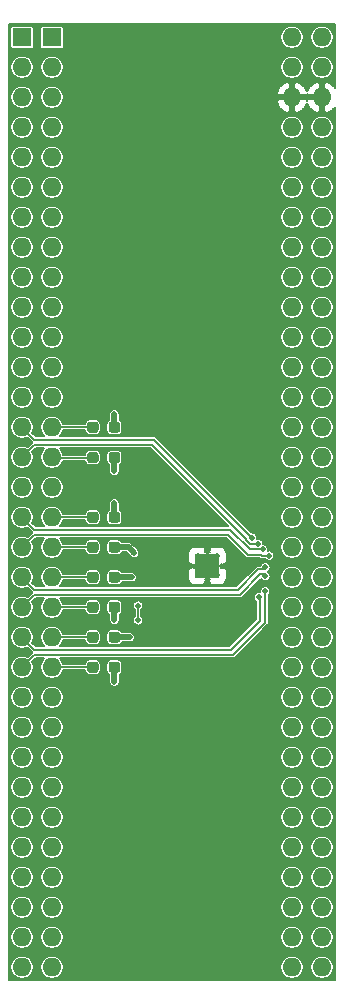
<source format=gbl>
G04 #@! TF.GenerationSoftware,KiCad,Pcbnew,(5.1.12)-1*
G04 #@! TF.CreationDate,2022-10-04T21:51:07-07:00*
G04 #@! TF.ProjectId,HDMIBuffer,48444d49-4275-4666-9665-722e6b696361,rev?*
G04 #@! TF.SameCoordinates,Original*
G04 #@! TF.FileFunction,Copper,L2,Bot*
G04 #@! TF.FilePolarity,Positive*
%FSLAX46Y46*%
G04 Gerber Fmt 4.6, Leading zero omitted, Abs format (unit mm)*
G04 Created by KiCad (PCBNEW (5.1.12)-1) date 2022-10-04 21:51:07*
%MOMM*%
%LPD*%
G01*
G04 APERTURE LIST*
G04 #@! TA.AperFunction,ComponentPad*
%ADD10O,1.600000X1.600000*%
G04 #@! TD*
G04 #@! TA.AperFunction,ComponentPad*
%ADD11R,1.600000X1.600000*%
G04 #@! TD*
G04 #@! TA.AperFunction,SMDPad,CuDef*
%ADD12R,2.100000X2.100000*%
G04 #@! TD*
G04 #@! TA.AperFunction,ComponentPad*
%ADD13C,0.500000*%
G04 #@! TD*
G04 #@! TA.AperFunction,ViaPad*
%ADD14C,0.500000*%
G04 #@! TD*
G04 #@! TA.AperFunction,Conductor*
%ADD15C,0.500000*%
G04 #@! TD*
G04 #@! TA.AperFunction,Conductor*
%ADD16C,0.127000*%
G04 #@! TD*
G04 #@! TA.AperFunction,Conductor*
%ADD17C,0.200000*%
G04 #@! TD*
G04 #@! TA.AperFunction,Conductor*
%ADD18C,0.100000*%
G04 #@! TD*
G04 APERTURE END LIST*
G04 #@! TA.AperFunction,SMDPad,CuDef*
G36*
G01*
X118853400Y-116856500D02*
X118853400Y-117331500D01*
G75*
G02*
X118615900Y-117569000I-237500J0D01*
G01*
X118115900Y-117569000D01*
G75*
G02*
X117878400Y-117331500I0J237500D01*
G01*
X117878400Y-116856500D01*
G75*
G02*
X118115900Y-116619000I237500J0D01*
G01*
X118615900Y-116619000D01*
G75*
G02*
X118853400Y-116856500I0J-237500D01*
G01*
G37*
G04 #@! TD.AperFunction*
G04 #@! TA.AperFunction,SMDPad,CuDef*
G36*
G01*
X120678400Y-116856500D02*
X120678400Y-117331500D01*
G75*
G02*
X120440900Y-117569000I-237500J0D01*
G01*
X119940900Y-117569000D01*
G75*
G02*
X119703400Y-117331500I0J237500D01*
G01*
X119703400Y-116856500D01*
G75*
G02*
X119940900Y-116619000I237500J0D01*
G01*
X120440900Y-116619000D01*
G75*
G02*
X120678400Y-116856500I0J-237500D01*
G01*
G37*
G04 #@! TD.AperFunction*
G04 #@! TA.AperFunction,SMDPad,CuDef*
G36*
G01*
X118853400Y-119396500D02*
X118853400Y-119871500D01*
G75*
G02*
X118615900Y-120109000I-237500J0D01*
G01*
X118115900Y-120109000D01*
G75*
G02*
X117878400Y-119871500I0J237500D01*
G01*
X117878400Y-119396500D01*
G75*
G02*
X118115900Y-119159000I237500J0D01*
G01*
X118615900Y-119159000D01*
G75*
G02*
X118853400Y-119396500I0J-237500D01*
G01*
G37*
G04 #@! TD.AperFunction*
G04 #@! TA.AperFunction,SMDPad,CuDef*
G36*
G01*
X120678400Y-119396500D02*
X120678400Y-119871500D01*
G75*
G02*
X120440900Y-120109000I-237500J0D01*
G01*
X119940900Y-120109000D01*
G75*
G02*
X119703400Y-119871500I0J237500D01*
G01*
X119703400Y-119396500D01*
G75*
G02*
X119940900Y-119159000I237500J0D01*
G01*
X120440900Y-119159000D01*
G75*
G02*
X120678400Y-119396500I0J-237500D01*
G01*
G37*
G04 #@! TD.AperFunction*
G04 #@! TA.AperFunction,SMDPad,CuDef*
G36*
G01*
X118853400Y-114316500D02*
X118853400Y-114791500D01*
G75*
G02*
X118615900Y-115029000I-237500J0D01*
G01*
X118115900Y-115029000D01*
G75*
G02*
X117878400Y-114791500I0J237500D01*
G01*
X117878400Y-114316500D01*
G75*
G02*
X118115900Y-114079000I237500J0D01*
G01*
X118615900Y-114079000D01*
G75*
G02*
X118853400Y-114316500I0J-237500D01*
G01*
G37*
G04 #@! TD.AperFunction*
G04 #@! TA.AperFunction,SMDPad,CuDef*
G36*
G01*
X120678400Y-114316500D02*
X120678400Y-114791500D01*
G75*
G02*
X120440900Y-115029000I-237500J0D01*
G01*
X119940900Y-115029000D01*
G75*
G02*
X119703400Y-114791500I0J237500D01*
G01*
X119703400Y-114316500D01*
G75*
G02*
X119940900Y-114079000I237500J0D01*
G01*
X120440900Y-114079000D01*
G75*
G02*
X120678400Y-114316500I0J-237500D01*
G01*
G37*
G04 #@! TD.AperFunction*
G04 #@! TA.AperFunction,SMDPad,CuDef*
G36*
G01*
X118853400Y-111776500D02*
X118853400Y-112251500D01*
G75*
G02*
X118615900Y-112489000I-237500J0D01*
G01*
X118115900Y-112489000D01*
G75*
G02*
X117878400Y-112251500I0J237500D01*
G01*
X117878400Y-111776500D01*
G75*
G02*
X118115900Y-111539000I237500J0D01*
G01*
X118615900Y-111539000D01*
G75*
G02*
X118853400Y-111776500I0J-237500D01*
G01*
G37*
G04 #@! TD.AperFunction*
G04 #@! TA.AperFunction,SMDPad,CuDef*
G36*
G01*
X120678400Y-111776500D02*
X120678400Y-112251500D01*
G75*
G02*
X120440900Y-112489000I-237500J0D01*
G01*
X119940900Y-112489000D01*
G75*
G02*
X119703400Y-112251500I0J237500D01*
G01*
X119703400Y-111776500D01*
G75*
G02*
X119940900Y-111539000I237500J0D01*
G01*
X120440900Y-111539000D01*
G75*
G02*
X120678400Y-111776500I0J-237500D01*
G01*
G37*
G04 #@! TD.AperFunction*
G04 #@! TA.AperFunction,SMDPad,CuDef*
G36*
G01*
X118853400Y-109236500D02*
X118853400Y-109711500D01*
G75*
G02*
X118615900Y-109949000I-237500J0D01*
G01*
X118115900Y-109949000D01*
G75*
G02*
X117878400Y-109711500I0J237500D01*
G01*
X117878400Y-109236500D01*
G75*
G02*
X118115900Y-108999000I237500J0D01*
G01*
X118615900Y-108999000D01*
G75*
G02*
X118853400Y-109236500I0J-237500D01*
G01*
G37*
G04 #@! TD.AperFunction*
G04 #@! TA.AperFunction,SMDPad,CuDef*
G36*
G01*
X120678400Y-109236500D02*
X120678400Y-109711500D01*
G75*
G02*
X120440900Y-109949000I-237500J0D01*
G01*
X119940900Y-109949000D01*
G75*
G02*
X119703400Y-109711500I0J237500D01*
G01*
X119703400Y-109236500D01*
G75*
G02*
X119940900Y-108999000I237500J0D01*
G01*
X120440900Y-108999000D01*
G75*
G02*
X120678400Y-109236500I0J-237500D01*
G01*
G37*
G04 #@! TD.AperFunction*
G04 #@! TA.AperFunction,SMDPad,CuDef*
G36*
G01*
X118853400Y-106696500D02*
X118853400Y-107171500D01*
G75*
G02*
X118615900Y-107409000I-237500J0D01*
G01*
X118115900Y-107409000D01*
G75*
G02*
X117878400Y-107171500I0J237500D01*
G01*
X117878400Y-106696500D01*
G75*
G02*
X118115900Y-106459000I237500J0D01*
G01*
X118615900Y-106459000D01*
G75*
G02*
X118853400Y-106696500I0J-237500D01*
G01*
G37*
G04 #@! TD.AperFunction*
G04 #@! TA.AperFunction,SMDPad,CuDef*
G36*
G01*
X120678400Y-106696500D02*
X120678400Y-107171500D01*
G75*
G02*
X120440900Y-107409000I-237500J0D01*
G01*
X119940900Y-107409000D01*
G75*
G02*
X119703400Y-107171500I0J237500D01*
G01*
X119703400Y-106696500D01*
G75*
G02*
X119940900Y-106459000I237500J0D01*
G01*
X120440900Y-106459000D01*
G75*
G02*
X120678400Y-106696500I0J-237500D01*
G01*
G37*
G04 #@! TD.AperFunction*
G04 #@! TA.AperFunction,SMDPad,CuDef*
G36*
G01*
X118853400Y-101641900D02*
X118853400Y-102116900D01*
G75*
G02*
X118615900Y-102354400I-237500J0D01*
G01*
X118115900Y-102354400D01*
G75*
G02*
X117878400Y-102116900I0J237500D01*
G01*
X117878400Y-101641900D01*
G75*
G02*
X118115900Y-101404400I237500J0D01*
G01*
X118615900Y-101404400D01*
G75*
G02*
X118853400Y-101641900I0J-237500D01*
G01*
G37*
G04 #@! TD.AperFunction*
G04 #@! TA.AperFunction,SMDPad,CuDef*
G36*
G01*
X120678400Y-101641900D02*
X120678400Y-102116900D01*
G75*
G02*
X120440900Y-102354400I-237500J0D01*
G01*
X119940900Y-102354400D01*
G75*
G02*
X119703400Y-102116900I0J237500D01*
G01*
X119703400Y-101641900D01*
G75*
G02*
X119940900Y-101404400I237500J0D01*
G01*
X120440900Y-101404400D01*
G75*
G02*
X120678400Y-101641900I0J-237500D01*
G01*
G37*
G04 #@! TD.AperFunction*
G04 #@! TA.AperFunction,SMDPad,CuDef*
G36*
G01*
X118853400Y-99076500D02*
X118853400Y-99551500D01*
G75*
G02*
X118615900Y-99789000I-237500J0D01*
G01*
X118115900Y-99789000D01*
G75*
G02*
X117878400Y-99551500I0J237500D01*
G01*
X117878400Y-99076500D01*
G75*
G02*
X118115900Y-98839000I237500J0D01*
G01*
X118615900Y-98839000D01*
G75*
G02*
X118853400Y-99076500I0J-237500D01*
G01*
G37*
G04 #@! TD.AperFunction*
G04 #@! TA.AperFunction,SMDPad,CuDef*
G36*
G01*
X120678400Y-99076500D02*
X120678400Y-99551500D01*
G75*
G02*
X120440900Y-99789000I-237500J0D01*
G01*
X119940900Y-99789000D01*
G75*
G02*
X119703400Y-99551500I0J237500D01*
G01*
X119703400Y-99076500D01*
G75*
G02*
X119940900Y-98839000I237500J0D01*
G01*
X120440900Y-98839000D01*
G75*
G02*
X120678400Y-99076500I0J-237500D01*
G01*
G37*
G04 #@! TD.AperFunction*
D10*
X137769600Y-145034000D03*
X137769600Y-142494000D03*
X137769600Y-139954000D03*
X137769600Y-137414000D03*
X137769600Y-134874000D03*
X137769600Y-132334000D03*
X137769600Y-129794000D03*
X137769600Y-127254000D03*
X137769600Y-124714000D03*
X137769600Y-122174000D03*
X137769600Y-119634000D03*
X137769600Y-117094000D03*
X137769600Y-114554000D03*
X137769600Y-112014000D03*
X137769600Y-109474000D03*
X137769600Y-106934000D03*
X137769600Y-104394000D03*
X137769600Y-101854000D03*
X137769600Y-99314000D03*
X137769600Y-96774000D03*
X137769600Y-94234000D03*
X137769600Y-91694000D03*
X137769600Y-89154000D03*
X137769600Y-86614000D03*
X137769600Y-84074000D03*
X137769600Y-81534000D03*
X137769600Y-78994000D03*
X137769600Y-76454000D03*
X137769600Y-73914000D03*
X137769600Y-71374000D03*
X137769600Y-68834000D03*
X137769600Y-66294000D03*
X135229600Y-145034000D03*
X135229600Y-142494000D03*
X135229600Y-139954000D03*
X135229600Y-137414000D03*
X135229600Y-134874000D03*
X135229600Y-132334000D03*
X135229600Y-129794000D03*
X135229600Y-127254000D03*
X135229600Y-124714000D03*
X135229600Y-122174000D03*
X135229600Y-119634000D03*
X135229600Y-117094000D03*
X135229600Y-114554000D03*
X135229600Y-112014000D03*
X135229600Y-109474000D03*
X135229600Y-106934000D03*
X135229600Y-104394000D03*
X135229600Y-101854000D03*
X135229600Y-99314000D03*
X135229600Y-96774000D03*
X135229600Y-94234000D03*
X135229600Y-91694000D03*
X135229600Y-89154000D03*
X135229600Y-86614000D03*
X135229600Y-84074000D03*
X135229600Y-81534000D03*
X135229600Y-78994000D03*
X135229600Y-76454000D03*
X135229600Y-73914000D03*
X135229600Y-71374000D03*
X135229600Y-68834000D03*
X135229600Y-66294000D03*
X114909600Y-145034000D03*
X114909600Y-142494000D03*
X114909600Y-139954000D03*
X114909600Y-137414000D03*
X114909600Y-134874000D03*
X114909600Y-132334000D03*
X114909600Y-129794000D03*
X114909600Y-127254000D03*
X114909600Y-124714000D03*
X114909600Y-122174000D03*
X114909600Y-119634000D03*
X114909600Y-117094000D03*
X114909600Y-114554000D03*
X114909600Y-112014000D03*
X114909600Y-109474000D03*
X114909600Y-106934000D03*
X114909600Y-104394000D03*
X114909600Y-101854000D03*
X114909600Y-99314000D03*
X114909600Y-96774000D03*
X114909600Y-94234000D03*
X114909600Y-91694000D03*
X114909600Y-89154000D03*
X114909600Y-86614000D03*
X114909600Y-84074000D03*
X114909600Y-81534000D03*
X114909600Y-78994000D03*
X114909600Y-76454000D03*
X114909600Y-73914000D03*
X114909600Y-71374000D03*
X114909600Y-68834000D03*
D11*
X114909600Y-66294000D03*
D10*
X112373601Y-145034000D03*
X112373601Y-142494000D03*
X112373601Y-139954000D03*
X112373601Y-137414000D03*
X112373601Y-134874000D03*
X112373601Y-132334000D03*
X112373601Y-129794000D03*
X112373601Y-127254000D03*
X112373601Y-124714000D03*
X112373601Y-122174000D03*
X112373601Y-119634000D03*
X112373601Y-117094000D03*
X112373601Y-114554000D03*
X112373601Y-112014000D03*
X112373601Y-109474000D03*
X112373601Y-106934000D03*
X112373601Y-104394000D03*
X112373601Y-101854000D03*
X112373601Y-99314000D03*
X112373601Y-96774000D03*
X112373601Y-94234000D03*
X112373601Y-91694000D03*
X112373601Y-89154000D03*
X112373601Y-86614000D03*
X112373601Y-84074000D03*
X112373601Y-81534000D03*
X112373601Y-78994000D03*
X112373601Y-76454000D03*
X112373601Y-73914000D03*
X112373601Y-71374000D03*
X112373601Y-68834000D03*
D11*
X112373601Y-66294000D03*
D12*
X128066800Y-111048800D03*
D13*
X128866800Y-110248800D03*
X128866800Y-111848800D03*
X127266800Y-110248800D03*
X127266800Y-111848800D03*
D14*
X129362200Y-104013000D03*
X125171200Y-116890800D03*
X126441200Y-89814400D03*
X121589800Y-89814400D03*
X118948200Y-127457200D03*
X118948200Y-134289800D03*
X127025400Y-134289800D03*
X132054600Y-107391200D03*
X128066800Y-119583200D03*
X120192800Y-98196400D03*
X120192800Y-103022400D03*
X120192800Y-105740200D03*
X121869200Y-109956600D03*
X121640600Y-112014000D03*
X120192800Y-115620800D03*
X121488200Y-117094000D03*
X120192800Y-120853200D03*
X122192719Y-114420319D03*
X122193381Y-115665581D03*
X132954766Y-113196634D03*
X132424434Y-113726966D03*
X132978607Y-111923800D03*
X132978607Y-111173800D03*
X133288171Y-110183462D03*
X132757839Y-109653130D03*
X132345166Y-109180366D03*
X131814834Y-108650034D03*
D15*
X120190900Y-98198300D02*
X120192800Y-98196400D01*
X120190900Y-99314000D02*
X120190900Y-98198300D01*
X120190900Y-103020500D02*
X120192800Y-103022400D01*
X120190900Y-101879400D02*
X120190900Y-103020500D01*
X120190900Y-105742100D02*
X120192800Y-105740200D01*
X120190900Y-106934000D02*
X120190900Y-105742100D01*
X121386600Y-109474000D02*
X121869200Y-109956600D01*
X120190900Y-109474000D02*
X121386600Y-109474000D01*
X120190900Y-112014000D02*
X121640600Y-112014000D01*
X120190900Y-115618900D02*
X120192800Y-115620800D01*
X120190900Y-114554000D02*
X120190900Y-115618900D01*
X120190900Y-117094000D02*
X121488200Y-117094000D01*
X120190900Y-120851300D02*
X120192800Y-120853200D01*
X120190900Y-119634000D02*
X120190900Y-120851300D01*
D16*
X118365900Y-119634000D02*
X114909600Y-119634000D01*
X118365900Y-117094000D02*
X114909600Y-117094000D01*
X118365900Y-114554000D02*
X114909600Y-114554000D01*
X118365900Y-112014000D02*
X114909600Y-112014000D01*
X118365900Y-109474000D02*
X114909600Y-109474000D01*
X118365900Y-106934000D02*
X114909600Y-106934000D01*
X114935000Y-101879400D02*
X114909600Y-101854000D01*
X118365900Y-101879400D02*
X114935000Y-101879400D01*
X114909600Y-99314000D02*
X118365900Y-99314000D01*
X122192719Y-115664919D02*
X122193381Y-115665581D01*
X122192719Y-114420319D02*
X122192719Y-115664919D01*
D17*
X113418601Y-118589000D02*
X112373601Y-119634000D01*
X130242800Y-118589000D02*
X113418601Y-118589000D01*
X132954766Y-115877034D02*
X130242800Y-118589000D01*
X132954766Y-113196634D02*
X132954766Y-115877034D01*
X132504766Y-113807298D02*
X132504766Y-115690634D01*
X132424434Y-113726966D02*
X132504766Y-113807298D01*
X113418601Y-118139000D02*
X112373601Y-117094000D01*
X130056400Y-118139000D02*
X113418601Y-118139000D01*
X132504766Y-115690634D02*
X130056400Y-118139000D01*
X132828607Y-111773800D02*
X132562200Y-111773800D01*
X132978607Y-111923800D02*
X132828607Y-111773800D01*
X113418601Y-113509000D02*
X112373601Y-114554000D01*
X130827000Y-113509000D02*
X113418601Y-113509000D01*
X132562200Y-111773800D02*
X130827000Y-113509000D01*
X132978607Y-111173800D02*
X132828607Y-111323800D01*
X132828607Y-111323800D02*
X132375800Y-111323800D01*
X113418601Y-113059000D02*
X112373601Y-112014000D01*
X130640600Y-113059000D02*
X113418601Y-113059000D01*
X132375800Y-111323800D02*
X130640600Y-113059000D01*
X113418601Y-108429000D02*
X112373601Y-109474000D01*
X129788994Y-108429000D02*
X113418601Y-108429000D01*
X131490125Y-110130131D02*
X129788994Y-108429000D01*
X132598442Y-110130131D02*
X131490125Y-110130131D01*
X132651773Y-110183462D02*
X132598442Y-110130131D01*
X133288171Y-110183462D02*
X132651773Y-110183462D01*
X132668102Y-109563392D02*
X132574127Y-109657367D01*
X132757839Y-109653130D02*
X132668102Y-109563392D01*
X129975377Y-107979000D02*
X113418601Y-107979000D01*
X131653744Y-109657367D02*
X129975377Y-107979000D01*
X113418601Y-107979000D02*
X112373601Y-106934000D01*
X132574127Y-109657367D02*
X131653744Y-109657367D01*
X113418601Y-100809000D02*
X112373601Y-101854000D01*
X131337833Y-108809431D02*
X123337402Y-100809000D01*
X131337833Y-108878995D02*
X131337833Y-108809431D01*
X123337402Y-100809000D02*
X113418601Y-100809000D01*
X131585873Y-109127035D02*
X131337833Y-108878995D01*
X131655437Y-109127035D02*
X131585873Y-109127035D01*
X131708768Y-109180366D02*
X131655437Y-109127035D01*
X132345166Y-109180366D02*
X131708768Y-109180366D01*
X113418601Y-100359000D02*
X112373601Y-99314000D01*
X123523800Y-100359000D02*
X113418601Y-100359000D01*
X131814834Y-108650034D02*
X123523800Y-100359000D01*
D16*
X138874900Y-70571250D02*
X138831444Y-70505945D01*
X138641692Y-70315469D01*
X138418426Y-70165672D01*
X138170226Y-70062310D01*
X137960100Y-70158662D01*
X137960100Y-71183500D01*
X137980100Y-71183500D01*
X137980100Y-71564500D01*
X137960100Y-71564500D01*
X137960100Y-72589338D01*
X138170226Y-72685690D01*
X138418426Y-72582328D01*
X138641692Y-72432531D01*
X138831444Y-72242055D01*
X138874900Y-72176749D01*
X138874901Y-146139300D01*
X111264300Y-146139300D01*
X111264300Y-144936444D01*
X111383101Y-144936444D01*
X111383101Y-145131556D01*
X111421165Y-145322918D01*
X111495831Y-145503178D01*
X111604229Y-145665407D01*
X111742194Y-145803372D01*
X111904423Y-145911770D01*
X112084683Y-145986436D01*
X112276045Y-146024500D01*
X112471157Y-146024500D01*
X112662519Y-145986436D01*
X112842779Y-145911770D01*
X113005008Y-145803372D01*
X113142973Y-145665407D01*
X113251371Y-145503178D01*
X113326037Y-145322918D01*
X113364101Y-145131556D01*
X113364101Y-144936444D01*
X113919100Y-144936444D01*
X113919100Y-145131556D01*
X113957164Y-145322918D01*
X114031830Y-145503178D01*
X114140228Y-145665407D01*
X114278193Y-145803372D01*
X114440422Y-145911770D01*
X114620682Y-145986436D01*
X114812044Y-146024500D01*
X115007156Y-146024500D01*
X115198518Y-145986436D01*
X115378778Y-145911770D01*
X115541007Y-145803372D01*
X115678972Y-145665407D01*
X115787370Y-145503178D01*
X115862036Y-145322918D01*
X115900100Y-145131556D01*
X115900100Y-144936444D01*
X134239100Y-144936444D01*
X134239100Y-145131556D01*
X134277164Y-145322918D01*
X134351830Y-145503178D01*
X134460228Y-145665407D01*
X134598193Y-145803372D01*
X134760422Y-145911770D01*
X134940682Y-145986436D01*
X135132044Y-146024500D01*
X135327156Y-146024500D01*
X135518518Y-145986436D01*
X135698778Y-145911770D01*
X135861007Y-145803372D01*
X135998972Y-145665407D01*
X136107370Y-145503178D01*
X136182036Y-145322918D01*
X136220100Y-145131556D01*
X136220100Y-144936444D01*
X136779100Y-144936444D01*
X136779100Y-145131556D01*
X136817164Y-145322918D01*
X136891830Y-145503178D01*
X137000228Y-145665407D01*
X137138193Y-145803372D01*
X137300422Y-145911770D01*
X137480682Y-145986436D01*
X137672044Y-146024500D01*
X137867156Y-146024500D01*
X138058518Y-145986436D01*
X138238778Y-145911770D01*
X138401007Y-145803372D01*
X138538972Y-145665407D01*
X138647370Y-145503178D01*
X138722036Y-145322918D01*
X138760100Y-145131556D01*
X138760100Y-144936444D01*
X138722036Y-144745082D01*
X138647370Y-144564822D01*
X138538972Y-144402593D01*
X138401007Y-144264628D01*
X138238778Y-144156230D01*
X138058518Y-144081564D01*
X137867156Y-144043500D01*
X137672044Y-144043500D01*
X137480682Y-144081564D01*
X137300422Y-144156230D01*
X137138193Y-144264628D01*
X137000228Y-144402593D01*
X136891830Y-144564822D01*
X136817164Y-144745082D01*
X136779100Y-144936444D01*
X136220100Y-144936444D01*
X136182036Y-144745082D01*
X136107370Y-144564822D01*
X135998972Y-144402593D01*
X135861007Y-144264628D01*
X135698778Y-144156230D01*
X135518518Y-144081564D01*
X135327156Y-144043500D01*
X135132044Y-144043500D01*
X134940682Y-144081564D01*
X134760422Y-144156230D01*
X134598193Y-144264628D01*
X134460228Y-144402593D01*
X134351830Y-144564822D01*
X134277164Y-144745082D01*
X134239100Y-144936444D01*
X115900100Y-144936444D01*
X115862036Y-144745082D01*
X115787370Y-144564822D01*
X115678972Y-144402593D01*
X115541007Y-144264628D01*
X115378778Y-144156230D01*
X115198518Y-144081564D01*
X115007156Y-144043500D01*
X114812044Y-144043500D01*
X114620682Y-144081564D01*
X114440422Y-144156230D01*
X114278193Y-144264628D01*
X114140228Y-144402593D01*
X114031830Y-144564822D01*
X113957164Y-144745082D01*
X113919100Y-144936444D01*
X113364101Y-144936444D01*
X113326037Y-144745082D01*
X113251371Y-144564822D01*
X113142973Y-144402593D01*
X113005008Y-144264628D01*
X112842779Y-144156230D01*
X112662519Y-144081564D01*
X112471157Y-144043500D01*
X112276045Y-144043500D01*
X112084683Y-144081564D01*
X111904423Y-144156230D01*
X111742194Y-144264628D01*
X111604229Y-144402593D01*
X111495831Y-144564822D01*
X111421165Y-144745082D01*
X111383101Y-144936444D01*
X111264300Y-144936444D01*
X111264300Y-142396444D01*
X111383101Y-142396444D01*
X111383101Y-142591556D01*
X111421165Y-142782918D01*
X111495831Y-142963178D01*
X111604229Y-143125407D01*
X111742194Y-143263372D01*
X111904423Y-143371770D01*
X112084683Y-143446436D01*
X112276045Y-143484500D01*
X112471157Y-143484500D01*
X112662519Y-143446436D01*
X112842779Y-143371770D01*
X113005008Y-143263372D01*
X113142973Y-143125407D01*
X113251371Y-142963178D01*
X113326037Y-142782918D01*
X113364101Y-142591556D01*
X113364101Y-142396444D01*
X113919100Y-142396444D01*
X113919100Y-142591556D01*
X113957164Y-142782918D01*
X114031830Y-142963178D01*
X114140228Y-143125407D01*
X114278193Y-143263372D01*
X114440422Y-143371770D01*
X114620682Y-143446436D01*
X114812044Y-143484500D01*
X115007156Y-143484500D01*
X115198518Y-143446436D01*
X115378778Y-143371770D01*
X115541007Y-143263372D01*
X115678972Y-143125407D01*
X115787370Y-142963178D01*
X115862036Y-142782918D01*
X115900100Y-142591556D01*
X115900100Y-142396444D01*
X134239100Y-142396444D01*
X134239100Y-142591556D01*
X134277164Y-142782918D01*
X134351830Y-142963178D01*
X134460228Y-143125407D01*
X134598193Y-143263372D01*
X134760422Y-143371770D01*
X134940682Y-143446436D01*
X135132044Y-143484500D01*
X135327156Y-143484500D01*
X135518518Y-143446436D01*
X135698778Y-143371770D01*
X135861007Y-143263372D01*
X135998972Y-143125407D01*
X136107370Y-142963178D01*
X136182036Y-142782918D01*
X136220100Y-142591556D01*
X136220100Y-142396444D01*
X136779100Y-142396444D01*
X136779100Y-142591556D01*
X136817164Y-142782918D01*
X136891830Y-142963178D01*
X137000228Y-143125407D01*
X137138193Y-143263372D01*
X137300422Y-143371770D01*
X137480682Y-143446436D01*
X137672044Y-143484500D01*
X137867156Y-143484500D01*
X138058518Y-143446436D01*
X138238778Y-143371770D01*
X138401007Y-143263372D01*
X138538972Y-143125407D01*
X138647370Y-142963178D01*
X138722036Y-142782918D01*
X138760100Y-142591556D01*
X138760100Y-142396444D01*
X138722036Y-142205082D01*
X138647370Y-142024822D01*
X138538972Y-141862593D01*
X138401007Y-141724628D01*
X138238778Y-141616230D01*
X138058518Y-141541564D01*
X137867156Y-141503500D01*
X137672044Y-141503500D01*
X137480682Y-141541564D01*
X137300422Y-141616230D01*
X137138193Y-141724628D01*
X137000228Y-141862593D01*
X136891830Y-142024822D01*
X136817164Y-142205082D01*
X136779100Y-142396444D01*
X136220100Y-142396444D01*
X136182036Y-142205082D01*
X136107370Y-142024822D01*
X135998972Y-141862593D01*
X135861007Y-141724628D01*
X135698778Y-141616230D01*
X135518518Y-141541564D01*
X135327156Y-141503500D01*
X135132044Y-141503500D01*
X134940682Y-141541564D01*
X134760422Y-141616230D01*
X134598193Y-141724628D01*
X134460228Y-141862593D01*
X134351830Y-142024822D01*
X134277164Y-142205082D01*
X134239100Y-142396444D01*
X115900100Y-142396444D01*
X115862036Y-142205082D01*
X115787370Y-142024822D01*
X115678972Y-141862593D01*
X115541007Y-141724628D01*
X115378778Y-141616230D01*
X115198518Y-141541564D01*
X115007156Y-141503500D01*
X114812044Y-141503500D01*
X114620682Y-141541564D01*
X114440422Y-141616230D01*
X114278193Y-141724628D01*
X114140228Y-141862593D01*
X114031830Y-142024822D01*
X113957164Y-142205082D01*
X113919100Y-142396444D01*
X113364101Y-142396444D01*
X113326037Y-142205082D01*
X113251371Y-142024822D01*
X113142973Y-141862593D01*
X113005008Y-141724628D01*
X112842779Y-141616230D01*
X112662519Y-141541564D01*
X112471157Y-141503500D01*
X112276045Y-141503500D01*
X112084683Y-141541564D01*
X111904423Y-141616230D01*
X111742194Y-141724628D01*
X111604229Y-141862593D01*
X111495831Y-142024822D01*
X111421165Y-142205082D01*
X111383101Y-142396444D01*
X111264300Y-142396444D01*
X111264300Y-139856444D01*
X111383101Y-139856444D01*
X111383101Y-140051556D01*
X111421165Y-140242918D01*
X111495831Y-140423178D01*
X111604229Y-140585407D01*
X111742194Y-140723372D01*
X111904423Y-140831770D01*
X112084683Y-140906436D01*
X112276045Y-140944500D01*
X112471157Y-140944500D01*
X112662519Y-140906436D01*
X112842779Y-140831770D01*
X113005008Y-140723372D01*
X113142973Y-140585407D01*
X113251371Y-140423178D01*
X113326037Y-140242918D01*
X113364101Y-140051556D01*
X113364101Y-139856444D01*
X113919100Y-139856444D01*
X113919100Y-140051556D01*
X113957164Y-140242918D01*
X114031830Y-140423178D01*
X114140228Y-140585407D01*
X114278193Y-140723372D01*
X114440422Y-140831770D01*
X114620682Y-140906436D01*
X114812044Y-140944500D01*
X115007156Y-140944500D01*
X115198518Y-140906436D01*
X115378778Y-140831770D01*
X115541007Y-140723372D01*
X115678972Y-140585407D01*
X115787370Y-140423178D01*
X115862036Y-140242918D01*
X115900100Y-140051556D01*
X115900100Y-139856444D01*
X134239100Y-139856444D01*
X134239100Y-140051556D01*
X134277164Y-140242918D01*
X134351830Y-140423178D01*
X134460228Y-140585407D01*
X134598193Y-140723372D01*
X134760422Y-140831770D01*
X134940682Y-140906436D01*
X135132044Y-140944500D01*
X135327156Y-140944500D01*
X135518518Y-140906436D01*
X135698778Y-140831770D01*
X135861007Y-140723372D01*
X135998972Y-140585407D01*
X136107370Y-140423178D01*
X136182036Y-140242918D01*
X136220100Y-140051556D01*
X136220100Y-139856444D01*
X136779100Y-139856444D01*
X136779100Y-140051556D01*
X136817164Y-140242918D01*
X136891830Y-140423178D01*
X137000228Y-140585407D01*
X137138193Y-140723372D01*
X137300422Y-140831770D01*
X137480682Y-140906436D01*
X137672044Y-140944500D01*
X137867156Y-140944500D01*
X138058518Y-140906436D01*
X138238778Y-140831770D01*
X138401007Y-140723372D01*
X138538972Y-140585407D01*
X138647370Y-140423178D01*
X138722036Y-140242918D01*
X138760100Y-140051556D01*
X138760100Y-139856444D01*
X138722036Y-139665082D01*
X138647370Y-139484822D01*
X138538972Y-139322593D01*
X138401007Y-139184628D01*
X138238778Y-139076230D01*
X138058518Y-139001564D01*
X137867156Y-138963500D01*
X137672044Y-138963500D01*
X137480682Y-139001564D01*
X137300422Y-139076230D01*
X137138193Y-139184628D01*
X137000228Y-139322593D01*
X136891830Y-139484822D01*
X136817164Y-139665082D01*
X136779100Y-139856444D01*
X136220100Y-139856444D01*
X136182036Y-139665082D01*
X136107370Y-139484822D01*
X135998972Y-139322593D01*
X135861007Y-139184628D01*
X135698778Y-139076230D01*
X135518518Y-139001564D01*
X135327156Y-138963500D01*
X135132044Y-138963500D01*
X134940682Y-139001564D01*
X134760422Y-139076230D01*
X134598193Y-139184628D01*
X134460228Y-139322593D01*
X134351830Y-139484822D01*
X134277164Y-139665082D01*
X134239100Y-139856444D01*
X115900100Y-139856444D01*
X115862036Y-139665082D01*
X115787370Y-139484822D01*
X115678972Y-139322593D01*
X115541007Y-139184628D01*
X115378778Y-139076230D01*
X115198518Y-139001564D01*
X115007156Y-138963500D01*
X114812044Y-138963500D01*
X114620682Y-139001564D01*
X114440422Y-139076230D01*
X114278193Y-139184628D01*
X114140228Y-139322593D01*
X114031830Y-139484822D01*
X113957164Y-139665082D01*
X113919100Y-139856444D01*
X113364101Y-139856444D01*
X113326037Y-139665082D01*
X113251371Y-139484822D01*
X113142973Y-139322593D01*
X113005008Y-139184628D01*
X112842779Y-139076230D01*
X112662519Y-139001564D01*
X112471157Y-138963500D01*
X112276045Y-138963500D01*
X112084683Y-139001564D01*
X111904423Y-139076230D01*
X111742194Y-139184628D01*
X111604229Y-139322593D01*
X111495831Y-139484822D01*
X111421165Y-139665082D01*
X111383101Y-139856444D01*
X111264300Y-139856444D01*
X111264300Y-137316444D01*
X111383101Y-137316444D01*
X111383101Y-137511556D01*
X111421165Y-137702918D01*
X111495831Y-137883178D01*
X111604229Y-138045407D01*
X111742194Y-138183372D01*
X111904423Y-138291770D01*
X112084683Y-138366436D01*
X112276045Y-138404500D01*
X112471157Y-138404500D01*
X112662519Y-138366436D01*
X112842779Y-138291770D01*
X113005008Y-138183372D01*
X113142973Y-138045407D01*
X113251371Y-137883178D01*
X113326037Y-137702918D01*
X113364101Y-137511556D01*
X113364101Y-137316444D01*
X113919100Y-137316444D01*
X113919100Y-137511556D01*
X113957164Y-137702918D01*
X114031830Y-137883178D01*
X114140228Y-138045407D01*
X114278193Y-138183372D01*
X114440422Y-138291770D01*
X114620682Y-138366436D01*
X114812044Y-138404500D01*
X115007156Y-138404500D01*
X115198518Y-138366436D01*
X115378778Y-138291770D01*
X115541007Y-138183372D01*
X115678972Y-138045407D01*
X115787370Y-137883178D01*
X115862036Y-137702918D01*
X115900100Y-137511556D01*
X115900100Y-137316444D01*
X134239100Y-137316444D01*
X134239100Y-137511556D01*
X134277164Y-137702918D01*
X134351830Y-137883178D01*
X134460228Y-138045407D01*
X134598193Y-138183372D01*
X134760422Y-138291770D01*
X134940682Y-138366436D01*
X135132044Y-138404500D01*
X135327156Y-138404500D01*
X135518518Y-138366436D01*
X135698778Y-138291770D01*
X135861007Y-138183372D01*
X135998972Y-138045407D01*
X136107370Y-137883178D01*
X136182036Y-137702918D01*
X136220100Y-137511556D01*
X136220100Y-137316444D01*
X136779100Y-137316444D01*
X136779100Y-137511556D01*
X136817164Y-137702918D01*
X136891830Y-137883178D01*
X137000228Y-138045407D01*
X137138193Y-138183372D01*
X137300422Y-138291770D01*
X137480682Y-138366436D01*
X137672044Y-138404500D01*
X137867156Y-138404500D01*
X138058518Y-138366436D01*
X138238778Y-138291770D01*
X138401007Y-138183372D01*
X138538972Y-138045407D01*
X138647370Y-137883178D01*
X138722036Y-137702918D01*
X138760100Y-137511556D01*
X138760100Y-137316444D01*
X138722036Y-137125082D01*
X138647370Y-136944822D01*
X138538972Y-136782593D01*
X138401007Y-136644628D01*
X138238778Y-136536230D01*
X138058518Y-136461564D01*
X137867156Y-136423500D01*
X137672044Y-136423500D01*
X137480682Y-136461564D01*
X137300422Y-136536230D01*
X137138193Y-136644628D01*
X137000228Y-136782593D01*
X136891830Y-136944822D01*
X136817164Y-137125082D01*
X136779100Y-137316444D01*
X136220100Y-137316444D01*
X136182036Y-137125082D01*
X136107370Y-136944822D01*
X135998972Y-136782593D01*
X135861007Y-136644628D01*
X135698778Y-136536230D01*
X135518518Y-136461564D01*
X135327156Y-136423500D01*
X135132044Y-136423500D01*
X134940682Y-136461564D01*
X134760422Y-136536230D01*
X134598193Y-136644628D01*
X134460228Y-136782593D01*
X134351830Y-136944822D01*
X134277164Y-137125082D01*
X134239100Y-137316444D01*
X115900100Y-137316444D01*
X115862036Y-137125082D01*
X115787370Y-136944822D01*
X115678972Y-136782593D01*
X115541007Y-136644628D01*
X115378778Y-136536230D01*
X115198518Y-136461564D01*
X115007156Y-136423500D01*
X114812044Y-136423500D01*
X114620682Y-136461564D01*
X114440422Y-136536230D01*
X114278193Y-136644628D01*
X114140228Y-136782593D01*
X114031830Y-136944822D01*
X113957164Y-137125082D01*
X113919100Y-137316444D01*
X113364101Y-137316444D01*
X113326037Y-137125082D01*
X113251371Y-136944822D01*
X113142973Y-136782593D01*
X113005008Y-136644628D01*
X112842779Y-136536230D01*
X112662519Y-136461564D01*
X112471157Y-136423500D01*
X112276045Y-136423500D01*
X112084683Y-136461564D01*
X111904423Y-136536230D01*
X111742194Y-136644628D01*
X111604229Y-136782593D01*
X111495831Y-136944822D01*
X111421165Y-137125082D01*
X111383101Y-137316444D01*
X111264300Y-137316444D01*
X111264300Y-134776444D01*
X111383101Y-134776444D01*
X111383101Y-134971556D01*
X111421165Y-135162918D01*
X111495831Y-135343178D01*
X111604229Y-135505407D01*
X111742194Y-135643372D01*
X111904423Y-135751770D01*
X112084683Y-135826436D01*
X112276045Y-135864500D01*
X112471157Y-135864500D01*
X112662519Y-135826436D01*
X112842779Y-135751770D01*
X113005008Y-135643372D01*
X113142973Y-135505407D01*
X113251371Y-135343178D01*
X113326037Y-135162918D01*
X113364101Y-134971556D01*
X113364101Y-134776444D01*
X113919100Y-134776444D01*
X113919100Y-134971556D01*
X113957164Y-135162918D01*
X114031830Y-135343178D01*
X114140228Y-135505407D01*
X114278193Y-135643372D01*
X114440422Y-135751770D01*
X114620682Y-135826436D01*
X114812044Y-135864500D01*
X115007156Y-135864500D01*
X115198518Y-135826436D01*
X115378778Y-135751770D01*
X115541007Y-135643372D01*
X115678972Y-135505407D01*
X115787370Y-135343178D01*
X115862036Y-135162918D01*
X115900100Y-134971556D01*
X115900100Y-134776444D01*
X134239100Y-134776444D01*
X134239100Y-134971556D01*
X134277164Y-135162918D01*
X134351830Y-135343178D01*
X134460228Y-135505407D01*
X134598193Y-135643372D01*
X134760422Y-135751770D01*
X134940682Y-135826436D01*
X135132044Y-135864500D01*
X135327156Y-135864500D01*
X135518518Y-135826436D01*
X135698778Y-135751770D01*
X135861007Y-135643372D01*
X135998972Y-135505407D01*
X136107370Y-135343178D01*
X136182036Y-135162918D01*
X136220100Y-134971556D01*
X136220100Y-134776444D01*
X136779100Y-134776444D01*
X136779100Y-134971556D01*
X136817164Y-135162918D01*
X136891830Y-135343178D01*
X137000228Y-135505407D01*
X137138193Y-135643372D01*
X137300422Y-135751770D01*
X137480682Y-135826436D01*
X137672044Y-135864500D01*
X137867156Y-135864500D01*
X138058518Y-135826436D01*
X138238778Y-135751770D01*
X138401007Y-135643372D01*
X138538972Y-135505407D01*
X138647370Y-135343178D01*
X138722036Y-135162918D01*
X138760100Y-134971556D01*
X138760100Y-134776444D01*
X138722036Y-134585082D01*
X138647370Y-134404822D01*
X138538972Y-134242593D01*
X138401007Y-134104628D01*
X138238778Y-133996230D01*
X138058518Y-133921564D01*
X137867156Y-133883500D01*
X137672044Y-133883500D01*
X137480682Y-133921564D01*
X137300422Y-133996230D01*
X137138193Y-134104628D01*
X137000228Y-134242593D01*
X136891830Y-134404822D01*
X136817164Y-134585082D01*
X136779100Y-134776444D01*
X136220100Y-134776444D01*
X136182036Y-134585082D01*
X136107370Y-134404822D01*
X135998972Y-134242593D01*
X135861007Y-134104628D01*
X135698778Y-133996230D01*
X135518518Y-133921564D01*
X135327156Y-133883500D01*
X135132044Y-133883500D01*
X134940682Y-133921564D01*
X134760422Y-133996230D01*
X134598193Y-134104628D01*
X134460228Y-134242593D01*
X134351830Y-134404822D01*
X134277164Y-134585082D01*
X134239100Y-134776444D01*
X115900100Y-134776444D01*
X115862036Y-134585082D01*
X115787370Y-134404822D01*
X115678972Y-134242593D01*
X115541007Y-134104628D01*
X115378778Y-133996230D01*
X115198518Y-133921564D01*
X115007156Y-133883500D01*
X114812044Y-133883500D01*
X114620682Y-133921564D01*
X114440422Y-133996230D01*
X114278193Y-134104628D01*
X114140228Y-134242593D01*
X114031830Y-134404822D01*
X113957164Y-134585082D01*
X113919100Y-134776444D01*
X113364101Y-134776444D01*
X113326037Y-134585082D01*
X113251371Y-134404822D01*
X113142973Y-134242593D01*
X113005008Y-134104628D01*
X112842779Y-133996230D01*
X112662519Y-133921564D01*
X112471157Y-133883500D01*
X112276045Y-133883500D01*
X112084683Y-133921564D01*
X111904423Y-133996230D01*
X111742194Y-134104628D01*
X111604229Y-134242593D01*
X111495831Y-134404822D01*
X111421165Y-134585082D01*
X111383101Y-134776444D01*
X111264300Y-134776444D01*
X111264300Y-132236444D01*
X111383101Y-132236444D01*
X111383101Y-132431556D01*
X111421165Y-132622918D01*
X111495831Y-132803178D01*
X111604229Y-132965407D01*
X111742194Y-133103372D01*
X111904423Y-133211770D01*
X112084683Y-133286436D01*
X112276045Y-133324500D01*
X112471157Y-133324500D01*
X112662519Y-133286436D01*
X112842779Y-133211770D01*
X113005008Y-133103372D01*
X113142973Y-132965407D01*
X113251371Y-132803178D01*
X113326037Y-132622918D01*
X113364101Y-132431556D01*
X113364101Y-132236444D01*
X113919100Y-132236444D01*
X113919100Y-132431556D01*
X113957164Y-132622918D01*
X114031830Y-132803178D01*
X114140228Y-132965407D01*
X114278193Y-133103372D01*
X114440422Y-133211770D01*
X114620682Y-133286436D01*
X114812044Y-133324500D01*
X115007156Y-133324500D01*
X115198518Y-133286436D01*
X115378778Y-133211770D01*
X115541007Y-133103372D01*
X115678972Y-132965407D01*
X115787370Y-132803178D01*
X115862036Y-132622918D01*
X115900100Y-132431556D01*
X115900100Y-132236444D01*
X134239100Y-132236444D01*
X134239100Y-132431556D01*
X134277164Y-132622918D01*
X134351830Y-132803178D01*
X134460228Y-132965407D01*
X134598193Y-133103372D01*
X134760422Y-133211770D01*
X134940682Y-133286436D01*
X135132044Y-133324500D01*
X135327156Y-133324500D01*
X135518518Y-133286436D01*
X135698778Y-133211770D01*
X135861007Y-133103372D01*
X135998972Y-132965407D01*
X136107370Y-132803178D01*
X136182036Y-132622918D01*
X136220100Y-132431556D01*
X136220100Y-132236444D01*
X136779100Y-132236444D01*
X136779100Y-132431556D01*
X136817164Y-132622918D01*
X136891830Y-132803178D01*
X137000228Y-132965407D01*
X137138193Y-133103372D01*
X137300422Y-133211770D01*
X137480682Y-133286436D01*
X137672044Y-133324500D01*
X137867156Y-133324500D01*
X138058518Y-133286436D01*
X138238778Y-133211770D01*
X138401007Y-133103372D01*
X138538972Y-132965407D01*
X138647370Y-132803178D01*
X138722036Y-132622918D01*
X138760100Y-132431556D01*
X138760100Y-132236444D01*
X138722036Y-132045082D01*
X138647370Y-131864822D01*
X138538972Y-131702593D01*
X138401007Y-131564628D01*
X138238778Y-131456230D01*
X138058518Y-131381564D01*
X137867156Y-131343500D01*
X137672044Y-131343500D01*
X137480682Y-131381564D01*
X137300422Y-131456230D01*
X137138193Y-131564628D01*
X137000228Y-131702593D01*
X136891830Y-131864822D01*
X136817164Y-132045082D01*
X136779100Y-132236444D01*
X136220100Y-132236444D01*
X136182036Y-132045082D01*
X136107370Y-131864822D01*
X135998972Y-131702593D01*
X135861007Y-131564628D01*
X135698778Y-131456230D01*
X135518518Y-131381564D01*
X135327156Y-131343500D01*
X135132044Y-131343500D01*
X134940682Y-131381564D01*
X134760422Y-131456230D01*
X134598193Y-131564628D01*
X134460228Y-131702593D01*
X134351830Y-131864822D01*
X134277164Y-132045082D01*
X134239100Y-132236444D01*
X115900100Y-132236444D01*
X115862036Y-132045082D01*
X115787370Y-131864822D01*
X115678972Y-131702593D01*
X115541007Y-131564628D01*
X115378778Y-131456230D01*
X115198518Y-131381564D01*
X115007156Y-131343500D01*
X114812044Y-131343500D01*
X114620682Y-131381564D01*
X114440422Y-131456230D01*
X114278193Y-131564628D01*
X114140228Y-131702593D01*
X114031830Y-131864822D01*
X113957164Y-132045082D01*
X113919100Y-132236444D01*
X113364101Y-132236444D01*
X113326037Y-132045082D01*
X113251371Y-131864822D01*
X113142973Y-131702593D01*
X113005008Y-131564628D01*
X112842779Y-131456230D01*
X112662519Y-131381564D01*
X112471157Y-131343500D01*
X112276045Y-131343500D01*
X112084683Y-131381564D01*
X111904423Y-131456230D01*
X111742194Y-131564628D01*
X111604229Y-131702593D01*
X111495831Y-131864822D01*
X111421165Y-132045082D01*
X111383101Y-132236444D01*
X111264300Y-132236444D01*
X111264300Y-129696444D01*
X111383101Y-129696444D01*
X111383101Y-129891556D01*
X111421165Y-130082918D01*
X111495831Y-130263178D01*
X111604229Y-130425407D01*
X111742194Y-130563372D01*
X111904423Y-130671770D01*
X112084683Y-130746436D01*
X112276045Y-130784500D01*
X112471157Y-130784500D01*
X112662519Y-130746436D01*
X112842779Y-130671770D01*
X113005008Y-130563372D01*
X113142973Y-130425407D01*
X113251371Y-130263178D01*
X113326037Y-130082918D01*
X113364101Y-129891556D01*
X113364101Y-129696444D01*
X113919100Y-129696444D01*
X113919100Y-129891556D01*
X113957164Y-130082918D01*
X114031830Y-130263178D01*
X114140228Y-130425407D01*
X114278193Y-130563372D01*
X114440422Y-130671770D01*
X114620682Y-130746436D01*
X114812044Y-130784500D01*
X115007156Y-130784500D01*
X115198518Y-130746436D01*
X115378778Y-130671770D01*
X115541007Y-130563372D01*
X115678972Y-130425407D01*
X115787370Y-130263178D01*
X115862036Y-130082918D01*
X115900100Y-129891556D01*
X115900100Y-129696444D01*
X134239100Y-129696444D01*
X134239100Y-129891556D01*
X134277164Y-130082918D01*
X134351830Y-130263178D01*
X134460228Y-130425407D01*
X134598193Y-130563372D01*
X134760422Y-130671770D01*
X134940682Y-130746436D01*
X135132044Y-130784500D01*
X135327156Y-130784500D01*
X135518518Y-130746436D01*
X135698778Y-130671770D01*
X135861007Y-130563372D01*
X135998972Y-130425407D01*
X136107370Y-130263178D01*
X136182036Y-130082918D01*
X136220100Y-129891556D01*
X136220100Y-129696444D01*
X136779100Y-129696444D01*
X136779100Y-129891556D01*
X136817164Y-130082918D01*
X136891830Y-130263178D01*
X137000228Y-130425407D01*
X137138193Y-130563372D01*
X137300422Y-130671770D01*
X137480682Y-130746436D01*
X137672044Y-130784500D01*
X137867156Y-130784500D01*
X138058518Y-130746436D01*
X138238778Y-130671770D01*
X138401007Y-130563372D01*
X138538972Y-130425407D01*
X138647370Y-130263178D01*
X138722036Y-130082918D01*
X138760100Y-129891556D01*
X138760100Y-129696444D01*
X138722036Y-129505082D01*
X138647370Y-129324822D01*
X138538972Y-129162593D01*
X138401007Y-129024628D01*
X138238778Y-128916230D01*
X138058518Y-128841564D01*
X137867156Y-128803500D01*
X137672044Y-128803500D01*
X137480682Y-128841564D01*
X137300422Y-128916230D01*
X137138193Y-129024628D01*
X137000228Y-129162593D01*
X136891830Y-129324822D01*
X136817164Y-129505082D01*
X136779100Y-129696444D01*
X136220100Y-129696444D01*
X136182036Y-129505082D01*
X136107370Y-129324822D01*
X135998972Y-129162593D01*
X135861007Y-129024628D01*
X135698778Y-128916230D01*
X135518518Y-128841564D01*
X135327156Y-128803500D01*
X135132044Y-128803500D01*
X134940682Y-128841564D01*
X134760422Y-128916230D01*
X134598193Y-129024628D01*
X134460228Y-129162593D01*
X134351830Y-129324822D01*
X134277164Y-129505082D01*
X134239100Y-129696444D01*
X115900100Y-129696444D01*
X115862036Y-129505082D01*
X115787370Y-129324822D01*
X115678972Y-129162593D01*
X115541007Y-129024628D01*
X115378778Y-128916230D01*
X115198518Y-128841564D01*
X115007156Y-128803500D01*
X114812044Y-128803500D01*
X114620682Y-128841564D01*
X114440422Y-128916230D01*
X114278193Y-129024628D01*
X114140228Y-129162593D01*
X114031830Y-129324822D01*
X113957164Y-129505082D01*
X113919100Y-129696444D01*
X113364101Y-129696444D01*
X113326037Y-129505082D01*
X113251371Y-129324822D01*
X113142973Y-129162593D01*
X113005008Y-129024628D01*
X112842779Y-128916230D01*
X112662519Y-128841564D01*
X112471157Y-128803500D01*
X112276045Y-128803500D01*
X112084683Y-128841564D01*
X111904423Y-128916230D01*
X111742194Y-129024628D01*
X111604229Y-129162593D01*
X111495831Y-129324822D01*
X111421165Y-129505082D01*
X111383101Y-129696444D01*
X111264300Y-129696444D01*
X111264300Y-127156444D01*
X111383101Y-127156444D01*
X111383101Y-127351556D01*
X111421165Y-127542918D01*
X111495831Y-127723178D01*
X111604229Y-127885407D01*
X111742194Y-128023372D01*
X111904423Y-128131770D01*
X112084683Y-128206436D01*
X112276045Y-128244500D01*
X112471157Y-128244500D01*
X112662519Y-128206436D01*
X112842779Y-128131770D01*
X113005008Y-128023372D01*
X113142973Y-127885407D01*
X113251371Y-127723178D01*
X113326037Y-127542918D01*
X113364101Y-127351556D01*
X113364101Y-127156444D01*
X113919100Y-127156444D01*
X113919100Y-127351556D01*
X113957164Y-127542918D01*
X114031830Y-127723178D01*
X114140228Y-127885407D01*
X114278193Y-128023372D01*
X114440422Y-128131770D01*
X114620682Y-128206436D01*
X114812044Y-128244500D01*
X115007156Y-128244500D01*
X115198518Y-128206436D01*
X115378778Y-128131770D01*
X115541007Y-128023372D01*
X115678972Y-127885407D01*
X115787370Y-127723178D01*
X115862036Y-127542918D01*
X115900100Y-127351556D01*
X115900100Y-127156444D01*
X134239100Y-127156444D01*
X134239100Y-127351556D01*
X134277164Y-127542918D01*
X134351830Y-127723178D01*
X134460228Y-127885407D01*
X134598193Y-128023372D01*
X134760422Y-128131770D01*
X134940682Y-128206436D01*
X135132044Y-128244500D01*
X135327156Y-128244500D01*
X135518518Y-128206436D01*
X135698778Y-128131770D01*
X135861007Y-128023372D01*
X135998972Y-127885407D01*
X136107370Y-127723178D01*
X136182036Y-127542918D01*
X136220100Y-127351556D01*
X136220100Y-127156444D01*
X136779100Y-127156444D01*
X136779100Y-127351556D01*
X136817164Y-127542918D01*
X136891830Y-127723178D01*
X137000228Y-127885407D01*
X137138193Y-128023372D01*
X137300422Y-128131770D01*
X137480682Y-128206436D01*
X137672044Y-128244500D01*
X137867156Y-128244500D01*
X138058518Y-128206436D01*
X138238778Y-128131770D01*
X138401007Y-128023372D01*
X138538972Y-127885407D01*
X138647370Y-127723178D01*
X138722036Y-127542918D01*
X138760100Y-127351556D01*
X138760100Y-127156444D01*
X138722036Y-126965082D01*
X138647370Y-126784822D01*
X138538972Y-126622593D01*
X138401007Y-126484628D01*
X138238778Y-126376230D01*
X138058518Y-126301564D01*
X137867156Y-126263500D01*
X137672044Y-126263500D01*
X137480682Y-126301564D01*
X137300422Y-126376230D01*
X137138193Y-126484628D01*
X137000228Y-126622593D01*
X136891830Y-126784822D01*
X136817164Y-126965082D01*
X136779100Y-127156444D01*
X136220100Y-127156444D01*
X136182036Y-126965082D01*
X136107370Y-126784822D01*
X135998972Y-126622593D01*
X135861007Y-126484628D01*
X135698778Y-126376230D01*
X135518518Y-126301564D01*
X135327156Y-126263500D01*
X135132044Y-126263500D01*
X134940682Y-126301564D01*
X134760422Y-126376230D01*
X134598193Y-126484628D01*
X134460228Y-126622593D01*
X134351830Y-126784822D01*
X134277164Y-126965082D01*
X134239100Y-127156444D01*
X115900100Y-127156444D01*
X115862036Y-126965082D01*
X115787370Y-126784822D01*
X115678972Y-126622593D01*
X115541007Y-126484628D01*
X115378778Y-126376230D01*
X115198518Y-126301564D01*
X115007156Y-126263500D01*
X114812044Y-126263500D01*
X114620682Y-126301564D01*
X114440422Y-126376230D01*
X114278193Y-126484628D01*
X114140228Y-126622593D01*
X114031830Y-126784822D01*
X113957164Y-126965082D01*
X113919100Y-127156444D01*
X113364101Y-127156444D01*
X113326037Y-126965082D01*
X113251371Y-126784822D01*
X113142973Y-126622593D01*
X113005008Y-126484628D01*
X112842779Y-126376230D01*
X112662519Y-126301564D01*
X112471157Y-126263500D01*
X112276045Y-126263500D01*
X112084683Y-126301564D01*
X111904423Y-126376230D01*
X111742194Y-126484628D01*
X111604229Y-126622593D01*
X111495831Y-126784822D01*
X111421165Y-126965082D01*
X111383101Y-127156444D01*
X111264300Y-127156444D01*
X111264300Y-124616444D01*
X111383101Y-124616444D01*
X111383101Y-124811556D01*
X111421165Y-125002918D01*
X111495831Y-125183178D01*
X111604229Y-125345407D01*
X111742194Y-125483372D01*
X111904423Y-125591770D01*
X112084683Y-125666436D01*
X112276045Y-125704500D01*
X112471157Y-125704500D01*
X112662519Y-125666436D01*
X112842779Y-125591770D01*
X113005008Y-125483372D01*
X113142973Y-125345407D01*
X113251371Y-125183178D01*
X113326037Y-125002918D01*
X113364101Y-124811556D01*
X113364101Y-124616444D01*
X113919100Y-124616444D01*
X113919100Y-124811556D01*
X113957164Y-125002918D01*
X114031830Y-125183178D01*
X114140228Y-125345407D01*
X114278193Y-125483372D01*
X114440422Y-125591770D01*
X114620682Y-125666436D01*
X114812044Y-125704500D01*
X115007156Y-125704500D01*
X115198518Y-125666436D01*
X115378778Y-125591770D01*
X115541007Y-125483372D01*
X115678972Y-125345407D01*
X115787370Y-125183178D01*
X115862036Y-125002918D01*
X115900100Y-124811556D01*
X115900100Y-124616444D01*
X134239100Y-124616444D01*
X134239100Y-124811556D01*
X134277164Y-125002918D01*
X134351830Y-125183178D01*
X134460228Y-125345407D01*
X134598193Y-125483372D01*
X134760422Y-125591770D01*
X134940682Y-125666436D01*
X135132044Y-125704500D01*
X135327156Y-125704500D01*
X135518518Y-125666436D01*
X135698778Y-125591770D01*
X135861007Y-125483372D01*
X135998972Y-125345407D01*
X136107370Y-125183178D01*
X136182036Y-125002918D01*
X136220100Y-124811556D01*
X136220100Y-124616444D01*
X136779100Y-124616444D01*
X136779100Y-124811556D01*
X136817164Y-125002918D01*
X136891830Y-125183178D01*
X137000228Y-125345407D01*
X137138193Y-125483372D01*
X137300422Y-125591770D01*
X137480682Y-125666436D01*
X137672044Y-125704500D01*
X137867156Y-125704500D01*
X138058518Y-125666436D01*
X138238778Y-125591770D01*
X138401007Y-125483372D01*
X138538972Y-125345407D01*
X138647370Y-125183178D01*
X138722036Y-125002918D01*
X138760100Y-124811556D01*
X138760100Y-124616444D01*
X138722036Y-124425082D01*
X138647370Y-124244822D01*
X138538972Y-124082593D01*
X138401007Y-123944628D01*
X138238778Y-123836230D01*
X138058518Y-123761564D01*
X137867156Y-123723500D01*
X137672044Y-123723500D01*
X137480682Y-123761564D01*
X137300422Y-123836230D01*
X137138193Y-123944628D01*
X137000228Y-124082593D01*
X136891830Y-124244822D01*
X136817164Y-124425082D01*
X136779100Y-124616444D01*
X136220100Y-124616444D01*
X136182036Y-124425082D01*
X136107370Y-124244822D01*
X135998972Y-124082593D01*
X135861007Y-123944628D01*
X135698778Y-123836230D01*
X135518518Y-123761564D01*
X135327156Y-123723500D01*
X135132044Y-123723500D01*
X134940682Y-123761564D01*
X134760422Y-123836230D01*
X134598193Y-123944628D01*
X134460228Y-124082593D01*
X134351830Y-124244822D01*
X134277164Y-124425082D01*
X134239100Y-124616444D01*
X115900100Y-124616444D01*
X115862036Y-124425082D01*
X115787370Y-124244822D01*
X115678972Y-124082593D01*
X115541007Y-123944628D01*
X115378778Y-123836230D01*
X115198518Y-123761564D01*
X115007156Y-123723500D01*
X114812044Y-123723500D01*
X114620682Y-123761564D01*
X114440422Y-123836230D01*
X114278193Y-123944628D01*
X114140228Y-124082593D01*
X114031830Y-124244822D01*
X113957164Y-124425082D01*
X113919100Y-124616444D01*
X113364101Y-124616444D01*
X113326037Y-124425082D01*
X113251371Y-124244822D01*
X113142973Y-124082593D01*
X113005008Y-123944628D01*
X112842779Y-123836230D01*
X112662519Y-123761564D01*
X112471157Y-123723500D01*
X112276045Y-123723500D01*
X112084683Y-123761564D01*
X111904423Y-123836230D01*
X111742194Y-123944628D01*
X111604229Y-124082593D01*
X111495831Y-124244822D01*
X111421165Y-124425082D01*
X111383101Y-124616444D01*
X111264300Y-124616444D01*
X111264300Y-122076444D01*
X111383101Y-122076444D01*
X111383101Y-122271556D01*
X111421165Y-122462918D01*
X111495831Y-122643178D01*
X111604229Y-122805407D01*
X111742194Y-122943372D01*
X111904423Y-123051770D01*
X112084683Y-123126436D01*
X112276045Y-123164500D01*
X112471157Y-123164500D01*
X112662519Y-123126436D01*
X112842779Y-123051770D01*
X113005008Y-122943372D01*
X113142973Y-122805407D01*
X113251371Y-122643178D01*
X113326037Y-122462918D01*
X113364101Y-122271556D01*
X113364101Y-122076444D01*
X113919100Y-122076444D01*
X113919100Y-122271556D01*
X113957164Y-122462918D01*
X114031830Y-122643178D01*
X114140228Y-122805407D01*
X114278193Y-122943372D01*
X114440422Y-123051770D01*
X114620682Y-123126436D01*
X114812044Y-123164500D01*
X115007156Y-123164500D01*
X115198518Y-123126436D01*
X115378778Y-123051770D01*
X115541007Y-122943372D01*
X115678972Y-122805407D01*
X115787370Y-122643178D01*
X115862036Y-122462918D01*
X115900100Y-122271556D01*
X115900100Y-122076444D01*
X134239100Y-122076444D01*
X134239100Y-122271556D01*
X134277164Y-122462918D01*
X134351830Y-122643178D01*
X134460228Y-122805407D01*
X134598193Y-122943372D01*
X134760422Y-123051770D01*
X134940682Y-123126436D01*
X135132044Y-123164500D01*
X135327156Y-123164500D01*
X135518518Y-123126436D01*
X135698778Y-123051770D01*
X135861007Y-122943372D01*
X135998972Y-122805407D01*
X136107370Y-122643178D01*
X136182036Y-122462918D01*
X136220100Y-122271556D01*
X136220100Y-122076444D01*
X136779100Y-122076444D01*
X136779100Y-122271556D01*
X136817164Y-122462918D01*
X136891830Y-122643178D01*
X137000228Y-122805407D01*
X137138193Y-122943372D01*
X137300422Y-123051770D01*
X137480682Y-123126436D01*
X137672044Y-123164500D01*
X137867156Y-123164500D01*
X138058518Y-123126436D01*
X138238778Y-123051770D01*
X138401007Y-122943372D01*
X138538972Y-122805407D01*
X138647370Y-122643178D01*
X138722036Y-122462918D01*
X138760100Y-122271556D01*
X138760100Y-122076444D01*
X138722036Y-121885082D01*
X138647370Y-121704822D01*
X138538972Y-121542593D01*
X138401007Y-121404628D01*
X138238778Y-121296230D01*
X138058518Y-121221564D01*
X137867156Y-121183500D01*
X137672044Y-121183500D01*
X137480682Y-121221564D01*
X137300422Y-121296230D01*
X137138193Y-121404628D01*
X137000228Y-121542593D01*
X136891830Y-121704822D01*
X136817164Y-121885082D01*
X136779100Y-122076444D01*
X136220100Y-122076444D01*
X136182036Y-121885082D01*
X136107370Y-121704822D01*
X135998972Y-121542593D01*
X135861007Y-121404628D01*
X135698778Y-121296230D01*
X135518518Y-121221564D01*
X135327156Y-121183500D01*
X135132044Y-121183500D01*
X134940682Y-121221564D01*
X134760422Y-121296230D01*
X134598193Y-121404628D01*
X134460228Y-121542593D01*
X134351830Y-121704822D01*
X134277164Y-121885082D01*
X134239100Y-122076444D01*
X115900100Y-122076444D01*
X115862036Y-121885082D01*
X115787370Y-121704822D01*
X115678972Y-121542593D01*
X115541007Y-121404628D01*
X115378778Y-121296230D01*
X115198518Y-121221564D01*
X115007156Y-121183500D01*
X114812044Y-121183500D01*
X114620682Y-121221564D01*
X114440422Y-121296230D01*
X114278193Y-121404628D01*
X114140228Y-121542593D01*
X114031830Y-121704822D01*
X113957164Y-121885082D01*
X113919100Y-122076444D01*
X113364101Y-122076444D01*
X113326037Y-121885082D01*
X113251371Y-121704822D01*
X113142973Y-121542593D01*
X113005008Y-121404628D01*
X112842779Y-121296230D01*
X112662519Y-121221564D01*
X112471157Y-121183500D01*
X112276045Y-121183500D01*
X112084683Y-121221564D01*
X111904423Y-121296230D01*
X111742194Y-121404628D01*
X111604229Y-121542593D01*
X111495831Y-121704822D01*
X111421165Y-121885082D01*
X111383101Y-122076444D01*
X111264300Y-122076444D01*
X111264300Y-116996444D01*
X111383101Y-116996444D01*
X111383101Y-117191556D01*
X111421165Y-117382918D01*
X111495831Y-117563178D01*
X111604229Y-117725407D01*
X111742194Y-117863372D01*
X111904423Y-117971770D01*
X112084683Y-118046436D01*
X112276045Y-118084500D01*
X112471157Y-118084500D01*
X112662519Y-118046436D01*
X112841197Y-117972425D01*
X113203099Y-118334327D01*
X113212193Y-118345408D01*
X113234847Y-118364000D01*
X113212193Y-118382592D01*
X113203099Y-118393673D01*
X112841197Y-118755575D01*
X112662519Y-118681564D01*
X112471157Y-118643500D01*
X112276045Y-118643500D01*
X112084683Y-118681564D01*
X111904423Y-118756230D01*
X111742194Y-118864628D01*
X111604229Y-119002593D01*
X111495831Y-119164822D01*
X111421165Y-119345082D01*
X111383101Y-119536444D01*
X111383101Y-119731556D01*
X111421165Y-119922918D01*
X111495831Y-120103178D01*
X111604229Y-120265407D01*
X111742194Y-120403372D01*
X111904423Y-120511770D01*
X112084683Y-120586436D01*
X112276045Y-120624500D01*
X112471157Y-120624500D01*
X112662519Y-120586436D01*
X112842779Y-120511770D01*
X113005008Y-120403372D01*
X113142973Y-120265407D01*
X113251371Y-120103178D01*
X113326037Y-119922918D01*
X113364101Y-119731556D01*
X113364101Y-119536444D01*
X113326037Y-119345082D01*
X113252026Y-119166404D01*
X113538930Y-118879500D01*
X114263321Y-118879500D01*
X114140228Y-119002593D01*
X114031830Y-119164822D01*
X113957164Y-119345082D01*
X113919100Y-119536444D01*
X113919100Y-119731556D01*
X113957164Y-119922918D01*
X114031830Y-120103178D01*
X114140228Y-120265407D01*
X114278193Y-120403372D01*
X114440422Y-120511770D01*
X114620682Y-120586436D01*
X114812044Y-120624500D01*
X115007156Y-120624500D01*
X115198518Y-120586436D01*
X115378778Y-120511770D01*
X115541007Y-120403372D01*
X115678972Y-120265407D01*
X115787370Y-120103178D01*
X115862036Y-119922918D01*
X115868982Y-119888000D01*
X117688604Y-119888000D01*
X117695221Y-119955178D01*
X117719629Y-120035641D01*
X117759265Y-120109796D01*
X117812607Y-120174793D01*
X117877604Y-120228135D01*
X117951759Y-120267771D01*
X118032222Y-120292179D01*
X118115900Y-120300421D01*
X118615900Y-120300421D01*
X118699578Y-120292179D01*
X118780041Y-120267771D01*
X118854196Y-120228135D01*
X118919193Y-120174793D01*
X118972535Y-120109796D01*
X119012171Y-120035641D01*
X119036579Y-119955178D01*
X119044821Y-119871500D01*
X119044821Y-119396500D01*
X119511979Y-119396500D01*
X119511979Y-119871500D01*
X119520221Y-119955178D01*
X119544629Y-120035641D01*
X119584265Y-120109796D01*
X119637607Y-120174793D01*
X119702604Y-120228135D01*
X119750401Y-120253682D01*
X119750401Y-120829662D01*
X119748270Y-120851300D01*
X119752300Y-120892222D01*
X119752300Y-120896585D01*
X119753151Y-120900863D01*
X119756774Y-120937652D01*
X119767508Y-120973039D01*
X119769229Y-120981689D01*
X119772604Y-120989837D01*
X119781962Y-121020687D01*
X119797156Y-121049113D01*
X119802434Y-121061855D01*
X119810097Y-121073324D01*
X119822866Y-121097212D01*
X119822867Y-121097213D01*
X119840050Y-121118150D01*
X119850642Y-121134002D01*
X119864121Y-121147481D01*
X119877914Y-121164287D01*
X119894717Y-121178077D01*
X119911998Y-121195358D01*
X119930082Y-121207442D01*
X119946888Y-121221234D01*
X119966060Y-121231482D01*
X119984145Y-121243566D01*
X120004238Y-121251888D01*
X120023413Y-121262138D01*
X120044224Y-121268451D01*
X120064311Y-121276771D01*
X120085637Y-121281013D01*
X120106448Y-121287326D01*
X120128083Y-121289457D01*
X120149415Y-121293700D01*
X120171171Y-121293700D01*
X120192799Y-121295830D01*
X120214428Y-121293700D01*
X120236185Y-121293700D01*
X120257517Y-121289457D01*
X120279152Y-121287326D01*
X120299963Y-121281013D01*
X120321289Y-121276771D01*
X120341376Y-121268451D01*
X120362187Y-121262138D01*
X120381362Y-121251888D01*
X120401455Y-121243566D01*
X120419540Y-121231482D01*
X120438712Y-121221234D01*
X120455519Y-121207441D01*
X120473602Y-121195358D01*
X120488981Y-121179979D01*
X120505787Y-121166187D01*
X120519581Y-121149379D01*
X120534958Y-121134002D01*
X120547041Y-121115919D01*
X120560834Y-121099112D01*
X120571082Y-121079940D01*
X120583166Y-121061855D01*
X120591488Y-121041762D01*
X120601738Y-121022587D01*
X120608051Y-121001776D01*
X120616371Y-120981689D01*
X120620613Y-120960363D01*
X120626926Y-120939552D01*
X120629057Y-120917917D01*
X120633300Y-120896585D01*
X120633300Y-120874828D01*
X120635430Y-120853199D01*
X120633300Y-120831571D01*
X120633300Y-120809815D01*
X120631400Y-120800263D01*
X120631400Y-120253682D01*
X120679196Y-120228135D01*
X120744193Y-120174793D01*
X120797535Y-120109796D01*
X120837171Y-120035641D01*
X120861579Y-119955178D01*
X120869821Y-119871500D01*
X120869821Y-119536444D01*
X134239100Y-119536444D01*
X134239100Y-119731556D01*
X134277164Y-119922918D01*
X134351830Y-120103178D01*
X134460228Y-120265407D01*
X134598193Y-120403372D01*
X134760422Y-120511770D01*
X134940682Y-120586436D01*
X135132044Y-120624500D01*
X135327156Y-120624500D01*
X135518518Y-120586436D01*
X135698778Y-120511770D01*
X135861007Y-120403372D01*
X135998972Y-120265407D01*
X136107370Y-120103178D01*
X136182036Y-119922918D01*
X136220100Y-119731556D01*
X136220100Y-119536444D01*
X136779100Y-119536444D01*
X136779100Y-119731556D01*
X136817164Y-119922918D01*
X136891830Y-120103178D01*
X137000228Y-120265407D01*
X137138193Y-120403372D01*
X137300422Y-120511770D01*
X137480682Y-120586436D01*
X137672044Y-120624500D01*
X137867156Y-120624500D01*
X138058518Y-120586436D01*
X138238778Y-120511770D01*
X138401007Y-120403372D01*
X138538972Y-120265407D01*
X138647370Y-120103178D01*
X138722036Y-119922918D01*
X138760100Y-119731556D01*
X138760100Y-119536444D01*
X138722036Y-119345082D01*
X138647370Y-119164822D01*
X138538972Y-119002593D01*
X138401007Y-118864628D01*
X138238778Y-118756230D01*
X138058518Y-118681564D01*
X137867156Y-118643500D01*
X137672044Y-118643500D01*
X137480682Y-118681564D01*
X137300422Y-118756230D01*
X137138193Y-118864628D01*
X137000228Y-119002593D01*
X136891830Y-119164822D01*
X136817164Y-119345082D01*
X136779100Y-119536444D01*
X136220100Y-119536444D01*
X136182036Y-119345082D01*
X136107370Y-119164822D01*
X135998972Y-119002593D01*
X135861007Y-118864628D01*
X135698778Y-118756230D01*
X135518518Y-118681564D01*
X135327156Y-118643500D01*
X135132044Y-118643500D01*
X134940682Y-118681564D01*
X134760422Y-118756230D01*
X134598193Y-118864628D01*
X134460228Y-119002593D01*
X134351830Y-119164822D01*
X134277164Y-119345082D01*
X134239100Y-119536444D01*
X120869821Y-119536444D01*
X120869821Y-119396500D01*
X120861579Y-119312822D01*
X120837171Y-119232359D01*
X120797535Y-119158204D01*
X120744193Y-119093207D01*
X120679196Y-119039865D01*
X120605041Y-119000229D01*
X120524578Y-118975821D01*
X120440900Y-118967579D01*
X119940900Y-118967579D01*
X119857222Y-118975821D01*
X119776759Y-119000229D01*
X119702604Y-119039865D01*
X119637607Y-119093207D01*
X119584265Y-119158204D01*
X119544629Y-119232359D01*
X119520221Y-119312822D01*
X119511979Y-119396500D01*
X119044821Y-119396500D01*
X119036579Y-119312822D01*
X119012171Y-119232359D01*
X118972535Y-119158204D01*
X118919193Y-119093207D01*
X118854196Y-119039865D01*
X118780041Y-119000229D01*
X118699578Y-118975821D01*
X118615900Y-118967579D01*
X118115900Y-118967579D01*
X118032222Y-118975821D01*
X117951759Y-119000229D01*
X117877604Y-119039865D01*
X117812607Y-119093207D01*
X117759265Y-119158204D01*
X117719629Y-119232359D01*
X117695221Y-119312822D01*
X117688604Y-119380000D01*
X115868982Y-119380000D01*
X115862036Y-119345082D01*
X115787370Y-119164822D01*
X115678972Y-119002593D01*
X115555879Y-118879500D01*
X130228543Y-118879500D01*
X130242800Y-118880904D01*
X130257057Y-118879500D01*
X130257065Y-118879500D01*
X130299748Y-118875296D01*
X130354507Y-118858685D01*
X130404974Y-118831710D01*
X130449208Y-118795408D01*
X130458306Y-118784322D01*
X132246184Y-116996444D01*
X134239100Y-116996444D01*
X134239100Y-117191556D01*
X134277164Y-117382918D01*
X134351830Y-117563178D01*
X134460228Y-117725407D01*
X134598193Y-117863372D01*
X134760422Y-117971770D01*
X134940682Y-118046436D01*
X135132044Y-118084500D01*
X135327156Y-118084500D01*
X135518518Y-118046436D01*
X135698778Y-117971770D01*
X135861007Y-117863372D01*
X135998972Y-117725407D01*
X136107370Y-117563178D01*
X136182036Y-117382918D01*
X136220100Y-117191556D01*
X136220100Y-116996444D01*
X136779100Y-116996444D01*
X136779100Y-117191556D01*
X136817164Y-117382918D01*
X136891830Y-117563178D01*
X137000228Y-117725407D01*
X137138193Y-117863372D01*
X137300422Y-117971770D01*
X137480682Y-118046436D01*
X137672044Y-118084500D01*
X137867156Y-118084500D01*
X138058518Y-118046436D01*
X138238778Y-117971770D01*
X138401007Y-117863372D01*
X138538972Y-117725407D01*
X138647370Y-117563178D01*
X138722036Y-117382918D01*
X138760100Y-117191556D01*
X138760100Y-116996444D01*
X138722036Y-116805082D01*
X138647370Y-116624822D01*
X138538972Y-116462593D01*
X138401007Y-116324628D01*
X138238778Y-116216230D01*
X138058518Y-116141564D01*
X137867156Y-116103500D01*
X137672044Y-116103500D01*
X137480682Y-116141564D01*
X137300422Y-116216230D01*
X137138193Y-116324628D01*
X137000228Y-116462593D01*
X136891830Y-116624822D01*
X136817164Y-116805082D01*
X136779100Y-116996444D01*
X136220100Y-116996444D01*
X136182036Y-116805082D01*
X136107370Y-116624822D01*
X135998972Y-116462593D01*
X135861007Y-116324628D01*
X135698778Y-116216230D01*
X135518518Y-116141564D01*
X135327156Y-116103500D01*
X135132044Y-116103500D01*
X134940682Y-116141564D01*
X134760422Y-116216230D01*
X134598193Y-116324628D01*
X134460228Y-116462593D01*
X134351830Y-116624822D01*
X134277164Y-116805082D01*
X134239100Y-116996444D01*
X132246184Y-116996444D01*
X133150093Y-116092536D01*
X133161174Y-116083442D01*
X133197476Y-116039208D01*
X133224451Y-115988741D01*
X133241062Y-115933982D01*
X133245266Y-115891299D01*
X133245266Y-115891292D01*
X133246670Y-115877035D01*
X133245266Y-115862778D01*
X133245266Y-114456444D01*
X134239100Y-114456444D01*
X134239100Y-114651556D01*
X134277164Y-114842918D01*
X134351830Y-115023178D01*
X134460228Y-115185407D01*
X134598193Y-115323372D01*
X134760422Y-115431770D01*
X134940682Y-115506436D01*
X135132044Y-115544500D01*
X135327156Y-115544500D01*
X135518518Y-115506436D01*
X135698778Y-115431770D01*
X135861007Y-115323372D01*
X135998972Y-115185407D01*
X136107370Y-115023178D01*
X136182036Y-114842918D01*
X136220100Y-114651556D01*
X136220100Y-114456444D01*
X136779100Y-114456444D01*
X136779100Y-114651556D01*
X136817164Y-114842918D01*
X136891830Y-115023178D01*
X137000228Y-115185407D01*
X137138193Y-115323372D01*
X137300422Y-115431770D01*
X137480682Y-115506436D01*
X137672044Y-115544500D01*
X137867156Y-115544500D01*
X138058518Y-115506436D01*
X138238778Y-115431770D01*
X138401007Y-115323372D01*
X138538972Y-115185407D01*
X138647370Y-115023178D01*
X138722036Y-114842918D01*
X138760100Y-114651556D01*
X138760100Y-114456444D01*
X138722036Y-114265082D01*
X138647370Y-114084822D01*
X138538972Y-113922593D01*
X138401007Y-113784628D01*
X138238778Y-113676230D01*
X138058518Y-113601564D01*
X137867156Y-113563500D01*
X137672044Y-113563500D01*
X137480682Y-113601564D01*
X137300422Y-113676230D01*
X137138193Y-113784628D01*
X137000228Y-113922593D01*
X136891830Y-114084822D01*
X136817164Y-114265082D01*
X136779100Y-114456444D01*
X136220100Y-114456444D01*
X136182036Y-114265082D01*
X136107370Y-114084822D01*
X135998972Y-113922593D01*
X135861007Y-113784628D01*
X135698778Y-113676230D01*
X135518518Y-113601564D01*
X135327156Y-113563500D01*
X135132044Y-113563500D01*
X134940682Y-113601564D01*
X134760422Y-113676230D01*
X134598193Y-113784628D01*
X134460228Y-113922593D01*
X134351830Y-114084822D01*
X134277164Y-114265082D01*
X134239100Y-114456444D01*
X133245266Y-114456444D01*
X133245266Y-113529094D01*
X133296924Y-113477436D01*
X133345132Y-113405289D01*
X133378337Y-113325123D01*
X133395266Y-113240019D01*
X133395266Y-113153249D01*
X133378337Y-113068145D01*
X133345132Y-112987979D01*
X133296924Y-112915832D01*
X133235568Y-112854476D01*
X133163421Y-112806268D01*
X133083255Y-112773063D01*
X132998151Y-112756134D01*
X132911381Y-112756134D01*
X132826277Y-112773063D01*
X132746111Y-112806268D01*
X132673964Y-112854476D01*
X132612608Y-112915832D01*
X132564400Y-112987979D01*
X132531195Y-113068145D01*
X132514266Y-113153249D01*
X132514266Y-113240019D01*
X132525800Y-113298000D01*
X132467819Y-113286466D01*
X132381049Y-113286466D01*
X132295945Y-113303395D01*
X132215779Y-113336600D01*
X132143632Y-113384808D01*
X132082276Y-113446164D01*
X132034068Y-113518311D01*
X132000863Y-113598477D01*
X131983934Y-113683581D01*
X131983934Y-113770351D01*
X132000863Y-113855455D01*
X132034068Y-113935621D01*
X132082276Y-114007768D01*
X132143632Y-114069124D01*
X132214266Y-114116321D01*
X132214267Y-115570304D01*
X129936072Y-117848500D01*
X115555879Y-117848500D01*
X115678972Y-117725407D01*
X115787370Y-117563178D01*
X115862036Y-117382918D01*
X115868982Y-117348000D01*
X117688604Y-117348000D01*
X117695221Y-117415178D01*
X117719629Y-117495641D01*
X117759265Y-117569796D01*
X117812607Y-117634793D01*
X117877604Y-117688135D01*
X117951759Y-117727771D01*
X118032222Y-117752179D01*
X118115900Y-117760421D01*
X118615900Y-117760421D01*
X118699578Y-117752179D01*
X118780041Y-117727771D01*
X118854196Y-117688135D01*
X118919193Y-117634793D01*
X118972535Y-117569796D01*
X119012171Y-117495641D01*
X119036579Y-117415178D01*
X119044821Y-117331500D01*
X119044821Y-116856500D01*
X119511979Y-116856500D01*
X119511979Y-117331500D01*
X119520221Y-117415178D01*
X119544629Y-117495641D01*
X119584265Y-117569796D01*
X119637607Y-117634793D01*
X119702604Y-117688135D01*
X119776759Y-117727771D01*
X119857222Y-117752179D01*
X119940900Y-117760421D01*
X120440900Y-117760421D01*
X120524578Y-117752179D01*
X120605041Y-117727771D01*
X120679196Y-117688135D01*
X120744193Y-117634793D01*
X120797535Y-117569796D01*
X120816401Y-117534500D01*
X121531585Y-117534500D01*
X121552914Y-117530257D01*
X121574553Y-117528126D01*
X121595365Y-117521813D01*
X121616689Y-117517571D01*
X121636774Y-117509252D01*
X121657588Y-117502938D01*
X121676767Y-117492687D01*
X121696855Y-117484366D01*
X121714936Y-117472285D01*
X121734113Y-117462034D01*
X121750923Y-117448238D01*
X121769002Y-117436158D01*
X121784378Y-117420782D01*
X121801187Y-117406987D01*
X121814982Y-117390178D01*
X121830358Y-117374802D01*
X121842438Y-117356723D01*
X121856234Y-117339913D01*
X121866485Y-117320736D01*
X121878566Y-117302655D01*
X121886887Y-117282567D01*
X121897138Y-117263388D01*
X121903452Y-117242574D01*
X121911771Y-117222489D01*
X121916013Y-117201165D01*
X121922326Y-117180353D01*
X121924457Y-117158714D01*
X121928700Y-117137385D01*
X121928700Y-117115636D01*
X121930831Y-117094000D01*
X121928700Y-117072364D01*
X121928700Y-117050615D01*
X121924457Y-117029286D01*
X121922326Y-117007647D01*
X121916013Y-116986835D01*
X121911771Y-116965511D01*
X121903452Y-116945426D01*
X121897138Y-116924612D01*
X121886887Y-116905433D01*
X121878566Y-116885345D01*
X121866485Y-116867264D01*
X121856234Y-116848087D01*
X121842438Y-116831277D01*
X121830358Y-116813198D01*
X121814982Y-116797822D01*
X121801187Y-116781013D01*
X121784378Y-116767218D01*
X121769002Y-116751842D01*
X121750923Y-116739762D01*
X121734113Y-116725966D01*
X121714936Y-116715715D01*
X121696855Y-116703634D01*
X121676767Y-116695313D01*
X121657588Y-116685062D01*
X121636774Y-116678748D01*
X121616689Y-116670429D01*
X121595365Y-116666187D01*
X121574553Y-116659874D01*
X121552914Y-116657743D01*
X121531585Y-116653500D01*
X120816401Y-116653500D01*
X120797535Y-116618204D01*
X120744193Y-116553207D01*
X120679196Y-116499865D01*
X120605041Y-116460229D01*
X120524578Y-116435821D01*
X120440900Y-116427579D01*
X119940900Y-116427579D01*
X119857222Y-116435821D01*
X119776759Y-116460229D01*
X119702604Y-116499865D01*
X119637607Y-116553207D01*
X119584265Y-116618204D01*
X119544629Y-116692359D01*
X119520221Y-116772822D01*
X119511979Y-116856500D01*
X119044821Y-116856500D01*
X119036579Y-116772822D01*
X119012171Y-116692359D01*
X118972535Y-116618204D01*
X118919193Y-116553207D01*
X118854196Y-116499865D01*
X118780041Y-116460229D01*
X118699578Y-116435821D01*
X118615900Y-116427579D01*
X118115900Y-116427579D01*
X118032222Y-116435821D01*
X117951759Y-116460229D01*
X117877604Y-116499865D01*
X117812607Y-116553207D01*
X117759265Y-116618204D01*
X117719629Y-116692359D01*
X117695221Y-116772822D01*
X117688604Y-116840000D01*
X115868982Y-116840000D01*
X115862036Y-116805082D01*
X115787370Y-116624822D01*
X115678972Y-116462593D01*
X115541007Y-116324628D01*
X115378778Y-116216230D01*
X115198518Y-116141564D01*
X115007156Y-116103500D01*
X114812044Y-116103500D01*
X114620682Y-116141564D01*
X114440422Y-116216230D01*
X114278193Y-116324628D01*
X114140228Y-116462593D01*
X114031830Y-116624822D01*
X113957164Y-116805082D01*
X113919100Y-116996444D01*
X113919100Y-117191556D01*
X113957164Y-117382918D01*
X114031830Y-117563178D01*
X114140228Y-117725407D01*
X114263321Y-117848500D01*
X113538930Y-117848500D01*
X113252026Y-117561596D01*
X113326037Y-117382918D01*
X113364101Y-117191556D01*
X113364101Y-116996444D01*
X113326037Y-116805082D01*
X113251371Y-116624822D01*
X113142973Y-116462593D01*
X113005008Y-116324628D01*
X112842779Y-116216230D01*
X112662519Y-116141564D01*
X112471157Y-116103500D01*
X112276045Y-116103500D01*
X112084683Y-116141564D01*
X111904423Y-116216230D01*
X111742194Y-116324628D01*
X111604229Y-116462593D01*
X111495831Y-116624822D01*
X111421165Y-116805082D01*
X111383101Y-116996444D01*
X111264300Y-116996444D01*
X111264300Y-111916444D01*
X111383101Y-111916444D01*
X111383101Y-112111556D01*
X111421165Y-112302918D01*
X111495831Y-112483178D01*
X111604229Y-112645407D01*
X111742194Y-112783372D01*
X111904423Y-112891770D01*
X112084683Y-112966436D01*
X112276045Y-113004500D01*
X112471157Y-113004500D01*
X112662519Y-112966436D01*
X112841197Y-112892425D01*
X113203099Y-113254327D01*
X113212193Y-113265408D01*
X113234847Y-113284000D01*
X113212193Y-113302592D01*
X113203099Y-113313673D01*
X112841197Y-113675575D01*
X112662519Y-113601564D01*
X112471157Y-113563500D01*
X112276045Y-113563500D01*
X112084683Y-113601564D01*
X111904423Y-113676230D01*
X111742194Y-113784628D01*
X111604229Y-113922593D01*
X111495831Y-114084822D01*
X111421165Y-114265082D01*
X111383101Y-114456444D01*
X111383101Y-114651556D01*
X111421165Y-114842918D01*
X111495831Y-115023178D01*
X111604229Y-115185407D01*
X111742194Y-115323372D01*
X111904423Y-115431770D01*
X112084683Y-115506436D01*
X112276045Y-115544500D01*
X112471157Y-115544500D01*
X112662519Y-115506436D01*
X112842779Y-115431770D01*
X113005008Y-115323372D01*
X113142973Y-115185407D01*
X113251371Y-115023178D01*
X113326037Y-114842918D01*
X113364101Y-114651556D01*
X113364101Y-114456444D01*
X113326037Y-114265082D01*
X113252026Y-114086404D01*
X113538930Y-113799500D01*
X114263321Y-113799500D01*
X114140228Y-113922593D01*
X114031830Y-114084822D01*
X113957164Y-114265082D01*
X113919100Y-114456444D01*
X113919100Y-114651556D01*
X113957164Y-114842918D01*
X114031830Y-115023178D01*
X114140228Y-115185407D01*
X114278193Y-115323372D01*
X114440422Y-115431770D01*
X114620682Y-115506436D01*
X114812044Y-115544500D01*
X115007156Y-115544500D01*
X115198518Y-115506436D01*
X115378778Y-115431770D01*
X115541007Y-115323372D01*
X115678972Y-115185407D01*
X115787370Y-115023178D01*
X115862036Y-114842918D01*
X115868982Y-114808000D01*
X117688604Y-114808000D01*
X117695221Y-114875178D01*
X117719629Y-114955641D01*
X117759265Y-115029796D01*
X117812607Y-115094793D01*
X117877604Y-115148135D01*
X117951759Y-115187771D01*
X118032222Y-115212179D01*
X118115900Y-115220421D01*
X118615900Y-115220421D01*
X118699578Y-115212179D01*
X118780041Y-115187771D01*
X118854196Y-115148135D01*
X118919193Y-115094793D01*
X118972535Y-115029796D01*
X119012171Y-114955641D01*
X119036579Y-114875178D01*
X119044821Y-114791500D01*
X119044821Y-114316500D01*
X119511979Y-114316500D01*
X119511979Y-114791500D01*
X119520221Y-114875178D01*
X119544629Y-114955641D01*
X119584265Y-115029796D01*
X119637607Y-115094793D01*
X119702604Y-115148135D01*
X119750401Y-115173682D01*
X119750401Y-115597262D01*
X119748270Y-115618900D01*
X119752300Y-115659822D01*
X119752300Y-115664185D01*
X119753151Y-115668463D01*
X119756774Y-115705252D01*
X119767508Y-115740639D01*
X119769229Y-115749289D01*
X119772604Y-115757437D01*
X119781962Y-115788287D01*
X119797156Y-115816713D01*
X119802434Y-115829455D01*
X119810097Y-115840924D01*
X119822866Y-115864812D01*
X119840051Y-115885752D01*
X119850642Y-115901602D01*
X119864121Y-115915081D01*
X119877914Y-115931887D01*
X119894717Y-115945677D01*
X119911998Y-115962958D01*
X119930082Y-115975042D01*
X119946888Y-115988834D01*
X119966060Y-115999082D01*
X119984145Y-116011166D01*
X120004238Y-116019488D01*
X120023413Y-116029738D01*
X120044224Y-116036051D01*
X120064311Y-116044371D01*
X120085637Y-116048613D01*
X120106448Y-116054926D01*
X120128083Y-116057057D01*
X120149415Y-116061300D01*
X120171171Y-116061300D01*
X120192799Y-116063430D01*
X120214428Y-116061300D01*
X120236185Y-116061300D01*
X120257517Y-116057057D01*
X120279152Y-116054926D01*
X120299963Y-116048613D01*
X120321289Y-116044371D01*
X120341376Y-116036051D01*
X120362187Y-116029738D01*
X120381362Y-116019488D01*
X120401455Y-116011166D01*
X120419540Y-115999082D01*
X120438712Y-115988834D01*
X120455519Y-115975041D01*
X120473602Y-115962958D01*
X120488981Y-115947579D01*
X120505787Y-115933787D01*
X120519581Y-115916979D01*
X120534958Y-115901602D01*
X120547041Y-115883519D01*
X120560834Y-115866712D01*
X120571082Y-115847540D01*
X120583166Y-115829455D01*
X120591488Y-115809362D01*
X120601738Y-115790187D01*
X120608051Y-115769376D01*
X120616371Y-115749289D01*
X120620613Y-115727963D01*
X120626926Y-115707152D01*
X120629057Y-115685517D01*
X120633300Y-115664185D01*
X120633300Y-115642428D01*
X120635430Y-115620799D01*
X120633300Y-115599171D01*
X120633300Y-115577415D01*
X120631400Y-115567863D01*
X120631400Y-115173682D01*
X120679196Y-115148135D01*
X120744193Y-115094793D01*
X120797535Y-115029796D01*
X120837171Y-114955641D01*
X120861579Y-114875178D01*
X120869821Y-114791500D01*
X120869821Y-114376934D01*
X121752219Y-114376934D01*
X121752219Y-114463704D01*
X121769148Y-114548808D01*
X121802353Y-114628974D01*
X121850561Y-114701121D01*
X121911917Y-114762477D01*
X121938719Y-114780386D01*
X121938720Y-115305956D01*
X121912579Y-115323423D01*
X121851223Y-115384779D01*
X121803015Y-115456926D01*
X121769810Y-115537092D01*
X121752881Y-115622196D01*
X121752881Y-115708966D01*
X121769810Y-115794070D01*
X121803015Y-115874236D01*
X121851223Y-115946383D01*
X121912579Y-116007739D01*
X121984726Y-116055947D01*
X122064892Y-116089152D01*
X122149996Y-116106081D01*
X122236766Y-116106081D01*
X122321870Y-116089152D01*
X122402036Y-116055947D01*
X122474183Y-116007739D01*
X122535539Y-115946383D01*
X122583747Y-115874236D01*
X122616952Y-115794070D01*
X122633881Y-115708966D01*
X122633881Y-115622196D01*
X122616952Y-115537092D01*
X122583747Y-115456926D01*
X122535539Y-115384779D01*
X122474183Y-115323423D01*
X122446719Y-115305072D01*
X122446719Y-114780386D01*
X122473521Y-114762477D01*
X122534877Y-114701121D01*
X122583085Y-114628974D01*
X122616290Y-114548808D01*
X122633219Y-114463704D01*
X122633219Y-114376934D01*
X122616290Y-114291830D01*
X122583085Y-114211664D01*
X122534877Y-114139517D01*
X122473521Y-114078161D01*
X122401374Y-114029953D01*
X122321208Y-113996748D01*
X122236104Y-113979819D01*
X122149334Y-113979819D01*
X122064230Y-113996748D01*
X121984064Y-114029953D01*
X121911917Y-114078161D01*
X121850561Y-114139517D01*
X121802353Y-114211664D01*
X121769148Y-114291830D01*
X121752219Y-114376934D01*
X120869821Y-114376934D01*
X120869821Y-114316500D01*
X120861579Y-114232822D01*
X120837171Y-114152359D01*
X120797535Y-114078204D01*
X120744193Y-114013207D01*
X120679196Y-113959865D01*
X120605041Y-113920229D01*
X120524578Y-113895821D01*
X120440900Y-113887579D01*
X119940900Y-113887579D01*
X119857222Y-113895821D01*
X119776759Y-113920229D01*
X119702604Y-113959865D01*
X119637607Y-114013207D01*
X119584265Y-114078204D01*
X119544629Y-114152359D01*
X119520221Y-114232822D01*
X119511979Y-114316500D01*
X119044821Y-114316500D01*
X119036579Y-114232822D01*
X119012171Y-114152359D01*
X118972535Y-114078204D01*
X118919193Y-114013207D01*
X118854196Y-113959865D01*
X118780041Y-113920229D01*
X118699578Y-113895821D01*
X118615900Y-113887579D01*
X118115900Y-113887579D01*
X118032222Y-113895821D01*
X117951759Y-113920229D01*
X117877604Y-113959865D01*
X117812607Y-114013207D01*
X117759265Y-114078204D01*
X117719629Y-114152359D01*
X117695221Y-114232822D01*
X117688604Y-114300000D01*
X115868982Y-114300000D01*
X115862036Y-114265082D01*
X115787370Y-114084822D01*
X115678972Y-113922593D01*
X115555879Y-113799500D01*
X130812743Y-113799500D01*
X130827000Y-113800904D01*
X130841257Y-113799500D01*
X130841265Y-113799500D01*
X130883948Y-113795296D01*
X130938707Y-113778685D01*
X130989174Y-113751710D01*
X131033408Y-113715408D01*
X131042506Y-113704322D01*
X132598708Y-112148120D01*
X132636449Y-112204602D01*
X132697805Y-112265958D01*
X132769952Y-112314166D01*
X132850118Y-112347371D01*
X132935222Y-112364300D01*
X133021992Y-112364300D01*
X133107096Y-112347371D01*
X133187262Y-112314166D01*
X133259409Y-112265958D01*
X133320765Y-112204602D01*
X133368973Y-112132455D01*
X133402178Y-112052289D01*
X133419107Y-111967185D01*
X133419107Y-111916444D01*
X134239100Y-111916444D01*
X134239100Y-112111556D01*
X134277164Y-112302918D01*
X134351830Y-112483178D01*
X134460228Y-112645407D01*
X134598193Y-112783372D01*
X134760422Y-112891770D01*
X134940682Y-112966436D01*
X135132044Y-113004500D01*
X135327156Y-113004500D01*
X135518518Y-112966436D01*
X135698778Y-112891770D01*
X135861007Y-112783372D01*
X135998972Y-112645407D01*
X136107370Y-112483178D01*
X136182036Y-112302918D01*
X136220100Y-112111556D01*
X136220100Y-111916444D01*
X136779100Y-111916444D01*
X136779100Y-112111556D01*
X136817164Y-112302918D01*
X136891830Y-112483178D01*
X137000228Y-112645407D01*
X137138193Y-112783372D01*
X137300422Y-112891770D01*
X137480682Y-112966436D01*
X137672044Y-113004500D01*
X137867156Y-113004500D01*
X138058518Y-112966436D01*
X138238778Y-112891770D01*
X138401007Y-112783372D01*
X138538972Y-112645407D01*
X138647370Y-112483178D01*
X138722036Y-112302918D01*
X138760100Y-112111556D01*
X138760100Y-111916444D01*
X138722036Y-111725082D01*
X138647370Y-111544822D01*
X138538972Y-111382593D01*
X138401007Y-111244628D01*
X138238778Y-111136230D01*
X138058518Y-111061564D01*
X137867156Y-111023500D01*
X137672044Y-111023500D01*
X137480682Y-111061564D01*
X137300422Y-111136230D01*
X137138193Y-111244628D01*
X137000228Y-111382593D01*
X136891830Y-111544822D01*
X136817164Y-111725082D01*
X136779100Y-111916444D01*
X136220100Y-111916444D01*
X136182036Y-111725082D01*
X136107370Y-111544822D01*
X135998972Y-111382593D01*
X135861007Y-111244628D01*
X135698778Y-111136230D01*
X135518518Y-111061564D01*
X135327156Y-111023500D01*
X135132044Y-111023500D01*
X134940682Y-111061564D01*
X134760422Y-111136230D01*
X134598193Y-111244628D01*
X134460228Y-111382593D01*
X134351830Y-111544822D01*
X134277164Y-111725082D01*
X134239100Y-111916444D01*
X133419107Y-111916444D01*
X133419107Y-111880415D01*
X133402178Y-111795311D01*
X133368973Y-111715145D01*
X133320765Y-111642998D01*
X133259409Y-111581642D01*
X133210258Y-111548800D01*
X133259409Y-111515958D01*
X133320765Y-111454602D01*
X133368973Y-111382455D01*
X133402178Y-111302289D01*
X133419107Y-111217185D01*
X133419107Y-111130415D01*
X133402178Y-111045311D01*
X133368973Y-110965145D01*
X133320765Y-110892998D01*
X133259409Y-110831642D01*
X133187262Y-110783434D01*
X133107096Y-110750229D01*
X133021992Y-110733300D01*
X132935222Y-110733300D01*
X132850118Y-110750229D01*
X132769952Y-110783434D01*
X132697805Y-110831642D01*
X132636449Y-110892998D01*
X132588241Y-110965145D01*
X132560011Y-111033300D01*
X132390054Y-111033300D01*
X132375799Y-111031896D01*
X132361544Y-111033300D01*
X132361535Y-111033300D01*
X132318852Y-111037504D01*
X132264093Y-111054115D01*
X132213626Y-111081090D01*
X132169392Y-111117392D01*
X132160298Y-111128473D01*
X130520272Y-112768500D01*
X115555879Y-112768500D01*
X115678972Y-112645407D01*
X115787370Y-112483178D01*
X115862036Y-112302918D01*
X115868982Y-112268000D01*
X117688604Y-112268000D01*
X117695221Y-112335178D01*
X117719629Y-112415641D01*
X117759265Y-112489796D01*
X117812607Y-112554793D01*
X117877604Y-112608135D01*
X117951759Y-112647771D01*
X118032222Y-112672179D01*
X118115900Y-112680421D01*
X118615900Y-112680421D01*
X118699578Y-112672179D01*
X118780041Y-112647771D01*
X118854196Y-112608135D01*
X118919193Y-112554793D01*
X118972535Y-112489796D01*
X119012171Y-112415641D01*
X119036579Y-112335178D01*
X119044821Y-112251500D01*
X119044821Y-111776500D01*
X119511979Y-111776500D01*
X119511979Y-112251500D01*
X119520221Y-112335178D01*
X119544629Y-112415641D01*
X119584265Y-112489796D01*
X119637607Y-112554793D01*
X119702604Y-112608135D01*
X119776759Y-112647771D01*
X119857222Y-112672179D01*
X119940900Y-112680421D01*
X120440900Y-112680421D01*
X120524578Y-112672179D01*
X120605041Y-112647771D01*
X120679196Y-112608135D01*
X120744193Y-112554793D01*
X120797535Y-112489796D01*
X120816401Y-112454500D01*
X121683985Y-112454500D01*
X121705314Y-112450257D01*
X121726953Y-112448126D01*
X121747765Y-112441813D01*
X121769089Y-112437571D01*
X121789174Y-112429252D01*
X121809988Y-112422938D01*
X121829167Y-112412687D01*
X121849255Y-112404366D01*
X121867336Y-112392285D01*
X121886513Y-112382034D01*
X121903323Y-112368238D01*
X121921402Y-112356158D01*
X121936778Y-112340782D01*
X121953587Y-112326987D01*
X121967382Y-112310178D01*
X121982758Y-112294802D01*
X121994838Y-112276723D01*
X122008634Y-112259913D01*
X122018885Y-112240736D01*
X122030966Y-112222655D01*
X122039287Y-112202567D01*
X122049538Y-112183388D01*
X122055852Y-112162574D01*
X122064171Y-112142489D01*
X122068413Y-112121165D01*
X122074726Y-112100353D01*
X122076857Y-112078714D01*
X122081100Y-112057385D01*
X122081100Y-112035636D01*
X122083231Y-112014000D01*
X122081100Y-111992364D01*
X122081100Y-111970615D01*
X122076857Y-111949286D01*
X122074726Y-111927647D01*
X122068413Y-111906835D01*
X122064171Y-111885511D01*
X122055852Y-111865426D01*
X122049538Y-111844612D01*
X122039287Y-111825433D01*
X122030966Y-111805345D01*
X122018885Y-111787264D01*
X122008634Y-111768087D01*
X121994838Y-111751277D01*
X121982758Y-111733198D01*
X121967382Y-111717822D01*
X121953587Y-111701013D01*
X121936778Y-111687218D01*
X121921402Y-111671842D01*
X121903323Y-111659762D01*
X121886513Y-111645966D01*
X121867336Y-111635715D01*
X121849255Y-111623634D01*
X121829167Y-111615313D01*
X121809988Y-111605062D01*
X121789174Y-111598748D01*
X121769089Y-111590429D01*
X121747765Y-111586187D01*
X121726953Y-111579874D01*
X121705314Y-111577743D01*
X121683985Y-111573500D01*
X120816401Y-111573500D01*
X120797535Y-111538204D01*
X120744193Y-111473207D01*
X120679196Y-111419865D01*
X120605041Y-111380229D01*
X120524578Y-111355821D01*
X120440900Y-111347579D01*
X119940900Y-111347579D01*
X119857222Y-111355821D01*
X119776759Y-111380229D01*
X119702604Y-111419865D01*
X119637607Y-111473207D01*
X119584265Y-111538204D01*
X119544629Y-111612359D01*
X119520221Y-111692822D01*
X119511979Y-111776500D01*
X119044821Y-111776500D01*
X119036579Y-111692822D01*
X119012171Y-111612359D01*
X118972535Y-111538204D01*
X118919193Y-111473207D01*
X118854196Y-111419865D01*
X118780041Y-111380229D01*
X118699578Y-111355821D01*
X118615900Y-111347579D01*
X118115900Y-111347579D01*
X118032222Y-111355821D01*
X117951759Y-111380229D01*
X117877604Y-111419865D01*
X117812607Y-111473207D01*
X117759265Y-111538204D01*
X117719629Y-111612359D01*
X117695221Y-111692822D01*
X117688604Y-111760000D01*
X115868982Y-111760000D01*
X115862036Y-111725082D01*
X115787370Y-111544822D01*
X115678972Y-111382593D01*
X115541007Y-111244628D01*
X115378778Y-111136230D01*
X115198518Y-111061564D01*
X115007156Y-111023500D01*
X114812044Y-111023500D01*
X114620682Y-111061564D01*
X114440422Y-111136230D01*
X114278193Y-111244628D01*
X114140228Y-111382593D01*
X114031830Y-111544822D01*
X113957164Y-111725082D01*
X113919100Y-111916444D01*
X113919100Y-112111556D01*
X113957164Y-112302918D01*
X114031830Y-112483178D01*
X114140228Y-112645407D01*
X114263321Y-112768500D01*
X113538930Y-112768500D01*
X113252026Y-112481596D01*
X113326037Y-112302918D01*
X113364101Y-112111556D01*
X113364101Y-111916444D01*
X113326037Y-111725082D01*
X113251371Y-111544822D01*
X113142973Y-111382593D01*
X113005008Y-111244628D01*
X112842779Y-111136230D01*
X112662519Y-111061564D01*
X112471157Y-111023500D01*
X112276045Y-111023500D01*
X112084683Y-111061564D01*
X111904423Y-111136230D01*
X111742194Y-111244628D01*
X111604229Y-111382593D01*
X111495831Y-111544822D01*
X111421165Y-111725082D01*
X111383101Y-111916444D01*
X111264300Y-111916444D01*
X111264300Y-104296444D01*
X111383101Y-104296444D01*
X111383101Y-104491556D01*
X111421165Y-104682918D01*
X111495831Y-104863178D01*
X111604229Y-105025407D01*
X111742194Y-105163372D01*
X111904423Y-105271770D01*
X112084683Y-105346436D01*
X112276045Y-105384500D01*
X112471157Y-105384500D01*
X112662519Y-105346436D01*
X112842779Y-105271770D01*
X113005008Y-105163372D01*
X113142973Y-105025407D01*
X113251371Y-104863178D01*
X113326037Y-104682918D01*
X113364101Y-104491556D01*
X113364101Y-104296444D01*
X113919100Y-104296444D01*
X113919100Y-104491556D01*
X113957164Y-104682918D01*
X114031830Y-104863178D01*
X114140228Y-105025407D01*
X114278193Y-105163372D01*
X114440422Y-105271770D01*
X114620682Y-105346436D01*
X114812044Y-105384500D01*
X115007156Y-105384500D01*
X115198518Y-105346436D01*
X115378778Y-105271770D01*
X115541007Y-105163372D01*
X115678972Y-105025407D01*
X115787370Y-104863178D01*
X115862036Y-104682918D01*
X115900100Y-104491556D01*
X115900100Y-104296444D01*
X115862036Y-104105082D01*
X115787370Y-103924822D01*
X115678972Y-103762593D01*
X115541007Y-103624628D01*
X115378778Y-103516230D01*
X115198518Y-103441564D01*
X115007156Y-103403500D01*
X114812044Y-103403500D01*
X114620682Y-103441564D01*
X114440422Y-103516230D01*
X114278193Y-103624628D01*
X114140228Y-103762593D01*
X114031830Y-103924822D01*
X113957164Y-104105082D01*
X113919100Y-104296444D01*
X113364101Y-104296444D01*
X113326037Y-104105082D01*
X113251371Y-103924822D01*
X113142973Y-103762593D01*
X113005008Y-103624628D01*
X112842779Y-103516230D01*
X112662519Y-103441564D01*
X112471157Y-103403500D01*
X112276045Y-103403500D01*
X112084683Y-103441564D01*
X111904423Y-103516230D01*
X111742194Y-103624628D01*
X111604229Y-103762593D01*
X111495831Y-103924822D01*
X111421165Y-104105082D01*
X111383101Y-104296444D01*
X111264300Y-104296444D01*
X111264300Y-99216444D01*
X111383101Y-99216444D01*
X111383101Y-99411556D01*
X111421165Y-99602918D01*
X111495831Y-99783178D01*
X111604229Y-99945407D01*
X111742194Y-100083372D01*
X111904423Y-100191770D01*
X112084683Y-100266436D01*
X112276045Y-100304500D01*
X112471157Y-100304500D01*
X112662519Y-100266436D01*
X112841197Y-100192425D01*
X113203099Y-100554327D01*
X113212193Y-100565408D01*
X113234847Y-100584000D01*
X113212193Y-100602592D01*
X113203099Y-100613673D01*
X112841197Y-100975575D01*
X112662519Y-100901564D01*
X112471157Y-100863500D01*
X112276045Y-100863500D01*
X112084683Y-100901564D01*
X111904423Y-100976230D01*
X111742194Y-101084628D01*
X111604229Y-101222593D01*
X111495831Y-101384822D01*
X111421165Y-101565082D01*
X111383101Y-101756444D01*
X111383101Y-101951556D01*
X111421165Y-102142918D01*
X111495831Y-102323178D01*
X111604229Y-102485407D01*
X111742194Y-102623372D01*
X111904423Y-102731770D01*
X112084683Y-102806436D01*
X112276045Y-102844500D01*
X112471157Y-102844500D01*
X112662519Y-102806436D01*
X112842779Y-102731770D01*
X113005008Y-102623372D01*
X113142973Y-102485407D01*
X113251371Y-102323178D01*
X113326037Y-102142918D01*
X113364101Y-101951556D01*
X113364101Y-101756444D01*
X113326037Y-101565082D01*
X113252026Y-101386404D01*
X113538930Y-101099500D01*
X114263321Y-101099500D01*
X114140228Y-101222593D01*
X114031830Y-101384822D01*
X113957164Y-101565082D01*
X113919100Y-101756444D01*
X113919100Y-101951556D01*
X113957164Y-102142918D01*
X114031830Y-102323178D01*
X114140228Y-102485407D01*
X114278193Y-102623372D01*
X114440422Y-102731770D01*
X114620682Y-102806436D01*
X114812044Y-102844500D01*
X115007156Y-102844500D01*
X115198518Y-102806436D01*
X115378778Y-102731770D01*
X115541007Y-102623372D01*
X115678972Y-102485407D01*
X115787370Y-102323178D01*
X115862036Y-102142918D01*
X115863929Y-102133400D01*
X117688604Y-102133400D01*
X117695221Y-102200578D01*
X117719629Y-102281041D01*
X117759265Y-102355196D01*
X117812607Y-102420193D01*
X117877604Y-102473535D01*
X117951759Y-102513171D01*
X118032222Y-102537579D01*
X118115900Y-102545821D01*
X118615900Y-102545821D01*
X118699578Y-102537579D01*
X118780041Y-102513171D01*
X118854196Y-102473535D01*
X118919193Y-102420193D01*
X118972535Y-102355196D01*
X119012171Y-102281041D01*
X119036579Y-102200578D01*
X119044821Y-102116900D01*
X119044821Y-101641900D01*
X119511979Y-101641900D01*
X119511979Y-102116900D01*
X119520221Y-102200578D01*
X119544629Y-102281041D01*
X119584265Y-102355196D01*
X119637607Y-102420193D01*
X119702604Y-102473535D01*
X119750401Y-102499082D01*
X119750401Y-102998862D01*
X119748270Y-103020500D01*
X119752300Y-103061422D01*
X119752300Y-103065785D01*
X119753151Y-103070063D01*
X119756774Y-103106852D01*
X119767508Y-103142239D01*
X119769229Y-103150889D01*
X119772604Y-103159037D01*
X119781962Y-103189887D01*
X119797156Y-103218313D01*
X119802434Y-103231055D01*
X119810097Y-103242524D01*
X119822866Y-103266412D01*
X119822867Y-103266413D01*
X119840050Y-103287350D01*
X119850642Y-103303202D01*
X119864121Y-103316681D01*
X119877914Y-103333487D01*
X119894717Y-103347277D01*
X119911998Y-103364558D01*
X119930082Y-103376642D01*
X119946888Y-103390434D01*
X119966060Y-103400682D01*
X119984145Y-103412766D01*
X120004238Y-103421088D01*
X120023413Y-103431338D01*
X120044224Y-103437651D01*
X120064311Y-103445971D01*
X120085637Y-103450213D01*
X120106448Y-103456526D01*
X120128083Y-103458657D01*
X120149415Y-103462900D01*
X120171171Y-103462900D01*
X120192799Y-103465030D01*
X120214428Y-103462900D01*
X120236185Y-103462900D01*
X120257517Y-103458657D01*
X120279152Y-103456526D01*
X120299963Y-103450213D01*
X120321289Y-103445971D01*
X120341376Y-103437651D01*
X120362187Y-103431338D01*
X120381362Y-103421088D01*
X120401455Y-103412766D01*
X120419540Y-103400682D01*
X120438712Y-103390434D01*
X120455519Y-103376641D01*
X120473602Y-103364558D01*
X120488981Y-103349179D01*
X120505787Y-103335387D01*
X120519581Y-103318579D01*
X120534958Y-103303202D01*
X120547041Y-103285119D01*
X120560834Y-103268312D01*
X120571082Y-103249140D01*
X120583166Y-103231055D01*
X120591488Y-103210962D01*
X120601738Y-103191787D01*
X120608051Y-103170976D01*
X120616371Y-103150889D01*
X120620613Y-103129563D01*
X120626926Y-103108752D01*
X120629057Y-103087117D01*
X120633300Y-103065785D01*
X120633300Y-103044028D01*
X120635430Y-103022399D01*
X120633300Y-103000771D01*
X120633300Y-102979015D01*
X120631400Y-102969463D01*
X120631400Y-102499082D01*
X120679196Y-102473535D01*
X120744193Y-102420193D01*
X120797535Y-102355196D01*
X120837171Y-102281041D01*
X120861579Y-102200578D01*
X120869821Y-102116900D01*
X120869821Y-101641900D01*
X120861579Y-101558222D01*
X120837171Y-101477759D01*
X120797535Y-101403604D01*
X120744193Y-101338607D01*
X120679196Y-101285265D01*
X120605041Y-101245629D01*
X120524578Y-101221221D01*
X120440900Y-101212979D01*
X119940900Y-101212979D01*
X119857222Y-101221221D01*
X119776759Y-101245629D01*
X119702604Y-101285265D01*
X119637607Y-101338607D01*
X119584265Y-101403604D01*
X119544629Y-101477759D01*
X119520221Y-101558222D01*
X119511979Y-101641900D01*
X119044821Y-101641900D01*
X119036579Y-101558222D01*
X119012171Y-101477759D01*
X118972535Y-101403604D01*
X118919193Y-101338607D01*
X118854196Y-101285265D01*
X118780041Y-101245629D01*
X118699578Y-101221221D01*
X118615900Y-101212979D01*
X118115900Y-101212979D01*
X118032222Y-101221221D01*
X117951759Y-101245629D01*
X117877604Y-101285265D01*
X117812607Y-101338607D01*
X117759265Y-101403604D01*
X117719629Y-101477759D01*
X117695221Y-101558222D01*
X117688604Y-101625400D01*
X115874034Y-101625400D01*
X115862036Y-101565082D01*
X115787370Y-101384822D01*
X115678972Y-101222593D01*
X115555879Y-101099500D01*
X123217074Y-101099500D01*
X129806073Y-107688500D01*
X115555879Y-107688500D01*
X115678972Y-107565407D01*
X115787370Y-107403178D01*
X115862036Y-107222918D01*
X115868982Y-107188000D01*
X117688604Y-107188000D01*
X117695221Y-107255178D01*
X117719629Y-107335641D01*
X117759265Y-107409796D01*
X117812607Y-107474793D01*
X117877604Y-107528135D01*
X117951759Y-107567771D01*
X118032222Y-107592179D01*
X118115900Y-107600421D01*
X118615900Y-107600421D01*
X118699578Y-107592179D01*
X118780041Y-107567771D01*
X118854196Y-107528135D01*
X118919193Y-107474793D01*
X118972535Y-107409796D01*
X119012171Y-107335641D01*
X119036579Y-107255178D01*
X119044821Y-107171500D01*
X119044821Y-106696500D01*
X119511979Y-106696500D01*
X119511979Y-107171500D01*
X119520221Y-107255178D01*
X119544629Y-107335641D01*
X119584265Y-107409796D01*
X119637607Y-107474793D01*
X119702604Y-107528135D01*
X119776759Y-107567771D01*
X119857222Y-107592179D01*
X119940900Y-107600421D01*
X120440900Y-107600421D01*
X120524578Y-107592179D01*
X120605041Y-107567771D01*
X120679196Y-107528135D01*
X120744193Y-107474793D01*
X120797535Y-107409796D01*
X120837171Y-107335641D01*
X120861579Y-107255178D01*
X120869821Y-107171500D01*
X120869821Y-106696500D01*
X120861579Y-106612822D01*
X120837171Y-106532359D01*
X120797535Y-106458204D01*
X120744193Y-106393207D01*
X120679196Y-106339865D01*
X120631400Y-106314318D01*
X120631400Y-105793137D01*
X120633300Y-105783585D01*
X120633300Y-105761829D01*
X120635430Y-105740201D01*
X120633300Y-105718572D01*
X120633300Y-105696815D01*
X120629057Y-105675483D01*
X120626926Y-105653848D01*
X120620613Y-105633037D01*
X120616371Y-105611711D01*
X120608051Y-105591624D01*
X120601738Y-105570813D01*
X120591488Y-105551638D01*
X120583166Y-105531545D01*
X120571082Y-105513460D01*
X120560834Y-105494288D01*
X120547041Y-105477481D01*
X120534958Y-105459398D01*
X120519581Y-105444021D01*
X120505787Y-105427213D01*
X120488979Y-105413419D01*
X120473602Y-105398042D01*
X120455519Y-105385959D01*
X120438712Y-105372166D01*
X120419540Y-105361918D01*
X120401455Y-105349834D01*
X120381362Y-105341512D01*
X120362187Y-105331262D01*
X120341376Y-105324949D01*
X120321289Y-105316629D01*
X120299963Y-105312387D01*
X120279152Y-105306074D01*
X120257517Y-105303943D01*
X120236185Y-105299700D01*
X120214428Y-105299700D01*
X120192799Y-105297570D01*
X120171171Y-105299700D01*
X120149415Y-105299700D01*
X120128083Y-105303943D01*
X120106448Y-105306074D01*
X120085637Y-105312387D01*
X120064311Y-105316629D01*
X120044224Y-105324949D01*
X120023413Y-105331262D01*
X120004238Y-105341512D01*
X119984145Y-105349834D01*
X119966060Y-105361918D01*
X119946888Y-105372166D01*
X119930082Y-105385958D01*
X119911998Y-105398042D01*
X119894717Y-105415323D01*
X119877914Y-105429113D01*
X119864124Y-105445916D01*
X119850642Y-105459398D01*
X119840051Y-105475248D01*
X119822866Y-105496188D01*
X119810097Y-105520076D01*
X119802434Y-105531545D01*
X119797156Y-105544287D01*
X119781962Y-105572713D01*
X119772604Y-105603563D01*
X119769229Y-105611711D01*
X119767508Y-105620361D01*
X119756774Y-105655748D01*
X119753151Y-105692537D01*
X119752300Y-105696815D01*
X119752300Y-105701178D01*
X119748270Y-105742100D01*
X119750401Y-105763738D01*
X119750401Y-106314318D01*
X119702604Y-106339865D01*
X119637607Y-106393207D01*
X119584265Y-106458204D01*
X119544629Y-106532359D01*
X119520221Y-106612822D01*
X119511979Y-106696500D01*
X119044821Y-106696500D01*
X119036579Y-106612822D01*
X119012171Y-106532359D01*
X118972535Y-106458204D01*
X118919193Y-106393207D01*
X118854196Y-106339865D01*
X118780041Y-106300229D01*
X118699578Y-106275821D01*
X118615900Y-106267579D01*
X118115900Y-106267579D01*
X118032222Y-106275821D01*
X117951759Y-106300229D01*
X117877604Y-106339865D01*
X117812607Y-106393207D01*
X117759265Y-106458204D01*
X117719629Y-106532359D01*
X117695221Y-106612822D01*
X117688604Y-106680000D01*
X115868982Y-106680000D01*
X115862036Y-106645082D01*
X115787370Y-106464822D01*
X115678972Y-106302593D01*
X115541007Y-106164628D01*
X115378778Y-106056230D01*
X115198518Y-105981564D01*
X115007156Y-105943500D01*
X114812044Y-105943500D01*
X114620682Y-105981564D01*
X114440422Y-106056230D01*
X114278193Y-106164628D01*
X114140228Y-106302593D01*
X114031830Y-106464822D01*
X113957164Y-106645082D01*
X113919100Y-106836444D01*
X113919100Y-107031556D01*
X113957164Y-107222918D01*
X114031830Y-107403178D01*
X114140228Y-107565407D01*
X114263321Y-107688500D01*
X113538930Y-107688500D01*
X113252026Y-107401596D01*
X113326037Y-107222918D01*
X113364101Y-107031556D01*
X113364101Y-106836444D01*
X113326037Y-106645082D01*
X113251371Y-106464822D01*
X113142973Y-106302593D01*
X113005008Y-106164628D01*
X112842779Y-106056230D01*
X112662519Y-105981564D01*
X112471157Y-105943500D01*
X112276045Y-105943500D01*
X112084683Y-105981564D01*
X111904423Y-106056230D01*
X111742194Y-106164628D01*
X111604229Y-106302593D01*
X111495831Y-106464822D01*
X111421165Y-106645082D01*
X111383101Y-106836444D01*
X111383101Y-107031556D01*
X111421165Y-107222918D01*
X111495831Y-107403178D01*
X111604229Y-107565407D01*
X111742194Y-107703372D01*
X111904423Y-107811770D01*
X112084683Y-107886436D01*
X112276045Y-107924500D01*
X112471157Y-107924500D01*
X112662519Y-107886436D01*
X112841197Y-107812425D01*
X113203099Y-108174327D01*
X113212193Y-108185408D01*
X113234847Y-108204000D01*
X113212193Y-108222592D01*
X113203099Y-108233673D01*
X112841197Y-108595575D01*
X112662519Y-108521564D01*
X112471157Y-108483500D01*
X112276045Y-108483500D01*
X112084683Y-108521564D01*
X111904423Y-108596230D01*
X111742194Y-108704628D01*
X111604229Y-108842593D01*
X111495831Y-109004822D01*
X111421165Y-109185082D01*
X111383101Y-109376444D01*
X111383101Y-109571556D01*
X111421165Y-109762918D01*
X111495831Y-109943178D01*
X111604229Y-110105407D01*
X111742194Y-110243372D01*
X111904423Y-110351770D01*
X112084683Y-110426436D01*
X112276045Y-110464500D01*
X112471157Y-110464500D01*
X112662519Y-110426436D01*
X112842779Y-110351770D01*
X113005008Y-110243372D01*
X113142973Y-110105407D01*
X113251371Y-109943178D01*
X113326037Y-109762918D01*
X113364101Y-109571556D01*
X113364101Y-109376444D01*
X113326037Y-109185082D01*
X113252026Y-109006404D01*
X113538930Y-108719500D01*
X114263321Y-108719500D01*
X114140228Y-108842593D01*
X114031830Y-109004822D01*
X113957164Y-109185082D01*
X113919100Y-109376444D01*
X113919100Y-109571556D01*
X113957164Y-109762918D01*
X114031830Y-109943178D01*
X114140228Y-110105407D01*
X114278193Y-110243372D01*
X114440422Y-110351770D01*
X114620682Y-110426436D01*
X114812044Y-110464500D01*
X115007156Y-110464500D01*
X115198518Y-110426436D01*
X115378778Y-110351770D01*
X115541007Y-110243372D01*
X115678972Y-110105407D01*
X115787370Y-109943178D01*
X115862036Y-109762918D01*
X115868982Y-109728000D01*
X117688604Y-109728000D01*
X117695221Y-109795178D01*
X117719629Y-109875641D01*
X117759265Y-109949796D01*
X117812607Y-110014793D01*
X117877604Y-110068135D01*
X117951759Y-110107771D01*
X118032222Y-110132179D01*
X118115900Y-110140421D01*
X118615900Y-110140421D01*
X118699578Y-110132179D01*
X118780041Y-110107771D01*
X118854196Y-110068135D01*
X118919193Y-110014793D01*
X118972535Y-109949796D01*
X119012171Y-109875641D01*
X119036579Y-109795178D01*
X119044821Y-109711500D01*
X119044821Y-109236500D01*
X119511979Y-109236500D01*
X119511979Y-109711500D01*
X119520221Y-109795178D01*
X119544629Y-109875641D01*
X119584265Y-109949796D01*
X119637607Y-110014793D01*
X119702604Y-110068135D01*
X119776759Y-110107771D01*
X119857222Y-110132179D01*
X119940900Y-110140421D01*
X120440900Y-110140421D01*
X120524578Y-110132179D01*
X120605041Y-110107771D01*
X120679196Y-110068135D01*
X120744193Y-110014793D01*
X120797535Y-109949796D01*
X120816401Y-109914500D01*
X121204140Y-109914500D01*
X121573018Y-110283379D01*
X121573024Y-110283384D01*
X121588398Y-110298758D01*
X121606481Y-110310841D01*
X121623287Y-110324633D01*
X121642457Y-110334880D01*
X121660545Y-110346966D01*
X121680642Y-110355290D01*
X121699812Y-110365537D01*
X121720617Y-110371848D01*
X121740711Y-110380171D01*
X121762044Y-110384415D01*
X121782847Y-110390725D01*
X121804477Y-110392855D01*
X121825815Y-110397100D01*
X121847573Y-110397100D01*
X121869199Y-110399230D01*
X121890825Y-110397100D01*
X121912585Y-110397100D01*
X121933925Y-110392855D01*
X121955552Y-110390725D01*
X121976353Y-110384415D01*
X121997689Y-110380171D01*
X122017786Y-110371847D01*
X122038587Y-110365537D01*
X122057754Y-110355292D01*
X122077855Y-110346966D01*
X122095947Y-110334877D01*
X122115112Y-110324633D01*
X122131914Y-110310844D01*
X122150002Y-110298758D01*
X122165381Y-110283379D01*
X122182187Y-110269587D01*
X122195979Y-110252781D01*
X122206334Y-110242426D01*
X126441349Y-110242426D01*
X126443569Y-110266908D01*
X126445300Y-110715425D01*
X126588175Y-110858300D01*
X126709336Y-110858300D01*
X126818023Y-110966987D01*
X126926710Y-110858300D01*
X126935234Y-110858300D01*
X126945025Y-111008978D01*
X127073977Y-111049185D01*
X126956802Y-111083744D01*
X126945025Y-111088622D01*
X126935234Y-111239300D01*
X126926710Y-111239300D01*
X126818023Y-111130613D01*
X126709336Y-111239300D01*
X126588175Y-111239300D01*
X126445300Y-111382175D01*
X126443606Y-111821192D01*
X126441349Y-111842426D01*
X126443435Y-111865430D01*
X126442535Y-112098800D01*
X126453569Y-112210834D01*
X126486248Y-112318562D01*
X126539316Y-112417845D01*
X126610733Y-112504867D01*
X126697755Y-112576284D01*
X126797038Y-112629352D01*
X126904766Y-112662031D01*
X127016800Y-112673065D01*
X127241126Y-112672199D01*
X127260426Y-112674251D01*
X127284908Y-112672031D01*
X127733425Y-112670300D01*
X127876300Y-112527425D01*
X127876300Y-112406264D01*
X127984987Y-112297577D01*
X127876300Y-112188890D01*
X127876300Y-112180366D01*
X128026978Y-112170575D01*
X128067185Y-112041623D01*
X128101744Y-112158798D01*
X128106622Y-112170575D01*
X128257300Y-112180366D01*
X128257300Y-112188890D01*
X128148613Y-112297577D01*
X128257300Y-112406264D01*
X128257300Y-112527425D01*
X128400175Y-112670300D01*
X128839192Y-112671994D01*
X128860426Y-112674251D01*
X128883430Y-112672165D01*
X129116800Y-112673065D01*
X129228834Y-112662031D01*
X129336562Y-112629352D01*
X129435845Y-112576284D01*
X129522867Y-112504867D01*
X129594284Y-112417845D01*
X129647352Y-112318562D01*
X129680031Y-112210834D01*
X129691065Y-112098800D01*
X129690199Y-111874474D01*
X129692251Y-111855174D01*
X129690031Y-111830692D01*
X129688300Y-111382175D01*
X129545425Y-111239300D01*
X129424264Y-111239300D01*
X129315577Y-111130613D01*
X129206890Y-111239300D01*
X129198366Y-111239300D01*
X129188575Y-111088622D01*
X129059623Y-111048415D01*
X129176798Y-111013856D01*
X129188575Y-111008978D01*
X129198366Y-110858300D01*
X129206890Y-110858300D01*
X129315577Y-110966987D01*
X129424264Y-110858300D01*
X129545425Y-110858300D01*
X129688300Y-110715425D01*
X129689994Y-110276408D01*
X129692251Y-110255174D01*
X129690165Y-110232170D01*
X129691065Y-109998800D01*
X129680031Y-109886766D01*
X129647352Y-109779038D01*
X129594284Y-109679755D01*
X129522867Y-109592733D01*
X129435845Y-109521316D01*
X129336562Y-109468248D01*
X129228834Y-109435569D01*
X129116800Y-109424535D01*
X128892474Y-109425401D01*
X128873174Y-109423349D01*
X128848692Y-109425569D01*
X128400175Y-109427300D01*
X128257300Y-109570175D01*
X128257300Y-109691336D01*
X128148613Y-109800023D01*
X128257300Y-109908710D01*
X128257300Y-109917234D01*
X128106622Y-109927025D01*
X128066415Y-110055977D01*
X128031856Y-109938802D01*
X128026978Y-109927025D01*
X127876300Y-109917234D01*
X127876300Y-109908710D01*
X127984987Y-109800023D01*
X127876300Y-109691336D01*
X127876300Y-109570175D01*
X127733425Y-109427300D01*
X127294408Y-109425606D01*
X127273174Y-109423349D01*
X127250170Y-109425435D01*
X127016800Y-109424535D01*
X126904766Y-109435569D01*
X126797038Y-109468248D01*
X126697755Y-109521316D01*
X126610733Y-109592733D01*
X126539316Y-109679755D01*
X126486248Y-109779038D01*
X126453569Y-109886766D01*
X126442535Y-109998800D01*
X126443401Y-110223126D01*
X126441349Y-110242426D01*
X122206334Y-110242426D01*
X122211358Y-110237402D01*
X122223444Y-110219314D01*
X122237233Y-110202512D01*
X122247477Y-110183347D01*
X122259566Y-110165255D01*
X122267892Y-110145154D01*
X122278137Y-110125987D01*
X122284447Y-110105186D01*
X122292771Y-110085089D01*
X122297015Y-110063753D01*
X122303325Y-110042952D01*
X122305455Y-110021325D01*
X122309700Y-109999985D01*
X122309700Y-109978225D01*
X122311830Y-109956599D01*
X122309700Y-109934973D01*
X122309700Y-109913215D01*
X122305455Y-109891877D01*
X122303325Y-109870247D01*
X122297015Y-109849444D01*
X122292771Y-109828111D01*
X122284448Y-109808017D01*
X122278137Y-109787212D01*
X122267890Y-109768042D01*
X122259566Y-109747945D01*
X122247480Y-109729857D01*
X122237233Y-109710687D01*
X122223441Y-109693881D01*
X122211358Y-109675798D01*
X122195984Y-109660424D01*
X122195979Y-109660418D01*
X121713382Y-109177822D01*
X121699587Y-109161013D01*
X121632513Y-109105966D01*
X121555988Y-109065062D01*
X121472953Y-109039874D01*
X121408236Y-109033500D01*
X121408229Y-109033500D01*
X121386600Y-109031370D01*
X121364971Y-109033500D01*
X120816401Y-109033500D01*
X120797535Y-108998204D01*
X120744193Y-108933207D01*
X120679196Y-108879865D01*
X120605041Y-108840229D01*
X120524578Y-108815821D01*
X120440900Y-108807579D01*
X119940900Y-108807579D01*
X119857222Y-108815821D01*
X119776759Y-108840229D01*
X119702604Y-108879865D01*
X119637607Y-108933207D01*
X119584265Y-108998204D01*
X119544629Y-109072359D01*
X119520221Y-109152822D01*
X119511979Y-109236500D01*
X119044821Y-109236500D01*
X119036579Y-109152822D01*
X119012171Y-109072359D01*
X118972535Y-108998204D01*
X118919193Y-108933207D01*
X118854196Y-108879865D01*
X118780041Y-108840229D01*
X118699578Y-108815821D01*
X118615900Y-108807579D01*
X118115900Y-108807579D01*
X118032222Y-108815821D01*
X117951759Y-108840229D01*
X117877604Y-108879865D01*
X117812607Y-108933207D01*
X117759265Y-108998204D01*
X117719629Y-109072359D01*
X117695221Y-109152822D01*
X117688604Y-109220000D01*
X115868982Y-109220000D01*
X115862036Y-109185082D01*
X115787370Y-109004822D01*
X115678972Y-108842593D01*
X115555879Y-108719500D01*
X129668666Y-108719500D01*
X131274623Y-110325458D01*
X131283717Y-110336539D01*
X131294802Y-110345636D01*
X131327951Y-110372841D01*
X131378418Y-110399816D01*
X131433177Y-110416427D01*
X131490125Y-110422036D01*
X131504390Y-110420631D01*
X132482847Y-110420631D01*
X132489599Y-110426172D01*
X132540066Y-110453147D01*
X132594825Y-110469758D01*
X132637508Y-110473962D01*
X132637518Y-110473962D01*
X132651772Y-110475366D01*
X132666027Y-110473962D01*
X132955711Y-110473962D01*
X133007369Y-110525620D01*
X133079516Y-110573828D01*
X133159682Y-110607033D01*
X133244786Y-110623962D01*
X133331556Y-110623962D01*
X133416660Y-110607033D01*
X133496826Y-110573828D01*
X133568973Y-110525620D01*
X133630329Y-110464264D01*
X133678537Y-110392117D01*
X133711742Y-110311951D01*
X133728671Y-110226847D01*
X133728671Y-110140077D01*
X133711742Y-110054973D01*
X133678537Y-109974807D01*
X133630329Y-109902660D01*
X133568973Y-109841304D01*
X133496826Y-109793096D01*
X133416660Y-109759891D01*
X133331556Y-109742962D01*
X133244786Y-109742962D01*
X133186805Y-109754496D01*
X133198339Y-109696515D01*
X133198339Y-109609745D01*
X133181410Y-109524641D01*
X133148205Y-109444475D01*
X133102748Y-109376444D01*
X134239100Y-109376444D01*
X134239100Y-109571556D01*
X134277164Y-109762918D01*
X134351830Y-109943178D01*
X134460228Y-110105407D01*
X134598193Y-110243372D01*
X134760422Y-110351770D01*
X134940682Y-110426436D01*
X135132044Y-110464500D01*
X135327156Y-110464500D01*
X135518518Y-110426436D01*
X135698778Y-110351770D01*
X135861007Y-110243372D01*
X135998972Y-110105407D01*
X136107370Y-109943178D01*
X136182036Y-109762918D01*
X136220100Y-109571556D01*
X136220100Y-109376444D01*
X136779100Y-109376444D01*
X136779100Y-109571556D01*
X136817164Y-109762918D01*
X136891830Y-109943178D01*
X137000228Y-110105407D01*
X137138193Y-110243372D01*
X137300422Y-110351770D01*
X137480682Y-110426436D01*
X137672044Y-110464500D01*
X137867156Y-110464500D01*
X138058518Y-110426436D01*
X138238778Y-110351770D01*
X138401007Y-110243372D01*
X138538972Y-110105407D01*
X138647370Y-109943178D01*
X138722036Y-109762918D01*
X138760100Y-109571556D01*
X138760100Y-109376444D01*
X138722036Y-109185082D01*
X138647370Y-109004822D01*
X138538972Y-108842593D01*
X138401007Y-108704628D01*
X138238778Y-108596230D01*
X138058518Y-108521564D01*
X137867156Y-108483500D01*
X137672044Y-108483500D01*
X137480682Y-108521564D01*
X137300422Y-108596230D01*
X137138193Y-108704628D01*
X137000228Y-108842593D01*
X136891830Y-109004822D01*
X136817164Y-109185082D01*
X136779100Y-109376444D01*
X136220100Y-109376444D01*
X136182036Y-109185082D01*
X136107370Y-109004822D01*
X135998972Y-108842593D01*
X135861007Y-108704628D01*
X135698778Y-108596230D01*
X135518518Y-108521564D01*
X135327156Y-108483500D01*
X135132044Y-108483500D01*
X134940682Y-108521564D01*
X134760422Y-108596230D01*
X134598193Y-108704628D01*
X134460228Y-108842593D01*
X134351830Y-109004822D01*
X134277164Y-109185082D01*
X134239100Y-109376444D01*
X133102748Y-109376444D01*
X133099997Y-109372328D01*
X133038641Y-109310972D01*
X132966494Y-109262764D01*
X132886328Y-109229559D01*
X132801224Y-109212630D01*
X132785666Y-109212630D01*
X132785666Y-109136981D01*
X132768737Y-109051877D01*
X132735532Y-108971711D01*
X132687324Y-108899564D01*
X132625968Y-108838208D01*
X132553821Y-108790000D01*
X132473655Y-108756795D01*
X132388551Y-108739866D01*
X132301781Y-108739866D01*
X132243800Y-108751400D01*
X132255334Y-108693419D01*
X132255334Y-108606649D01*
X132238405Y-108521545D01*
X132205200Y-108441379D01*
X132156992Y-108369232D01*
X132095636Y-108307876D01*
X132023489Y-108259668D01*
X131943323Y-108226463D01*
X131858219Y-108209534D01*
X131785163Y-108209534D01*
X130412073Y-106836444D01*
X134239100Y-106836444D01*
X134239100Y-107031556D01*
X134277164Y-107222918D01*
X134351830Y-107403178D01*
X134460228Y-107565407D01*
X134598193Y-107703372D01*
X134760422Y-107811770D01*
X134940682Y-107886436D01*
X135132044Y-107924500D01*
X135327156Y-107924500D01*
X135518518Y-107886436D01*
X135698778Y-107811770D01*
X135861007Y-107703372D01*
X135998972Y-107565407D01*
X136107370Y-107403178D01*
X136182036Y-107222918D01*
X136220100Y-107031556D01*
X136220100Y-106836444D01*
X136779100Y-106836444D01*
X136779100Y-107031556D01*
X136817164Y-107222918D01*
X136891830Y-107403178D01*
X137000228Y-107565407D01*
X137138193Y-107703372D01*
X137300422Y-107811770D01*
X137480682Y-107886436D01*
X137672044Y-107924500D01*
X137867156Y-107924500D01*
X138058518Y-107886436D01*
X138238778Y-107811770D01*
X138401007Y-107703372D01*
X138538972Y-107565407D01*
X138647370Y-107403178D01*
X138722036Y-107222918D01*
X138760100Y-107031556D01*
X138760100Y-106836444D01*
X138722036Y-106645082D01*
X138647370Y-106464822D01*
X138538972Y-106302593D01*
X138401007Y-106164628D01*
X138238778Y-106056230D01*
X138058518Y-105981564D01*
X137867156Y-105943500D01*
X137672044Y-105943500D01*
X137480682Y-105981564D01*
X137300422Y-106056230D01*
X137138193Y-106164628D01*
X137000228Y-106302593D01*
X136891830Y-106464822D01*
X136817164Y-106645082D01*
X136779100Y-106836444D01*
X136220100Y-106836444D01*
X136182036Y-106645082D01*
X136107370Y-106464822D01*
X135998972Y-106302593D01*
X135861007Y-106164628D01*
X135698778Y-106056230D01*
X135518518Y-105981564D01*
X135327156Y-105943500D01*
X135132044Y-105943500D01*
X134940682Y-105981564D01*
X134760422Y-106056230D01*
X134598193Y-106164628D01*
X134460228Y-106302593D01*
X134351830Y-106464822D01*
X134277164Y-106645082D01*
X134239100Y-106836444D01*
X130412073Y-106836444D01*
X127872073Y-104296444D01*
X134239100Y-104296444D01*
X134239100Y-104491556D01*
X134277164Y-104682918D01*
X134351830Y-104863178D01*
X134460228Y-105025407D01*
X134598193Y-105163372D01*
X134760422Y-105271770D01*
X134940682Y-105346436D01*
X135132044Y-105384500D01*
X135327156Y-105384500D01*
X135518518Y-105346436D01*
X135698778Y-105271770D01*
X135861007Y-105163372D01*
X135998972Y-105025407D01*
X136107370Y-104863178D01*
X136182036Y-104682918D01*
X136220100Y-104491556D01*
X136220100Y-104296444D01*
X136779100Y-104296444D01*
X136779100Y-104491556D01*
X136817164Y-104682918D01*
X136891830Y-104863178D01*
X137000228Y-105025407D01*
X137138193Y-105163372D01*
X137300422Y-105271770D01*
X137480682Y-105346436D01*
X137672044Y-105384500D01*
X137867156Y-105384500D01*
X138058518Y-105346436D01*
X138238778Y-105271770D01*
X138401007Y-105163372D01*
X138538972Y-105025407D01*
X138647370Y-104863178D01*
X138722036Y-104682918D01*
X138760100Y-104491556D01*
X138760100Y-104296444D01*
X138722036Y-104105082D01*
X138647370Y-103924822D01*
X138538972Y-103762593D01*
X138401007Y-103624628D01*
X138238778Y-103516230D01*
X138058518Y-103441564D01*
X137867156Y-103403500D01*
X137672044Y-103403500D01*
X137480682Y-103441564D01*
X137300422Y-103516230D01*
X137138193Y-103624628D01*
X137000228Y-103762593D01*
X136891830Y-103924822D01*
X136817164Y-104105082D01*
X136779100Y-104296444D01*
X136220100Y-104296444D01*
X136182036Y-104105082D01*
X136107370Y-103924822D01*
X135998972Y-103762593D01*
X135861007Y-103624628D01*
X135698778Y-103516230D01*
X135518518Y-103441564D01*
X135327156Y-103403500D01*
X135132044Y-103403500D01*
X134940682Y-103441564D01*
X134760422Y-103516230D01*
X134598193Y-103624628D01*
X134460228Y-103762593D01*
X134351830Y-103924822D01*
X134277164Y-104105082D01*
X134239100Y-104296444D01*
X127872073Y-104296444D01*
X125332073Y-101756444D01*
X134239100Y-101756444D01*
X134239100Y-101951556D01*
X134277164Y-102142918D01*
X134351830Y-102323178D01*
X134460228Y-102485407D01*
X134598193Y-102623372D01*
X134760422Y-102731770D01*
X134940682Y-102806436D01*
X135132044Y-102844500D01*
X135327156Y-102844500D01*
X135518518Y-102806436D01*
X135698778Y-102731770D01*
X135861007Y-102623372D01*
X135998972Y-102485407D01*
X136107370Y-102323178D01*
X136182036Y-102142918D01*
X136220100Y-101951556D01*
X136220100Y-101756444D01*
X136779100Y-101756444D01*
X136779100Y-101951556D01*
X136817164Y-102142918D01*
X136891830Y-102323178D01*
X137000228Y-102485407D01*
X137138193Y-102623372D01*
X137300422Y-102731770D01*
X137480682Y-102806436D01*
X137672044Y-102844500D01*
X137867156Y-102844500D01*
X138058518Y-102806436D01*
X138238778Y-102731770D01*
X138401007Y-102623372D01*
X138538972Y-102485407D01*
X138647370Y-102323178D01*
X138722036Y-102142918D01*
X138760100Y-101951556D01*
X138760100Y-101756444D01*
X138722036Y-101565082D01*
X138647370Y-101384822D01*
X138538972Y-101222593D01*
X138401007Y-101084628D01*
X138238778Y-100976230D01*
X138058518Y-100901564D01*
X137867156Y-100863500D01*
X137672044Y-100863500D01*
X137480682Y-100901564D01*
X137300422Y-100976230D01*
X137138193Y-101084628D01*
X137000228Y-101222593D01*
X136891830Y-101384822D01*
X136817164Y-101565082D01*
X136779100Y-101756444D01*
X136220100Y-101756444D01*
X136182036Y-101565082D01*
X136107370Y-101384822D01*
X135998972Y-101222593D01*
X135861007Y-101084628D01*
X135698778Y-100976230D01*
X135518518Y-100901564D01*
X135327156Y-100863500D01*
X135132044Y-100863500D01*
X134940682Y-100901564D01*
X134760422Y-100976230D01*
X134598193Y-101084628D01*
X134460228Y-101222593D01*
X134351830Y-101384822D01*
X134277164Y-101565082D01*
X134239100Y-101756444D01*
X125332073Y-101756444D01*
X123739306Y-100163678D01*
X123730208Y-100152592D01*
X123685974Y-100116290D01*
X123635507Y-100089315D01*
X123580748Y-100072704D01*
X123538065Y-100068500D01*
X123538057Y-100068500D01*
X123523800Y-100067096D01*
X123509543Y-100068500D01*
X115555879Y-100068500D01*
X115678972Y-99945407D01*
X115787370Y-99783178D01*
X115862036Y-99602918D01*
X115868982Y-99568000D01*
X117688604Y-99568000D01*
X117695221Y-99635178D01*
X117719629Y-99715641D01*
X117759265Y-99789796D01*
X117812607Y-99854793D01*
X117877604Y-99908135D01*
X117951759Y-99947771D01*
X118032222Y-99972179D01*
X118115900Y-99980421D01*
X118615900Y-99980421D01*
X118699578Y-99972179D01*
X118780041Y-99947771D01*
X118854196Y-99908135D01*
X118919193Y-99854793D01*
X118972535Y-99789796D01*
X119012171Y-99715641D01*
X119036579Y-99635178D01*
X119044821Y-99551500D01*
X119044821Y-99076500D01*
X119511979Y-99076500D01*
X119511979Y-99551500D01*
X119520221Y-99635178D01*
X119544629Y-99715641D01*
X119584265Y-99789796D01*
X119637607Y-99854793D01*
X119702604Y-99908135D01*
X119776759Y-99947771D01*
X119857222Y-99972179D01*
X119940900Y-99980421D01*
X120440900Y-99980421D01*
X120524578Y-99972179D01*
X120605041Y-99947771D01*
X120679196Y-99908135D01*
X120744193Y-99854793D01*
X120797535Y-99789796D01*
X120837171Y-99715641D01*
X120861579Y-99635178D01*
X120869821Y-99551500D01*
X120869821Y-99216444D01*
X134239100Y-99216444D01*
X134239100Y-99411556D01*
X134277164Y-99602918D01*
X134351830Y-99783178D01*
X134460228Y-99945407D01*
X134598193Y-100083372D01*
X134760422Y-100191770D01*
X134940682Y-100266436D01*
X135132044Y-100304500D01*
X135327156Y-100304500D01*
X135518518Y-100266436D01*
X135698778Y-100191770D01*
X135861007Y-100083372D01*
X135998972Y-99945407D01*
X136107370Y-99783178D01*
X136182036Y-99602918D01*
X136220100Y-99411556D01*
X136220100Y-99216444D01*
X136779100Y-99216444D01*
X136779100Y-99411556D01*
X136817164Y-99602918D01*
X136891830Y-99783178D01*
X137000228Y-99945407D01*
X137138193Y-100083372D01*
X137300422Y-100191770D01*
X137480682Y-100266436D01*
X137672044Y-100304500D01*
X137867156Y-100304500D01*
X138058518Y-100266436D01*
X138238778Y-100191770D01*
X138401007Y-100083372D01*
X138538972Y-99945407D01*
X138647370Y-99783178D01*
X138722036Y-99602918D01*
X138760100Y-99411556D01*
X138760100Y-99216444D01*
X138722036Y-99025082D01*
X138647370Y-98844822D01*
X138538972Y-98682593D01*
X138401007Y-98544628D01*
X138238778Y-98436230D01*
X138058518Y-98361564D01*
X137867156Y-98323500D01*
X137672044Y-98323500D01*
X137480682Y-98361564D01*
X137300422Y-98436230D01*
X137138193Y-98544628D01*
X137000228Y-98682593D01*
X136891830Y-98844822D01*
X136817164Y-99025082D01*
X136779100Y-99216444D01*
X136220100Y-99216444D01*
X136182036Y-99025082D01*
X136107370Y-98844822D01*
X135998972Y-98682593D01*
X135861007Y-98544628D01*
X135698778Y-98436230D01*
X135518518Y-98361564D01*
X135327156Y-98323500D01*
X135132044Y-98323500D01*
X134940682Y-98361564D01*
X134760422Y-98436230D01*
X134598193Y-98544628D01*
X134460228Y-98682593D01*
X134351830Y-98844822D01*
X134277164Y-99025082D01*
X134239100Y-99216444D01*
X120869821Y-99216444D01*
X120869821Y-99076500D01*
X120861579Y-98992822D01*
X120837171Y-98912359D01*
X120797535Y-98838204D01*
X120744193Y-98773207D01*
X120679196Y-98719865D01*
X120631400Y-98694318D01*
X120631400Y-98249337D01*
X120633300Y-98239785D01*
X120633300Y-98218029D01*
X120635430Y-98196401D01*
X120633300Y-98174772D01*
X120633300Y-98153015D01*
X120629057Y-98131683D01*
X120626926Y-98110048D01*
X120620613Y-98089237D01*
X120616371Y-98067911D01*
X120608051Y-98047824D01*
X120601738Y-98027013D01*
X120591488Y-98007838D01*
X120583166Y-97987745D01*
X120571082Y-97969660D01*
X120560834Y-97950488D01*
X120547041Y-97933681D01*
X120534958Y-97915598D01*
X120519581Y-97900221D01*
X120505787Y-97883413D01*
X120488979Y-97869619D01*
X120473602Y-97854242D01*
X120455519Y-97842159D01*
X120438712Y-97828366D01*
X120419540Y-97818118D01*
X120401455Y-97806034D01*
X120381362Y-97797712D01*
X120362187Y-97787462D01*
X120341376Y-97781149D01*
X120321289Y-97772829D01*
X120299963Y-97768587D01*
X120279152Y-97762274D01*
X120257517Y-97760143D01*
X120236185Y-97755900D01*
X120214428Y-97755900D01*
X120192799Y-97753770D01*
X120171171Y-97755900D01*
X120149415Y-97755900D01*
X120128083Y-97760143D01*
X120106448Y-97762274D01*
X120085637Y-97768587D01*
X120064311Y-97772829D01*
X120044224Y-97781149D01*
X120023413Y-97787462D01*
X120004238Y-97797712D01*
X119984145Y-97806034D01*
X119966060Y-97818118D01*
X119946888Y-97828366D01*
X119930082Y-97842158D01*
X119911998Y-97854242D01*
X119894717Y-97871523D01*
X119877914Y-97885313D01*
X119864124Y-97902116D01*
X119850642Y-97915598D01*
X119840051Y-97931448D01*
X119822866Y-97952388D01*
X119810097Y-97976276D01*
X119802434Y-97987745D01*
X119797156Y-98000487D01*
X119781962Y-98028913D01*
X119772604Y-98059763D01*
X119769229Y-98067911D01*
X119767508Y-98076561D01*
X119756774Y-98111948D01*
X119753151Y-98148737D01*
X119752300Y-98153015D01*
X119752300Y-98157378D01*
X119748270Y-98198300D01*
X119750401Y-98219938D01*
X119750401Y-98694318D01*
X119702604Y-98719865D01*
X119637607Y-98773207D01*
X119584265Y-98838204D01*
X119544629Y-98912359D01*
X119520221Y-98992822D01*
X119511979Y-99076500D01*
X119044821Y-99076500D01*
X119036579Y-98992822D01*
X119012171Y-98912359D01*
X118972535Y-98838204D01*
X118919193Y-98773207D01*
X118854196Y-98719865D01*
X118780041Y-98680229D01*
X118699578Y-98655821D01*
X118615900Y-98647579D01*
X118115900Y-98647579D01*
X118032222Y-98655821D01*
X117951759Y-98680229D01*
X117877604Y-98719865D01*
X117812607Y-98773207D01*
X117759265Y-98838204D01*
X117719629Y-98912359D01*
X117695221Y-98992822D01*
X117688604Y-99060000D01*
X115868982Y-99060000D01*
X115862036Y-99025082D01*
X115787370Y-98844822D01*
X115678972Y-98682593D01*
X115541007Y-98544628D01*
X115378778Y-98436230D01*
X115198518Y-98361564D01*
X115007156Y-98323500D01*
X114812044Y-98323500D01*
X114620682Y-98361564D01*
X114440422Y-98436230D01*
X114278193Y-98544628D01*
X114140228Y-98682593D01*
X114031830Y-98844822D01*
X113957164Y-99025082D01*
X113919100Y-99216444D01*
X113919100Y-99411556D01*
X113957164Y-99602918D01*
X114031830Y-99783178D01*
X114140228Y-99945407D01*
X114263321Y-100068500D01*
X113538930Y-100068500D01*
X113252026Y-99781596D01*
X113326037Y-99602918D01*
X113364101Y-99411556D01*
X113364101Y-99216444D01*
X113326037Y-99025082D01*
X113251371Y-98844822D01*
X113142973Y-98682593D01*
X113005008Y-98544628D01*
X112842779Y-98436230D01*
X112662519Y-98361564D01*
X112471157Y-98323500D01*
X112276045Y-98323500D01*
X112084683Y-98361564D01*
X111904423Y-98436230D01*
X111742194Y-98544628D01*
X111604229Y-98682593D01*
X111495831Y-98844822D01*
X111421165Y-99025082D01*
X111383101Y-99216444D01*
X111264300Y-99216444D01*
X111264300Y-96676444D01*
X111383101Y-96676444D01*
X111383101Y-96871556D01*
X111421165Y-97062918D01*
X111495831Y-97243178D01*
X111604229Y-97405407D01*
X111742194Y-97543372D01*
X111904423Y-97651770D01*
X112084683Y-97726436D01*
X112276045Y-97764500D01*
X112471157Y-97764500D01*
X112662519Y-97726436D01*
X112842779Y-97651770D01*
X113005008Y-97543372D01*
X113142973Y-97405407D01*
X113251371Y-97243178D01*
X113326037Y-97062918D01*
X113364101Y-96871556D01*
X113364101Y-96676444D01*
X113919100Y-96676444D01*
X113919100Y-96871556D01*
X113957164Y-97062918D01*
X114031830Y-97243178D01*
X114140228Y-97405407D01*
X114278193Y-97543372D01*
X114440422Y-97651770D01*
X114620682Y-97726436D01*
X114812044Y-97764500D01*
X115007156Y-97764500D01*
X115198518Y-97726436D01*
X115378778Y-97651770D01*
X115541007Y-97543372D01*
X115678972Y-97405407D01*
X115787370Y-97243178D01*
X115862036Y-97062918D01*
X115900100Y-96871556D01*
X115900100Y-96676444D01*
X134239100Y-96676444D01*
X134239100Y-96871556D01*
X134277164Y-97062918D01*
X134351830Y-97243178D01*
X134460228Y-97405407D01*
X134598193Y-97543372D01*
X134760422Y-97651770D01*
X134940682Y-97726436D01*
X135132044Y-97764500D01*
X135327156Y-97764500D01*
X135518518Y-97726436D01*
X135698778Y-97651770D01*
X135861007Y-97543372D01*
X135998972Y-97405407D01*
X136107370Y-97243178D01*
X136182036Y-97062918D01*
X136220100Y-96871556D01*
X136220100Y-96676444D01*
X136779100Y-96676444D01*
X136779100Y-96871556D01*
X136817164Y-97062918D01*
X136891830Y-97243178D01*
X137000228Y-97405407D01*
X137138193Y-97543372D01*
X137300422Y-97651770D01*
X137480682Y-97726436D01*
X137672044Y-97764500D01*
X137867156Y-97764500D01*
X138058518Y-97726436D01*
X138238778Y-97651770D01*
X138401007Y-97543372D01*
X138538972Y-97405407D01*
X138647370Y-97243178D01*
X138722036Y-97062918D01*
X138760100Y-96871556D01*
X138760100Y-96676444D01*
X138722036Y-96485082D01*
X138647370Y-96304822D01*
X138538972Y-96142593D01*
X138401007Y-96004628D01*
X138238778Y-95896230D01*
X138058518Y-95821564D01*
X137867156Y-95783500D01*
X137672044Y-95783500D01*
X137480682Y-95821564D01*
X137300422Y-95896230D01*
X137138193Y-96004628D01*
X137000228Y-96142593D01*
X136891830Y-96304822D01*
X136817164Y-96485082D01*
X136779100Y-96676444D01*
X136220100Y-96676444D01*
X136182036Y-96485082D01*
X136107370Y-96304822D01*
X135998972Y-96142593D01*
X135861007Y-96004628D01*
X135698778Y-95896230D01*
X135518518Y-95821564D01*
X135327156Y-95783500D01*
X135132044Y-95783500D01*
X134940682Y-95821564D01*
X134760422Y-95896230D01*
X134598193Y-96004628D01*
X134460228Y-96142593D01*
X134351830Y-96304822D01*
X134277164Y-96485082D01*
X134239100Y-96676444D01*
X115900100Y-96676444D01*
X115862036Y-96485082D01*
X115787370Y-96304822D01*
X115678972Y-96142593D01*
X115541007Y-96004628D01*
X115378778Y-95896230D01*
X115198518Y-95821564D01*
X115007156Y-95783500D01*
X114812044Y-95783500D01*
X114620682Y-95821564D01*
X114440422Y-95896230D01*
X114278193Y-96004628D01*
X114140228Y-96142593D01*
X114031830Y-96304822D01*
X113957164Y-96485082D01*
X113919100Y-96676444D01*
X113364101Y-96676444D01*
X113326037Y-96485082D01*
X113251371Y-96304822D01*
X113142973Y-96142593D01*
X113005008Y-96004628D01*
X112842779Y-95896230D01*
X112662519Y-95821564D01*
X112471157Y-95783500D01*
X112276045Y-95783500D01*
X112084683Y-95821564D01*
X111904423Y-95896230D01*
X111742194Y-96004628D01*
X111604229Y-96142593D01*
X111495831Y-96304822D01*
X111421165Y-96485082D01*
X111383101Y-96676444D01*
X111264300Y-96676444D01*
X111264300Y-94136444D01*
X111383101Y-94136444D01*
X111383101Y-94331556D01*
X111421165Y-94522918D01*
X111495831Y-94703178D01*
X111604229Y-94865407D01*
X111742194Y-95003372D01*
X111904423Y-95111770D01*
X112084683Y-95186436D01*
X112276045Y-95224500D01*
X112471157Y-95224500D01*
X112662519Y-95186436D01*
X112842779Y-95111770D01*
X113005008Y-95003372D01*
X113142973Y-94865407D01*
X113251371Y-94703178D01*
X113326037Y-94522918D01*
X113364101Y-94331556D01*
X113364101Y-94136444D01*
X113919100Y-94136444D01*
X113919100Y-94331556D01*
X113957164Y-94522918D01*
X114031830Y-94703178D01*
X114140228Y-94865407D01*
X114278193Y-95003372D01*
X114440422Y-95111770D01*
X114620682Y-95186436D01*
X114812044Y-95224500D01*
X115007156Y-95224500D01*
X115198518Y-95186436D01*
X115378778Y-95111770D01*
X115541007Y-95003372D01*
X115678972Y-94865407D01*
X115787370Y-94703178D01*
X115862036Y-94522918D01*
X115900100Y-94331556D01*
X115900100Y-94136444D01*
X134239100Y-94136444D01*
X134239100Y-94331556D01*
X134277164Y-94522918D01*
X134351830Y-94703178D01*
X134460228Y-94865407D01*
X134598193Y-95003372D01*
X134760422Y-95111770D01*
X134940682Y-95186436D01*
X135132044Y-95224500D01*
X135327156Y-95224500D01*
X135518518Y-95186436D01*
X135698778Y-95111770D01*
X135861007Y-95003372D01*
X135998972Y-94865407D01*
X136107370Y-94703178D01*
X136182036Y-94522918D01*
X136220100Y-94331556D01*
X136220100Y-94136444D01*
X136779100Y-94136444D01*
X136779100Y-94331556D01*
X136817164Y-94522918D01*
X136891830Y-94703178D01*
X137000228Y-94865407D01*
X137138193Y-95003372D01*
X137300422Y-95111770D01*
X137480682Y-95186436D01*
X137672044Y-95224500D01*
X137867156Y-95224500D01*
X138058518Y-95186436D01*
X138238778Y-95111770D01*
X138401007Y-95003372D01*
X138538972Y-94865407D01*
X138647370Y-94703178D01*
X138722036Y-94522918D01*
X138760100Y-94331556D01*
X138760100Y-94136444D01*
X138722036Y-93945082D01*
X138647370Y-93764822D01*
X138538972Y-93602593D01*
X138401007Y-93464628D01*
X138238778Y-93356230D01*
X138058518Y-93281564D01*
X137867156Y-93243500D01*
X137672044Y-93243500D01*
X137480682Y-93281564D01*
X137300422Y-93356230D01*
X137138193Y-93464628D01*
X137000228Y-93602593D01*
X136891830Y-93764822D01*
X136817164Y-93945082D01*
X136779100Y-94136444D01*
X136220100Y-94136444D01*
X136182036Y-93945082D01*
X136107370Y-93764822D01*
X135998972Y-93602593D01*
X135861007Y-93464628D01*
X135698778Y-93356230D01*
X135518518Y-93281564D01*
X135327156Y-93243500D01*
X135132044Y-93243500D01*
X134940682Y-93281564D01*
X134760422Y-93356230D01*
X134598193Y-93464628D01*
X134460228Y-93602593D01*
X134351830Y-93764822D01*
X134277164Y-93945082D01*
X134239100Y-94136444D01*
X115900100Y-94136444D01*
X115862036Y-93945082D01*
X115787370Y-93764822D01*
X115678972Y-93602593D01*
X115541007Y-93464628D01*
X115378778Y-93356230D01*
X115198518Y-93281564D01*
X115007156Y-93243500D01*
X114812044Y-93243500D01*
X114620682Y-93281564D01*
X114440422Y-93356230D01*
X114278193Y-93464628D01*
X114140228Y-93602593D01*
X114031830Y-93764822D01*
X113957164Y-93945082D01*
X113919100Y-94136444D01*
X113364101Y-94136444D01*
X113326037Y-93945082D01*
X113251371Y-93764822D01*
X113142973Y-93602593D01*
X113005008Y-93464628D01*
X112842779Y-93356230D01*
X112662519Y-93281564D01*
X112471157Y-93243500D01*
X112276045Y-93243500D01*
X112084683Y-93281564D01*
X111904423Y-93356230D01*
X111742194Y-93464628D01*
X111604229Y-93602593D01*
X111495831Y-93764822D01*
X111421165Y-93945082D01*
X111383101Y-94136444D01*
X111264300Y-94136444D01*
X111264300Y-91596444D01*
X111383101Y-91596444D01*
X111383101Y-91791556D01*
X111421165Y-91982918D01*
X111495831Y-92163178D01*
X111604229Y-92325407D01*
X111742194Y-92463372D01*
X111904423Y-92571770D01*
X112084683Y-92646436D01*
X112276045Y-92684500D01*
X112471157Y-92684500D01*
X112662519Y-92646436D01*
X112842779Y-92571770D01*
X113005008Y-92463372D01*
X113142973Y-92325407D01*
X113251371Y-92163178D01*
X113326037Y-91982918D01*
X113364101Y-91791556D01*
X113364101Y-91596444D01*
X113919100Y-91596444D01*
X113919100Y-91791556D01*
X113957164Y-91982918D01*
X114031830Y-92163178D01*
X114140228Y-92325407D01*
X114278193Y-92463372D01*
X114440422Y-92571770D01*
X114620682Y-92646436D01*
X114812044Y-92684500D01*
X115007156Y-92684500D01*
X115198518Y-92646436D01*
X115378778Y-92571770D01*
X115541007Y-92463372D01*
X115678972Y-92325407D01*
X115787370Y-92163178D01*
X115862036Y-91982918D01*
X115900100Y-91791556D01*
X115900100Y-91596444D01*
X134239100Y-91596444D01*
X134239100Y-91791556D01*
X134277164Y-91982918D01*
X134351830Y-92163178D01*
X134460228Y-92325407D01*
X134598193Y-92463372D01*
X134760422Y-92571770D01*
X134940682Y-92646436D01*
X135132044Y-92684500D01*
X135327156Y-92684500D01*
X135518518Y-92646436D01*
X135698778Y-92571770D01*
X135861007Y-92463372D01*
X135998972Y-92325407D01*
X136107370Y-92163178D01*
X136182036Y-91982918D01*
X136220100Y-91791556D01*
X136220100Y-91596444D01*
X136779100Y-91596444D01*
X136779100Y-91791556D01*
X136817164Y-91982918D01*
X136891830Y-92163178D01*
X137000228Y-92325407D01*
X137138193Y-92463372D01*
X137300422Y-92571770D01*
X137480682Y-92646436D01*
X137672044Y-92684500D01*
X137867156Y-92684500D01*
X138058518Y-92646436D01*
X138238778Y-92571770D01*
X138401007Y-92463372D01*
X138538972Y-92325407D01*
X138647370Y-92163178D01*
X138722036Y-91982918D01*
X138760100Y-91791556D01*
X138760100Y-91596444D01*
X138722036Y-91405082D01*
X138647370Y-91224822D01*
X138538972Y-91062593D01*
X138401007Y-90924628D01*
X138238778Y-90816230D01*
X138058518Y-90741564D01*
X137867156Y-90703500D01*
X137672044Y-90703500D01*
X137480682Y-90741564D01*
X137300422Y-90816230D01*
X137138193Y-90924628D01*
X137000228Y-91062593D01*
X136891830Y-91224822D01*
X136817164Y-91405082D01*
X136779100Y-91596444D01*
X136220100Y-91596444D01*
X136182036Y-91405082D01*
X136107370Y-91224822D01*
X135998972Y-91062593D01*
X135861007Y-90924628D01*
X135698778Y-90816230D01*
X135518518Y-90741564D01*
X135327156Y-90703500D01*
X135132044Y-90703500D01*
X134940682Y-90741564D01*
X134760422Y-90816230D01*
X134598193Y-90924628D01*
X134460228Y-91062593D01*
X134351830Y-91224822D01*
X134277164Y-91405082D01*
X134239100Y-91596444D01*
X115900100Y-91596444D01*
X115862036Y-91405082D01*
X115787370Y-91224822D01*
X115678972Y-91062593D01*
X115541007Y-90924628D01*
X115378778Y-90816230D01*
X115198518Y-90741564D01*
X115007156Y-90703500D01*
X114812044Y-90703500D01*
X114620682Y-90741564D01*
X114440422Y-90816230D01*
X114278193Y-90924628D01*
X114140228Y-91062593D01*
X114031830Y-91224822D01*
X113957164Y-91405082D01*
X113919100Y-91596444D01*
X113364101Y-91596444D01*
X113326037Y-91405082D01*
X113251371Y-91224822D01*
X113142973Y-91062593D01*
X113005008Y-90924628D01*
X112842779Y-90816230D01*
X112662519Y-90741564D01*
X112471157Y-90703500D01*
X112276045Y-90703500D01*
X112084683Y-90741564D01*
X111904423Y-90816230D01*
X111742194Y-90924628D01*
X111604229Y-91062593D01*
X111495831Y-91224822D01*
X111421165Y-91405082D01*
X111383101Y-91596444D01*
X111264300Y-91596444D01*
X111264300Y-89056444D01*
X111383101Y-89056444D01*
X111383101Y-89251556D01*
X111421165Y-89442918D01*
X111495831Y-89623178D01*
X111604229Y-89785407D01*
X111742194Y-89923372D01*
X111904423Y-90031770D01*
X112084683Y-90106436D01*
X112276045Y-90144500D01*
X112471157Y-90144500D01*
X112662519Y-90106436D01*
X112842779Y-90031770D01*
X113005008Y-89923372D01*
X113142973Y-89785407D01*
X113251371Y-89623178D01*
X113326037Y-89442918D01*
X113364101Y-89251556D01*
X113364101Y-89056444D01*
X113919100Y-89056444D01*
X113919100Y-89251556D01*
X113957164Y-89442918D01*
X114031830Y-89623178D01*
X114140228Y-89785407D01*
X114278193Y-89923372D01*
X114440422Y-90031770D01*
X114620682Y-90106436D01*
X114812044Y-90144500D01*
X115007156Y-90144500D01*
X115198518Y-90106436D01*
X115378778Y-90031770D01*
X115541007Y-89923372D01*
X115678972Y-89785407D01*
X115787370Y-89623178D01*
X115862036Y-89442918D01*
X115900100Y-89251556D01*
X115900100Y-89056444D01*
X134239100Y-89056444D01*
X134239100Y-89251556D01*
X134277164Y-89442918D01*
X134351830Y-89623178D01*
X134460228Y-89785407D01*
X134598193Y-89923372D01*
X134760422Y-90031770D01*
X134940682Y-90106436D01*
X135132044Y-90144500D01*
X135327156Y-90144500D01*
X135518518Y-90106436D01*
X135698778Y-90031770D01*
X135861007Y-89923372D01*
X135998972Y-89785407D01*
X136107370Y-89623178D01*
X136182036Y-89442918D01*
X136220100Y-89251556D01*
X136220100Y-89056444D01*
X136779100Y-89056444D01*
X136779100Y-89251556D01*
X136817164Y-89442918D01*
X136891830Y-89623178D01*
X137000228Y-89785407D01*
X137138193Y-89923372D01*
X137300422Y-90031770D01*
X137480682Y-90106436D01*
X137672044Y-90144500D01*
X137867156Y-90144500D01*
X138058518Y-90106436D01*
X138238778Y-90031770D01*
X138401007Y-89923372D01*
X138538972Y-89785407D01*
X138647370Y-89623178D01*
X138722036Y-89442918D01*
X138760100Y-89251556D01*
X138760100Y-89056444D01*
X138722036Y-88865082D01*
X138647370Y-88684822D01*
X138538972Y-88522593D01*
X138401007Y-88384628D01*
X138238778Y-88276230D01*
X138058518Y-88201564D01*
X137867156Y-88163500D01*
X137672044Y-88163500D01*
X137480682Y-88201564D01*
X137300422Y-88276230D01*
X137138193Y-88384628D01*
X137000228Y-88522593D01*
X136891830Y-88684822D01*
X136817164Y-88865082D01*
X136779100Y-89056444D01*
X136220100Y-89056444D01*
X136182036Y-88865082D01*
X136107370Y-88684822D01*
X135998972Y-88522593D01*
X135861007Y-88384628D01*
X135698778Y-88276230D01*
X135518518Y-88201564D01*
X135327156Y-88163500D01*
X135132044Y-88163500D01*
X134940682Y-88201564D01*
X134760422Y-88276230D01*
X134598193Y-88384628D01*
X134460228Y-88522593D01*
X134351830Y-88684822D01*
X134277164Y-88865082D01*
X134239100Y-89056444D01*
X115900100Y-89056444D01*
X115862036Y-88865082D01*
X115787370Y-88684822D01*
X115678972Y-88522593D01*
X115541007Y-88384628D01*
X115378778Y-88276230D01*
X115198518Y-88201564D01*
X115007156Y-88163500D01*
X114812044Y-88163500D01*
X114620682Y-88201564D01*
X114440422Y-88276230D01*
X114278193Y-88384628D01*
X114140228Y-88522593D01*
X114031830Y-88684822D01*
X113957164Y-88865082D01*
X113919100Y-89056444D01*
X113364101Y-89056444D01*
X113326037Y-88865082D01*
X113251371Y-88684822D01*
X113142973Y-88522593D01*
X113005008Y-88384628D01*
X112842779Y-88276230D01*
X112662519Y-88201564D01*
X112471157Y-88163500D01*
X112276045Y-88163500D01*
X112084683Y-88201564D01*
X111904423Y-88276230D01*
X111742194Y-88384628D01*
X111604229Y-88522593D01*
X111495831Y-88684822D01*
X111421165Y-88865082D01*
X111383101Y-89056444D01*
X111264300Y-89056444D01*
X111264300Y-86516444D01*
X111383101Y-86516444D01*
X111383101Y-86711556D01*
X111421165Y-86902918D01*
X111495831Y-87083178D01*
X111604229Y-87245407D01*
X111742194Y-87383372D01*
X111904423Y-87491770D01*
X112084683Y-87566436D01*
X112276045Y-87604500D01*
X112471157Y-87604500D01*
X112662519Y-87566436D01*
X112842779Y-87491770D01*
X113005008Y-87383372D01*
X113142973Y-87245407D01*
X113251371Y-87083178D01*
X113326037Y-86902918D01*
X113364101Y-86711556D01*
X113364101Y-86516444D01*
X113919100Y-86516444D01*
X113919100Y-86711556D01*
X113957164Y-86902918D01*
X114031830Y-87083178D01*
X114140228Y-87245407D01*
X114278193Y-87383372D01*
X114440422Y-87491770D01*
X114620682Y-87566436D01*
X114812044Y-87604500D01*
X115007156Y-87604500D01*
X115198518Y-87566436D01*
X115378778Y-87491770D01*
X115541007Y-87383372D01*
X115678972Y-87245407D01*
X115787370Y-87083178D01*
X115862036Y-86902918D01*
X115900100Y-86711556D01*
X115900100Y-86516444D01*
X134239100Y-86516444D01*
X134239100Y-86711556D01*
X134277164Y-86902918D01*
X134351830Y-87083178D01*
X134460228Y-87245407D01*
X134598193Y-87383372D01*
X134760422Y-87491770D01*
X134940682Y-87566436D01*
X135132044Y-87604500D01*
X135327156Y-87604500D01*
X135518518Y-87566436D01*
X135698778Y-87491770D01*
X135861007Y-87383372D01*
X135998972Y-87245407D01*
X136107370Y-87083178D01*
X136182036Y-86902918D01*
X136220100Y-86711556D01*
X136220100Y-86516444D01*
X136779100Y-86516444D01*
X136779100Y-86711556D01*
X136817164Y-86902918D01*
X136891830Y-87083178D01*
X137000228Y-87245407D01*
X137138193Y-87383372D01*
X137300422Y-87491770D01*
X137480682Y-87566436D01*
X137672044Y-87604500D01*
X137867156Y-87604500D01*
X138058518Y-87566436D01*
X138238778Y-87491770D01*
X138401007Y-87383372D01*
X138538972Y-87245407D01*
X138647370Y-87083178D01*
X138722036Y-86902918D01*
X138760100Y-86711556D01*
X138760100Y-86516444D01*
X138722036Y-86325082D01*
X138647370Y-86144822D01*
X138538972Y-85982593D01*
X138401007Y-85844628D01*
X138238778Y-85736230D01*
X138058518Y-85661564D01*
X137867156Y-85623500D01*
X137672044Y-85623500D01*
X137480682Y-85661564D01*
X137300422Y-85736230D01*
X137138193Y-85844628D01*
X137000228Y-85982593D01*
X136891830Y-86144822D01*
X136817164Y-86325082D01*
X136779100Y-86516444D01*
X136220100Y-86516444D01*
X136182036Y-86325082D01*
X136107370Y-86144822D01*
X135998972Y-85982593D01*
X135861007Y-85844628D01*
X135698778Y-85736230D01*
X135518518Y-85661564D01*
X135327156Y-85623500D01*
X135132044Y-85623500D01*
X134940682Y-85661564D01*
X134760422Y-85736230D01*
X134598193Y-85844628D01*
X134460228Y-85982593D01*
X134351830Y-86144822D01*
X134277164Y-86325082D01*
X134239100Y-86516444D01*
X115900100Y-86516444D01*
X115862036Y-86325082D01*
X115787370Y-86144822D01*
X115678972Y-85982593D01*
X115541007Y-85844628D01*
X115378778Y-85736230D01*
X115198518Y-85661564D01*
X115007156Y-85623500D01*
X114812044Y-85623500D01*
X114620682Y-85661564D01*
X114440422Y-85736230D01*
X114278193Y-85844628D01*
X114140228Y-85982593D01*
X114031830Y-86144822D01*
X113957164Y-86325082D01*
X113919100Y-86516444D01*
X113364101Y-86516444D01*
X113326037Y-86325082D01*
X113251371Y-86144822D01*
X113142973Y-85982593D01*
X113005008Y-85844628D01*
X112842779Y-85736230D01*
X112662519Y-85661564D01*
X112471157Y-85623500D01*
X112276045Y-85623500D01*
X112084683Y-85661564D01*
X111904423Y-85736230D01*
X111742194Y-85844628D01*
X111604229Y-85982593D01*
X111495831Y-86144822D01*
X111421165Y-86325082D01*
X111383101Y-86516444D01*
X111264300Y-86516444D01*
X111264300Y-83976444D01*
X111383101Y-83976444D01*
X111383101Y-84171556D01*
X111421165Y-84362918D01*
X111495831Y-84543178D01*
X111604229Y-84705407D01*
X111742194Y-84843372D01*
X111904423Y-84951770D01*
X112084683Y-85026436D01*
X112276045Y-85064500D01*
X112471157Y-85064500D01*
X112662519Y-85026436D01*
X112842779Y-84951770D01*
X113005008Y-84843372D01*
X113142973Y-84705407D01*
X113251371Y-84543178D01*
X113326037Y-84362918D01*
X113364101Y-84171556D01*
X113364101Y-83976444D01*
X113919100Y-83976444D01*
X113919100Y-84171556D01*
X113957164Y-84362918D01*
X114031830Y-84543178D01*
X114140228Y-84705407D01*
X114278193Y-84843372D01*
X114440422Y-84951770D01*
X114620682Y-85026436D01*
X114812044Y-85064500D01*
X115007156Y-85064500D01*
X115198518Y-85026436D01*
X115378778Y-84951770D01*
X115541007Y-84843372D01*
X115678972Y-84705407D01*
X115787370Y-84543178D01*
X115862036Y-84362918D01*
X115900100Y-84171556D01*
X115900100Y-83976444D01*
X134239100Y-83976444D01*
X134239100Y-84171556D01*
X134277164Y-84362918D01*
X134351830Y-84543178D01*
X134460228Y-84705407D01*
X134598193Y-84843372D01*
X134760422Y-84951770D01*
X134940682Y-85026436D01*
X135132044Y-85064500D01*
X135327156Y-85064500D01*
X135518518Y-85026436D01*
X135698778Y-84951770D01*
X135861007Y-84843372D01*
X135998972Y-84705407D01*
X136107370Y-84543178D01*
X136182036Y-84362918D01*
X136220100Y-84171556D01*
X136220100Y-83976444D01*
X136779100Y-83976444D01*
X136779100Y-84171556D01*
X136817164Y-84362918D01*
X136891830Y-84543178D01*
X137000228Y-84705407D01*
X137138193Y-84843372D01*
X137300422Y-84951770D01*
X137480682Y-85026436D01*
X137672044Y-85064500D01*
X137867156Y-85064500D01*
X138058518Y-85026436D01*
X138238778Y-84951770D01*
X138401007Y-84843372D01*
X138538972Y-84705407D01*
X138647370Y-84543178D01*
X138722036Y-84362918D01*
X138760100Y-84171556D01*
X138760100Y-83976444D01*
X138722036Y-83785082D01*
X138647370Y-83604822D01*
X138538972Y-83442593D01*
X138401007Y-83304628D01*
X138238778Y-83196230D01*
X138058518Y-83121564D01*
X137867156Y-83083500D01*
X137672044Y-83083500D01*
X137480682Y-83121564D01*
X137300422Y-83196230D01*
X137138193Y-83304628D01*
X137000228Y-83442593D01*
X136891830Y-83604822D01*
X136817164Y-83785082D01*
X136779100Y-83976444D01*
X136220100Y-83976444D01*
X136182036Y-83785082D01*
X136107370Y-83604822D01*
X135998972Y-83442593D01*
X135861007Y-83304628D01*
X135698778Y-83196230D01*
X135518518Y-83121564D01*
X135327156Y-83083500D01*
X135132044Y-83083500D01*
X134940682Y-83121564D01*
X134760422Y-83196230D01*
X134598193Y-83304628D01*
X134460228Y-83442593D01*
X134351830Y-83604822D01*
X134277164Y-83785082D01*
X134239100Y-83976444D01*
X115900100Y-83976444D01*
X115862036Y-83785082D01*
X115787370Y-83604822D01*
X115678972Y-83442593D01*
X115541007Y-83304628D01*
X115378778Y-83196230D01*
X115198518Y-83121564D01*
X115007156Y-83083500D01*
X114812044Y-83083500D01*
X114620682Y-83121564D01*
X114440422Y-83196230D01*
X114278193Y-83304628D01*
X114140228Y-83442593D01*
X114031830Y-83604822D01*
X113957164Y-83785082D01*
X113919100Y-83976444D01*
X113364101Y-83976444D01*
X113326037Y-83785082D01*
X113251371Y-83604822D01*
X113142973Y-83442593D01*
X113005008Y-83304628D01*
X112842779Y-83196230D01*
X112662519Y-83121564D01*
X112471157Y-83083500D01*
X112276045Y-83083500D01*
X112084683Y-83121564D01*
X111904423Y-83196230D01*
X111742194Y-83304628D01*
X111604229Y-83442593D01*
X111495831Y-83604822D01*
X111421165Y-83785082D01*
X111383101Y-83976444D01*
X111264300Y-83976444D01*
X111264300Y-81436444D01*
X111383101Y-81436444D01*
X111383101Y-81631556D01*
X111421165Y-81822918D01*
X111495831Y-82003178D01*
X111604229Y-82165407D01*
X111742194Y-82303372D01*
X111904423Y-82411770D01*
X112084683Y-82486436D01*
X112276045Y-82524500D01*
X112471157Y-82524500D01*
X112662519Y-82486436D01*
X112842779Y-82411770D01*
X113005008Y-82303372D01*
X113142973Y-82165407D01*
X113251371Y-82003178D01*
X113326037Y-81822918D01*
X113364101Y-81631556D01*
X113364101Y-81436444D01*
X113919100Y-81436444D01*
X113919100Y-81631556D01*
X113957164Y-81822918D01*
X114031830Y-82003178D01*
X114140228Y-82165407D01*
X114278193Y-82303372D01*
X114440422Y-82411770D01*
X114620682Y-82486436D01*
X114812044Y-82524500D01*
X115007156Y-82524500D01*
X115198518Y-82486436D01*
X115378778Y-82411770D01*
X115541007Y-82303372D01*
X115678972Y-82165407D01*
X115787370Y-82003178D01*
X115862036Y-81822918D01*
X115900100Y-81631556D01*
X115900100Y-81436444D01*
X134239100Y-81436444D01*
X134239100Y-81631556D01*
X134277164Y-81822918D01*
X134351830Y-82003178D01*
X134460228Y-82165407D01*
X134598193Y-82303372D01*
X134760422Y-82411770D01*
X134940682Y-82486436D01*
X135132044Y-82524500D01*
X135327156Y-82524500D01*
X135518518Y-82486436D01*
X135698778Y-82411770D01*
X135861007Y-82303372D01*
X135998972Y-82165407D01*
X136107370Y-82003178D01*
X136182036Y-81822918D01*
X136220100Y-81631556D01*
X136220100Y-81436444D01*
X136779100Y-81436444D01*
X136779100Y-81631556D01*
X136817164Y-81822918D01*
X136891830Y-82003178D01*
X137000228Y-82165407D01*
X137138193Y-82303372D01*
X137300422Y-82411770D01*
X137480682Y-82486436D01*
X137672044Y-82524500D01*
X137867156Y-82524500D01*
X138058518Y-82486436D01*
X138238778Y-82411770D01*
X138401007Y-82303372D01*
X138538972Y-82165407D01*
X138647370Y-82003178D01*
X138722036Y-81822918D01*
X138760100Y-81631556D01*
X138760100Y-81436444D01*
X138722036Y-81245082D01*
X138647370Y-81064822D01*
X138538972Y-80902593D01*
X138401007Y-80764628D01*
X138238778Y-80656230D01*
X138058518Y-80581564D01*
X137867156Y-80543500D01*
X137672044Y-80543500D01*
X137480682Y-80581564D01*
X137300422Y-80656230D01*
X137138193Y-80764628D01*
X137000228Y-80902593D01*
X136891830Y-81064822D01*
X136817164Y-81245082D01*
X136779100Y-81436444D01*
X136220100Y-81436444D01*
X136182036Y-81245082D01*
X136107370Y-81064822D01*
X135998972Y-80902593D01*
X135861007Y-80764628D01*
X135698778Y-80656230D01*
X135518518Y-80581564D01*
X135327156Y-80543500D01*
X135132044Y-80543500D01*
X134940682Y-80581564D01*
X134760422Y-80656230D01*
X134598193Y-80764628D01*
X134460228Y-80902593D01*
X134351830Y-81064822D01*
X134277164Y-81245082D01*
X134239100Y-81436444D01*
X115900100Y-81436444D01*
X115862036Y-81245082D01*
X115787370Y-81064822D01*
X115678972Y-80902593D01*
X115541007Y-80764628D01*
X115378778Y-80656230D01*
X115198518Y-80581564D01*
X115007156Y-80543500D01*
X114812044Y-80543500D01*
X114620682Y-80581564D01*
X114440422Y-80656230D01*
X114278193Y-80764628D01*
X114140228Y-80902593D01*
X114031830Y-81064822D01*
X113957164Y-81245082D01*
X113919100Y-81436444D01*
X113364101Y-81436444D01*
X113326037Y-81245082D01*
X113251371Y-81064822D01*
X113142973Y-80902593D01*
X113005008Y-80764628D01*
X112842779Y-80656230D01*
X112662519Y-80581564D01*
X112471157Y-80543500D01*
X112276045Y-80543500D01*
X112084683Y-80581564D01*
X111904423Y-80656230D01*
X111742194Y-80764628D01*
X111604229Y-80902593D01*
X111495831Y-81064822D01*
X111421165Y-81245082D01*
X111383101Y-81436444D01*
X111264300Y-81436444D01*
X111264300Y-78896444D01*
X111383101Y-78896444D01*
X111383101Y-79091556D01*
X111421165Y-79282918D01*
X111495831Y-79463178D01*
X111604229Y-79625407D01*
X111742194Y-79763372D01*
X111904423Y-79871770D01*
X112084683Y-79946436D01*
X112276045Y-79984500D01*
X112471157Y-79984500D01*
X112662519Y-79946436D01*
X112842779Y-79871770D01*
X113005008Y-79763372D01*
X113142973Y-79625407D01*
X113251371Y-79463178D01*
X113326037Y-79282918D01*
X113364101Y-79091556D01*
X113364101Y-78896444D01*
X113919100Y-78896444D01*
X113919100Y-79091556D01*
X113957164Y-79282918D01*
X114031830Y-79463178D01*
X114140228Y-79625407D01*
X114278193Y-79763372D01*
X114440422Y-79871770D01*
X114620682Y-79946436D01*
X114812044Y-79984500D01*
X115007156Y-79984500D01*
X115198518Y-79946436D01*
X115378778Y-79871770D01*
X115541007Y-79763372D01*
X115678972Y-79625407D01*
X115787370Y-79463178D01*
X115862036Y-79282918D01*
X115900100Y-79091556D01*
X115900100Y-78896444D01*
X134239100Y-78896444D01*
X134239100Y-79091556D01*
X134277164Y-79282918D01*
X134351830Y-79463178D01*
X134460228Y-79625407D01*
X134598193Y-79763372D01*
X134760422Y-79871770D01*
X134940682Y-79946436D01*
X135132044Y-79984500D01*
X135327156Y-79984500D01*
X135518518Y-79946436D01*
X135698778Y-79871770D01*
X135861007Y-79763372D01*
X135998972Y-79625407D01*
X136107370Y-79463178D01*
X136182036Y-79282918D01*
X136220100Y-79091556D01*
X136220100Y-78896444D01*
X136779100Y-78896444D01*
X136779100Y-79091556D01*
X136817164Y-79282918D01*
X136891830Y-79463178D01*
X137000228Y-79625407D01*
X137138193Y-79763372D01*
X137300422Y-79871770D01*
X137480682Y-79946436D01*
X137672044Y-79984500D01*
X137867156Y-79984500D01*
X138058518Y-79946436D01*
X138238778Y-79871770D01*
X138401007Y-79763372D01*
X138538972Y-79625407D01*
X138647370Y-79463178D01*
X138722036Y-79282918D01*
X138760100Y-79091556D01*
X138760100Y-78896444D01*
X138722036Y-78705082D01*
X138647370Y-78524822D01*
X138538972Y-78362593D01*
X138401007Y-78224628D01*
X138238778Y-78116230D01*
X138058518Y-78041564D01*
X137867156Y-78003500D01*
X137672044Y-78003500D01*
X137480682Y-78041564D01*
X137300422Y-78116230D01*
X137138193Y-78224628D01*
X137000228Y-78362593D01*
X136891830Y-78524822D01*
X136817164Y-78705082D01*
X136779100Y-78896444D01*
X136220100Y-78896444D01*
X136182036Y-78705082D01*
X136107370Y-78524822D01*
X135998972Y-78362593D01*
X135861007Y-78224628D01*
X135698778Y-78116230D01*
X135518518Y-78041564D01*
X135327156Y-78003500D01*
X135132044Y-78003500D01*
X134940682Y-78041564D01*
X134760422Y-78116230D01*
X134598193Y-78224628D01*
X134460228Y-78362593D01*
X134351830Y-78524822D01*
X134277164Y-78705082D01*
X134239100Y-78896444D01*
X115900100Y-78896444D01*
X115862036Y-78705082D01*
X115787370Y-78524822D01*
X115678972Y-78362593D01*
X115541007Y-78224628D01*
X115378778Y-78116230D01*
X115198518Y-78041564D01*
X115007156Y-78003500D01*
X114812044Y-78003500D01*
X114620682Y-78041564D01*
X114440422Y-78116230D01*
X114278193Y-78224628D01*
X114140228Y-78362593D01*
X114031830Y-78524822D01*
X113957164Y-78705082D01*
X113919100Y-78896444D01*
X113364101Y-78896444D01*
X113326037Y-78705082D01*
X113251371Y-78524822D01*
X113142973Y-78362593D01*
X113005008Y-78224628D01*
X112842779Y-78116230D01*
X112662519Y-78041564D01*
X112471157Y-78003500D01*
X112276045Y-78003500D01*
X112084683Y-78041564D01*
X111904423Y-78116230D01*
X111742194Y-78224628D01*
X111604229Y-78362593D01*
X111495831Y-78524822D01*
X111421165Y-78705082D01*
X111383101Y-78896444D01*
X111264300Y-78896444D01*
X111264300Y-76356444D01*
X111383101Y-76356444D01*
X111383101Y-76551556D01*
X111421165Y-76742918D01*
X111495831Y-76923178D01*
X111604229Y-77085407D01*
X111742194Y-77223372D01*
X111904423Y-77331770D01*
X112084683Y-77406436D01*
X112276045Y-77444500D01*
X112471157Y-77444500D01*
X112662519Y-77406436D01*
X112842779Y-77331770D01*
X113005008Y-77223372D01*
X113142973Y-77085407D01*
X113251371Y-76923178D01*
X113326037Y-76742918D01*
X113364101Y-76551556D01*
X113364101Y-76356444D01*
X113919100Y-76356444D01*
X113919100Y-76551556D01*
X113957164Y-76742918D01*
X114031830Y-76923178D01*
X114140228Y-77085407D01*
X114278193Y-77223372D01*
X114440422Y-77331770D01*
X114620682Y-77406436D01*
X114812044Y-77444500D01*
X115007156Y-77444500D01*
X115198518Y-77406436D01*
X115378778Y-77331770D01*
X115541007Y-77223372D01*
X115678972Y-77085407D01*
X115787370Y-76923178D01*
X115862036Y-76742918D01*
X115900100Y-76551556D01*
X115900100Y-76356444D01*
X134239100Y-76356444D01*
X134239100Y-76551556D01*
X134277164Y-76742918D01*
X134351830Y-76923178D01*
X134460228Y-77085407D01*
X134598193Y-77223372D01*
X134760422Y-77331770D01*
X134940682Y-77406436D01*
X135132044Y-77444500D01*
X135327156Y-77444500D01*
X135518518Y-77406436D01*
X135698778Y-77331770D01*
X135861007Y-77223372D01*
X135998972Y-77085407D01*
X136107370Y-76923178D01*
X136182036Y-76742918D01*
X136220100Y-76551556D01*
X136220100Y-76356444D01*
X136779100Y-76356444D01*
X136779100Y-76551556D01*
X136817164Y-76742918D01*
X136891830Y-76923178D01*
X137000228Y-77085407D01*
X137138193Y-77223372D01*
X137300422Y-77331770D01*
X137480682Y-77406436D01*
X137672044Y-77444500D01*
X137867156Y-77444500D01*
X138058518Y-77406436D01*
X138238778Y-77331770D01*
X138401007Y-77223372D01*
X138538972Y-77085407D01*
X138647370Y-76923178D01*
X138722036Y-76742918D01*
X138760100Y-76551556D01*
X138760100Y-76356444D01*
X138722036Y-76165082D01*
X138647370Y-75984822D01*
X138538972Y-75822593D01*
X138401007Y-75684628D01*
X138238778Y-75576230D01*
X138058518Y-75501564D01*
X137867156Y-75463500D01*
X137672044Y-75463500D01*
X137480682Y-75501564D01*
X137300422Y-75576230D01*
X137138193Y-75684628D01*
X137000228Y-75822593D01*
X136891830Y-75984822D01*
X136817164Y-76165082D01*
X136779100Y-76356444D01*
X136220100Y-76356444D01*
X136182036Y-76165082D01*
X136107370Y-75984822D01*
X135998972Y-75822593D01*
X135861007Y-75684628D01*
X135698778Y-75576230D01*
X135518518Y-75501564D01*
X135327156Y-75463500D01*
X135132044Y-75463500D01*
X134940682Y-75501564D01*
X134760422Y-75576230D01*
X134598193Y-75684628D01*
X134460228Y-75822593D01*
X134351830Y-75984822D01*
X134277164Y-76165082D01*
X134239100Y-76356444D01*
X115900100Y-76356444D01*
X115862036Y-76165082D01*
X115787370Y-75984822D01*
X115678972Y-75822593D01*
X115541007Y-75684628D01*
X115378778Y-75576230D01*
X115198518Y-75501564D01*
X115007156Y-75463500D01*
X114812044Y-75463500D01*
X114620682Y-75501564D01*
X114440422Y-75576230D01*
X114278193Y-75684628D01*
X114140228Y-75822593D01*
X114031830Y-75984822D01*
X113957164Y-76165082D01*
X113919100Y-76356444D01*
X113364101Y-76356444D01*
X113326037Y-76165082D01*
X113251371Y-75984822D01*
X113142973Y-75822593D01*
X113005008Y-75684628D01*
X112842779Y-75576230D01*
X112662519Y-75501564D01*
X112471157Y-75463500D01*
X112276045Y-75463500D01*
X112084683Y-75501564D01*
X111904423Y-75576230D01*
X111742194Y-75684628D01*
X111604229Y-75822593D01*
X111495831Y-75984822D01*
X111421165Y-76165082D01*
X111383101Y-76356444D01*
X111264300Y-76356444D01*
X111264300Y-73816444D01*
X111383101Y-73816444D01*
X111383101Y-74011556D01*
X111421165Y-74202918D01*
X111495831Y-74383178D01*
X111604229Y-74545407D01*
X111742194Y-74683372D01*
X111904423Y-74791770D01*
X112084683Y-74866436D01*
X112276045Y-74904500D01*
X112471157Y-74904500D01*
X112662519Y-74866436D01*
X112842779Y-74791770D01*
X113005008Y-74683372D01*
X113142973Y-74545407D01*
X113251371Y-74383178D01*
X113326037Y-74202918D01*
X113364101Y-74011556D01*
X113364101Y-73816444D01*
X113919100Y-73816444D01*
X113919100Y-74011556D01*
X113957164Y-74202918D01*
X114031830Y-74383178D01*
X114140228Y-74545407D01*
X114278193Y-74683372D01*
X114440422Y-74791770D01*
X114620682Y-74866436D01*
X114812044Y-74904500D01*
X115007156Y-74904500D01*
X115198518Y-74866436D01*
X115378778Y-74791770D01*
X115541007Y-74683372D01*
X115678972Y-74545407D01*
X115787370Y-74383178D01*
X115862036Y-74202918D01*
X115900100Y-74011556D01*
X115900100Y-73816444D01*
X134239100Y-73816444D01*
X134239100Y-74011556D01*
X134277164Y-74202918D01*
X134351830Y-74383178D01*
X134460228Y-74545407D01*
X134598193Y-74683372D01*
X134760422Y-74791770D01*
X134940682Y-74866436D01*
X135132044Y-74904500D01*
X135327156Y-74904500D01*
X135518518Y-74866436D01*
X135698778Y-74791770D01*
X135861007Y-74683372D01*
X135998972Y-74545407D01*
X136107370Y-74383178D01*
X136182036Y-74202918D01*
X136220100Y-74011556D01*
X136220100Y-73816444D01*
X136779100Y-73816444D01*
X136779100Y-74011556D01*
X136817164Y-74202918D01*
X136891830Y-74383178D01*
X137000228Y-74545407D01*
X137138193Y-74683372D01*
X137300422Y-74791770D01*
X137480682Y-74866436D01*
X137672044Y-74904500D01*
X137867156Y-74904500D01*
X138058518Y-74866436D01*
X138238778Y-74791770D01*
X138401007Y-74683372D01*
X138538972Y-74545407D01*
X138647370Y-74383178D01*
X138722036Y-74202918D01*
X138760100Y-74011556D01*
X138760100Y-73816444D01*
X138722036Y-73625082D01*
X138647370Y-73444822D01*
X138538972Y-73282593D01*
X138401007Y-73144628D01*
X138238778Y-73036230D01*
X138058518Y-72961564D01*
X137867156Y-72923500D01*
X137672044Y-72923500D01*
X137480682Y-72961564D01*
X137300422Y-73036230D01*
X137138193Y-73144628D01*
X137000228Y-73282593D01*
X136891830Y-73444822D01*
X136817164Y-73625082D01*
X136779100Y-73816444D01*
X136220100Y-73816444D01*
X136182036Y-73625082D01*
X136107370Y-73444822D01*
X135998972Y-73282593D01*
X135861007Y-73144628D01*
X135698778Y-73036230D01*
X135518518Y-72961564D01*
X135327156Y-72923500D01*
X135132044Y-72923500D01*
X134940682Y-72961564D01*
X134760422Y-73036230D01*
X134598193Y-73144628D01*
X134460228Y-73282593D01*
X134351830Y-73444822D01*
X134277164Y-73625082D01*
X134239100Y-73816444D01*
X115900100Y-73816444D01*
X115862036Y-73625082D01*
X115787370Y-73444822D01*
X115678972Y-73282593D01*
X115541007Y-73144628D01*
X115378778Y-73036230D01*
X115198518Y-72961564D01*
X115007156Y-72923500D01*
X114812044Y-72923500D01*
X114620682Y-72961564D01*
X114440422Y-73036230D01*
X114278193Y-73144628D01*
X114140228Y-73282593D01*
X114031830Y-73444822D01*
X113957164Y-73625082D01*
X113919100Y-73816444D01*
X113364101Y-73816444D01*
X113326037Y-73625082D01*
X113251371Y-73444822D01*
X113142973Y-73282593D01*
X113005008Y-73144628D01*
X112842779Y-73036230D01*
X112662519Y-72961564D01*
X112471157Y-72923500D01*
X112276045Y-72923500D01*
X112084683Y-72961564D01*
X111904423Y-73036230D01*
X111742194Y-73144628D01*
X111604229Y-73282593D01*
X111495831Y-73444822D01*
X111421165Y-73625082D01*
X111383101Y-73816444D01*
X111264300Y-73816444D01*
X111264300Y-71276444D01*
X111383101Y-71276444D01*
X111383101Y-71471556D01*
X111421165Y-71662918D01*
X111495831Y-71843178D01*
X111604229Y-72005407D01*
X111742194Y-72143372D01*
X111904423Y-72251770D01*
X112084683Y-72326436D01*
X112276045Y-72364500D01*
X112471157Y-72364500D01*
X112662519Y-72326436D01*
X112842779Y-72251770D01*
X113005008Y-72143372D01*
X113142973Y-72005407D01*
X113251371Y-71843178D01*
X113326037Y-71662918D01*
X113364101Y-71471556D01*
X113364101Y-71276444D01*
X113919100Y-71276444D01*
X113919100Y-71471556D01*
X113957164Y-71662918D01*
X114031830Y-71843178D01*
X114140228Y-72005407D01*
X114278193Y-72143372D01*
X114440422Y-72251770D01*
X114620682Y-72326436D01*
X114812044Y-72364500D01*
X115007156Y-72364500D01*
X115198518Y-72326436D01*
X115378778Y-72251770D01*
X115541007Y-72143372D01*
X115678972Y-72005407D01*
X115787370Y-71843178D01*
X115815765Y-71774625D01*
X133917918Y-71774625D01*
X134018810Y-72018220D01*
X134167756Y-72242055D01*
X134357508Y-72432531D01*
X134580774Y-72582328D01*
X134828974Y-72685690D01*
X135039100Y-72589338D01*
X135039100Y-71564500D01*
X135420100Y-71564500D01*
X135420100Y-72589338D01*
X135630226Y-72685690D01*
X135878426Y-72582328D01*
X136101692Y-72432531D01*
X136291444Y-72242055D01*
X136440390Y-72018220D01*
X136499600Y-71875263D01*
X136558810Y-72018220D01*
X136707756Y-72242055D01*
X136897508Y-72432531D01*
X137120774Y-72582328D01*
X137368974Y-72685690D01*
X137579100Y-72589338D01*
X137579100Y-71564500D01*
X136555833Y-71564500D01*
X136499600Y-71685176D01*
X136443367Y-71564500D01*
X135420100Y-71564500D01*
X135039100Y-71564500D01*
X134015833Y-71564500D01*
X133917918Y-71774625D01*
X115815765Y-71774625D01*
X115862036Y-71662918D01*
X115900100Y-71471556D01*
X115900100Y-71276444D01*
X115862036Y-71085082D01*
X115815766Y-70973375D01*
X133917918Y-70973375D01*
X134015833Y-71183500D01*
X135039100Y-71183500D01*
X135039100Y-70158662D01*
X135420100Y-70158662D01*
X135420100Y-71183500D01*
X136443367Y-71183500D01*
X136499600Y-71062824D01*
X136555833Y-71183500D01*
X137579100Y-71183500D01*
X137579100Y-70158662D01*
X137368974Y-70062310D01*
X137120774Y-70165672D01*
X136897508Y-70315469D01*
X136707756Y-70505945D01*
X136558810Y-70729780D01*
X136499600Y-70872737D01*
X136440390Y-70729780D01*
X136291444Y-70505945D01*
X136101692Y-70315469D01*
X135878426Y-70165672D01*
X135630226Y-70062310D01*
X135420100Y-70158662D01*
X135039100Y-70158662D01*
X134828974Y-70062310D01*
X134580774Y-70165672D01*
X134357508Y-70315469D01*
X134167756Y-70505945D01*
X134018810Y-70729780D01*
X133917918Y-70973375D01*
X115815766Y-70973375D01*
X115787370Y-70904822D01*
X115678972Y-70742593D01*
X115541007Y-70604628D01*
X115378778Y-70496230D01*
X115198518Y-70421564D01*
X115007156Y-70383500D01*
X114812044Y-70383500D01*
X114620682Y-70421564D01*
X114440422Y-70496230D01*
X114278193Y-70604628D01*
X114140228Y-70742593D01*
X114031830Y-70904822D01*
X113957164Y-71085082D01*
X113919100Y-71276444D01*
X113364101Y-71276444D01*
X113326037Y-71085082D01*
X113251371Y-70904822D01*
X113142973Y-70742593D01*
X113005008Y-70604628D01*
X112842779Y-70496230D01*
X112662519Y-70421564D01*
X112471157Y-70383500D01*
X112276045Y-70383500D01*
X112084683Y-70421564D01*
X111904423Y-70496230D01*
X111742194Y-70604628D01*
X111604229Y-70742593D01*
X111495831Y-70904822D01*
X111421165Y-71085082D01*
X111383101Y-71276444D01*
X111264300Y-71276444D01*
X111264300Y-68736444D01*
X111383101Y-68736444D01*
X111383101Y-68931556D01*
X111421165Y-69122918D01*
X111495831Y-69303178D01*
X111604229Y-69465407D01*
X111742194Y-69603372D01*
X111904423Y-69711770D01*
X112084683Y-69786436D01*
X112276045Y-69824500D01*
X112471157Y-69824500D01*
X112662519Y-69786436D01*
X112842779Y-69711770D01*
X113005008Y-69603372D01*
X113142973Y-69465407D01*
X113251371Y-69303178D01*
X113326037Y-69122918D01*
X113364101Y-68931556D01*
X113364101Y-68736444D01*
X113919100Y-68736444D01*
X113919100Y-68931556D01*
X113957164Y-69122918D01*
X114031830Y-69303178D01*
X114140228Y-69465407D01*
X114278193Y-69603372D01*
X114440422Y-69711770D01*
X114620682Y-69786436D01*
X114812044Y-69824500D01*
X115007156Y-69824500D01*
X115198518Y-69786436D01*
X115378778Y-69711770D01*
X115541007Y-69603372D01*
X115678972Y-69465407D01*
X115787370Y-69303178D01*
X115862036Y-69122918D01*
X115900100Y-68931556D01*
X115900100Y-68736444D01*
X134239100Y-68736444D01*
X134239100Y-68931556D01*
X134277164Y-69122918D01*
X134351830Y-69303178D01*
X134460228Y-69465407D01*
X134598193Y-69603372D01*
X134760422Y-69711770D01*
X134940682Y-69786436D01*
X135132044Y-69824500D01*
X135327156Y-69824500D01*
X135518518Y-69786436D01*
X135698778Y-69711770D01*
X135861007Y-69603372D01*
X135998972Y-69465407D01*
X136107370Y-69303178D01*
X136182036Y-69122918D01*
X136220100Y-68931556D01*
X136220100Y-68736444D01*
X136779100Y-68736444D01*
X136779100Y-68931556D01*
X136817164Y-69122918D01*
X136891830Y-69303178D01*
X137000228Y-69465407D01*
X137138193Y-69603372D01*
X137300422Y-69711770D01*
X137480682Y-69786436D01*
X137672044Y-69824500D01*
X137867156Y-69824500D01*
X138058518Y-69786436D01*
X138238778Y-69711770D01*
X138401007Y-69603372D01*
X138538972Y-69465407D01*
X138647370Y-69303178D01*
X138722036Y-69122918D01*
X138760100Y-68931556D01*
X138760100Y-68736444D01*
X138722036Y-68545082D01*
X138647370Y-68364822D01*
X138538972Y-68202593D01*
X138401007Y-68064628D01*
X138238778Y-67956230D01*
X138058518Y-67881564D01*
X137867156Y-67843500D01*
X137672044Y-67843500D01*
X137480682Y-67881564D01*
X137300422Y-67956230D01*
X137138193Y-68064628D01*
X137000228Y-68202593D01*
X136891830Y-68364822D01*
X136817164Y-68545082D01*
X136779100Y-68736444D01*
X136220100Y-68736444D01*
X136182036Y-68545082D01*
X136107370Y-68364822D01*
X135998972Y-68202593D01*
X135861007Y-68064628D01*
X135698778Y-67956230D01*
X135518518Y-67881564D01*
X135327156Y-67843500D01*
X135132044Y-67843500D01*
X134940682Y-67881564D01*
X134760422Y-67956230D01*
X134598193Y-68064628D01*
X134460228Y-68202593D01*
X134351830Y-68364822D01*
X134277164Y-68545082D01*
X134239100Y-68736444D01*
X115900100Y-68736444D01*
X115862036Y-68545082D01*
X115787370Y-68364822D01*
X115678972Y-68202593D01*
X115541007Y-68064628D01*
X115378778Y-67956230D01*
X115198518Y-67881564D01*
X115007156Y-67843500D01*
X114812044Y-67843500D01*
X114620682Y-67881564D01*
X114440422Y-67956230D01*
X114278193Y-68064628D01*
X114140228Y-68202593D01*
X114031830Y-68364822D01*
X113957164Y-68545082D01*
X113919100Y-68736444D01*
X113364101Y-68736444D01*
X113326037Y-68545082D01*
X113251371Y-68364822D01*
X113142973Y-68202593D01*
X113005008Y-68064628D01*
X112842779Y-67956230D01*
X112662519Y-67881564D01*
X112471157Y-67843500D01*
X112276045Y-67843500D01*
X112084683Y-67881564D01*
X111904423Y-67956230D01*
X111742194Y-68064628D01*
X111604229Y-68202593D01*
X111495831Y-68364822D01*
X111421165Y-68545082D01*
X111383101Y-68736444D01*
X111264300Y-68736444D01*
X111264300Y-65494000D01*
X111382180Y-65494000D01*
X111382180Y-67094000D01*
X111385858Y-67131344D01*
X111396751Y-67167254D01*
X111414440Y-67200348D01*
X111438246Y-67229355D01*
X111467253Y-67253161D01*
X111500347Y-67270850D01*
X111536257Y-67281743D01*
X111573601Y-67285421D01*
X113173601Y-67285421D01*
X113210945Y-67281743D01*
X113246855Y-67270850D01*
X113279949Y-67253161D01*
X113308956Y-67229355D01*
X113332762Y-67200348D01*
X113350451Y-67167254D01*
X113361344Y-67131344D01*
X113365022Y-67094000D01*
X113365022Y-65494000D01*
X113918179Y-65494000D01*
X113918179Y-67094000D01*
X113921857Y-67131344D01*
X113932750Y-67167254D01*
X113950439Y-67200348D01*
X113974245Y-67229355D01*
X114003252Y-67253161D01*
X114036346Y-67270850D01*
X114072256Y-67281743D01*
X114109600Y-67285421D01*
X115709600Y-67285421D01*
X115746944Y-67281743D01*
X115782854Y-67270850D01*
X115815948Y-67253161D01*
X115844955Y-67229355D01*
X115868761Y-67200348D01*
X115886450Y-67167254D01*
X115897343Y-67131344D01*
X115901021Y-67094000D01*
X115901021Y-66196444D01*
X134239100Y-66196444D01*
X134239100Y-66391556D01*
X134277164Y-66582918D01*
X134351830Y-66763178D01*
X134460228Y-66925407D01*
X134598193Y-67063372D01*
X134760422Y-67171770D01*
X134940682Y-67246436D01*
X135132044Y-67284500D01*
X135327156Y-67284500D01*
X135518518Y-67246436D01*
X135698778Y-67171770D01*
X135861007Y-67063372D01*
X135998972Y-66925407D01*
X136107370Y-66763178D01*
X136182036Y-66582918D01*
X136220100Y-66391556D01*
X136220100Y-66196444D01*
X136779100Y-66196444D01*
X136779100Y-66391556D01*
X136817164Y-66582918D01*
X136891830Y-66763178D01*
X137000228Y-66925407D01*
X137138193Y-67063372D01*
X137300422Y-67171770D01*
X137480682Y-67246436D01*
X137672044Y-67284500D01*
X137867156Y-67284500D01*
X138058518Y-67246436D01*
X138238778Y-67171770D01*
X138401007Y-67063372D01*
X138538972Y-66925407D01*
X138647370Y-66763178D01*
X138722036Y-66582918D01*
X138760100Y-66391556D01*
X138760100Y-66196444D01*
X138722036Y-66005082D01*
X138647370Y-65824822D01*
X138538972Y-65662593D01*
X138401007Y-65524628D01*
X138238778Y-65416230D01*
X138058518Y-65341564D01*
X137867156Y-65303500D01*
X137672044Y-65303500D01*
X137480682Y-65341564D01*
X137300422Y-65416230D01*
X137138193Y-65524628D01*
X137000228Y-65662593D01*
X136891830Y-65824822D01*
X136817164Y-66005082D01*
X136779100Y-66196444D01*
X136220100Y-66196444D01*
X136182036Y-66005082D01*
X136107370Y-65824822D01*
X135998972Y-65662593D01*
X135861007Y-65524628D01*
X135698778Y-65416230D01*
X135518518Y-65341564D01*
X135327156Y-65303500D01*
X135132044Y-65303500D01*
X134940682Y-65341564D01*
X134760422Y-65416230D01*
X134598193Y-65524628D01*
X134460228Y-65662593D01*
X134351830Y-65824822D01*
X134277164Y-66005082D01*
X134239100Y-66196444D01*
X115901021Y-66196444D01*
X115901021Y-65494000D01*
X115897343Y-65456656D01*
X115886450Y-65420746D01*
X115868761Y-65387652D01*
X115844955Y-65358645D01*
X115815948Y-65334839D01*
X115782854Y-65317150D01*
X115746944Y-65306257D01*
X115709600Y-65302579D01*
X114109600Y-65302579D01*
X114072256Y-65306257D01*
X114036346Y-65317150D01*
X114003252Y-65334839D01*
X113974245Y-65358645D01*
X113950439Y-65387652D01*
X113932750Y-65420746D01*
X113921857Y-65456656D01*
X113918179Y-65494000D01*
X113365022Y-65494000D01*
X113361344Y-65456656D01*
X113350451Y-65420746D01*
X113332762Y-65387652D01*
X113308956Y-65358645D01*
X113279949Y-65334839D01*
X113246855Y-65317150D01*
X113210945Y-65306257D01*
X113173601Y-65302579D01*
X111573601Y-65302579D01*
X111536257Y-65306257D01*
X111500347Y-65317150D01*
X111467253Y-65334839D01*
X111438246Y-65358645D01*
X111414440Y-65387652D01*
X111396751Y-65420746D01*
X111385858Y-65456656D01*
X111382180Y-65494000D01*
X111264300Y-65494000D01*
X111264300Y-65188700D01*
X138874900Y-65188700D01*
X138874900Y-70571250D01*
G04 #@! TA.AperFunction,Conductor*
D18*
G36*
X138874900Y-70571250D02*
G01*
X138831444Y-70505945D01*
X138641692Y-70315469D01*
X138418426Y-70165672D01*
X138170226Y-70062310D01*
X137960100Y-70158662D01*
X137960100Y-71183500D01*
X137980100Y-71183500D01*
X137980100Y-71564500D01*
X137960100Y-71564500D01*
X137960100Y-72589338D01*
X138170226Y-72685690D01*
X138418426Y-72582328D01*
X138641692Y-72432531D01*
X138831444Y-72242055D01*
X138874900Y-72176749D01*
X138874901Y-146139300D01*
X111264300Y-146139300D01*
X111264300Y-144936444D01*
X111383101Y-144936444D01*
X111383101Y-145131556D01*
X111421165Y-145322918D01*
X111495831Y-145503178D01*
X111604229Y-145665407D01*
X111742194Y-145803372D01*
X111904423Y-145911770D01*
X112084683Y-145986436D01*
X112276045Y-146024500D01*
X112471157Y-146024500D01*
X112662519Y-145986436D01*
X112842779Y-145911770D01*
X113005008Y-145803372D01*
X113142973Y-145665407D01*
X113251371Y-145503178D01*
X113326037Y-145322918D01*
X113364101Y-145131556D01*
X113364101Y-144936444D01*
X113919100Y-144936444D01*
X113919100Y-145131556D01*
X113957164Y-145322918D01*
X114031830Y-145503178D01*
X114140228Y-145665407D01*
X114278193Y-145803372D01*
X114440422Y-145911770D01*
X114620682Y-145986436D01*
X114812044Y-146024500D01*
X115007156Y-146024500D01*
X115198518Y-145986436D01*
X115378778Y-145911770D01*
X115541007Y-145803372D01*
X115678972Y-145665407D01*
X115787370Y-145503178D01*
X115862036Y-145322918D01*
X115900100Y-145131556D01*
X115900100Y-144936444D01*
X134239100Y-144936444D01*
X134239100Y-145131556D01*
X134277164Y-145322918D01*
X134351830Y-145503178D01*
X134460228Y-145665407D01*
X134598193Y-145803372D01*
X134760422Y-145911770D01*
X134940682Y-145986436D01*
X135132044Y-146024500D01*
X135327156Y-146024500D01*
X135518518Y-145986436D01*
X135698778Y-145911770D01*
X135861007Y-145803372D01*
X135998972Y-145665407D01*
X136107370Y-145503178D01*
X136182036Y-145322918D01*
X136220100Y-145131556D01*
X136220100Y-144936444D01*
X136779100Y-144936444D01*
X136779100Y-145131556D01*
X136817164Y-145322918D01*
X136891830Y-145503178D01*
X137000228Y-145665407D01*
X137138193Y-145803372D01*
X137300422Y-145911770D01*
X137480682Y-145986436D01*
X137672044Y-146024500D01*
X137867156Y-146024500D01*
X138058518Y-145986436D01*
X138238778Y-145911770D01*
X138401007Y-145803372D01*
X138538972Y-145665407D01*
X138647370Y-145503178D01*
X138722036Y-145322918D01*
X138760100Y-145131556D01*
X138760100Y-144936444D01*
X138722036Y-144745082D01*
X138647370Y-144564822D01*
X138538972Y-144402593D01*
X138401007Y-144264628D01*
X138238778Y-144156230D01*
X138058518Y-144081564D01*
X137867156Y-144043500D01*
X137672044Y-144043500D01*
X137480682Y-144081564D01*
X137300422Y-144156230D01*
X137138193Y-144264628D01*
X137000228Y-144402593D01*
X136891830Y-144564822D01*
X136817164Y-144745082D01*
X136779100Y-144936444D01*
X136220100Y-144936444D01*
X136182036Y-144745082D01*
X136107370Y-144564822D01*
X135998972Y-144402593D01*
X135861007Y-144264628D01*
X135698778Y-144156230D01*
X135518518Y-144081564D01*
X135327156Y-144043500D01*
X135132044Y-144043500D01*
X134940682Y-144081564D01*
X134760422Y-144156230D01*
X134598193Y-144264628D01*
X134460228Y-144402593D01*
X134351830Y-144564822D01*
X134277164Y-144745082D01*
X134239100Y-144936444D01*
X115900100Y-144936444D01*
X115862036Y-144745082D01*
X115787370Y-144564822D01*
X115678972Y-144402593D01*
X115541007Y-144264628D01*
X115378778Y-144156230D01*
X115198518Y-144081564D01*
X115007156Y-144043500D01*
X114812044Y-144043500D01*
X114620682Y-144081564D01*
X114440422Y-144156230D01*
X114278193Y-144264628D01*
X114140228Y-144402593D01*
X114031830Y-144564822D01*
X113957164Y-144745082D01*
X113919100Y-144936444D01*
X113364101Y-144936444D01*
X113326037Y-144745082D01*
X113251371Y-144564822D01*
X113142973Y-144402593D01*
X113005008Y-144264628D01*
X112842779Y-144156230D01*
X112662519Y-144081564D01*
X112471157Y-144043500D01*
X112276045Y-144043500D01*
X112084683Y-144081564D01*
X111904423Y-144156230D01*
X111742194Y-144264628D01*
X111604229Y-144402593D01*
X111495831Y-144564822D01*
X111421165Y-144745082D01*
X111383101Y-144936444D01*
X111264300Y-144936444D01*
X111264300Y-142396444D01*
X111383101Y-142396444D01*
X111383101Y-142591556D01*
X111421165Y-142782918D01*
X111495831Y-142963178D01*
X111604229Y-143125407D01*
X111742194Y-143263372D01*
X111904423Y-143371770D01*
X112084683Y-143446436D01*
X112276045Y-143484500D01*
X112471157Y-143484500D01*
X112662519Y-143446436D01*
X112842779Y-143371770D01*
X113005008Y-143263372D01*
X113142973Y-143125407D01*
X113251371Y-142963178D01*
X113326037Y-142782918D01*
X113364101Y-142591556D01*
X113364101Y-142396444D01*
X113919100Y-142396444D01*
X113919100Y-142591556D01*
X113957164Y-142782918D01*
X114031830Y-142963178D01*
X114140228Y-143125407D01*
X114278193Y-143263372D01*
X114440422Y-143371770D01*
X114620682Y-143446436D01*
X114812044Y-143484500D01*
X115007156Y-143484500D01*
X115198518Y-143446436D01*
X115378778Y-143371770D01*
X115541007Y-143263372D01*
X115678972Y-143125407D01*
X115787370Y-142963178D01*
X115862036Y-142782918D01*
X115900100Y-142591556D01*
X115900100Y-142396444D01*
X134239100Y-142396444D01*
X134239100Y-142591556D01*
X134277164Y-142782918D01*
X134351830Y-142963178D01*
X134460228Y-143125407D01*
X134598193Y-143263372D01*
X134760422Y-143371770D01*
X134940682Y-143446436D01*
X135132044Y-143484500D01*
X135327156Y-143484500D01*
X135518518Y-143446436D01*
X135698778Y-143371770D01*
X135861007Y-143263372D01*
X135998972Y-143125407D01*
X136107370Y-142963178D01*
X136182036Y-142782918D01*
X136220100Y-142591556D01*
X136220100Y-142396444D01*
X136779100Y-142396444D01*
X136779100Y-142591556D01*
X136817164Y-142782918D01*
X136891830Y-142963178D01*
X137000228Y-143125407D01*
X137138193Y-143263372D01*
X137300422Y-143371770D01*
X137480682Y-143446436D01*
X137672044Y-143484500D01*
X137867156Y-143484500D01*
X138058518Y-143446436D01*
X138238778Y-143371770D01*
X138401007Y-143263372D01*
X138538972Y-143125407D01*
X138647370Y-142963178D01*
X138722036Y-142782918D01*
X138760100Y-142591556D01*
X138760100Y-142396444D01*
X138722036Y-142205082D01*
X138647370Y-142024822D01*
X138538972Y-141862593D01*
X138401007Y-141724628D01*
X138238778Y-141616230D01*
X138058518Y-141541564D01*
X137867156Y-141503500D01*
X137672044Y-141503500D01*
X137480682Y-141541564D01*
X137300422Y-141616230D01*
X137138193Y-141724628D01*
X137000228Y-141862593D01*
X136891830Y-142024822D01*
X136817164Y-142205082D01*
X136779100Y-142396444D01*
X136220100Y-142396444D01*
X136182036Y-142205082D01*
X136107370Y-142024822D01*
X135998972Y-141862593D01*
X135861007Y-141724628D01*
X135698778Y-141616230D01*
X135518518Y-141541564D01*
X135327156Y-141503500D01*
X135132044Y-141503500D01*
X134940682Y-141541564D01*
X134760422Y-141616230D01*
X134598193Y-141724628D01*
X134460228Y-141862593D01*
X134351830Y-142024822D01*
X134277164Y-142205082D01*
X134239100Y-142396444D01*
X115900100Y-142396444D01*
X115862036Y-142205082D01*
X115787370Y-142024822D01*
X115678972Y-141862593D01*
X115541007Y-141724628D01*
X115378778Y-141616230D01*
X115198518Y-141541564D01*
X115007156Y-141503500D01*
X114812044Y-141503500D01*
X114620682Y-141541564D01*
X114440422Y-141616230D01*
X114278193Y-141724628D01*
X114140228Y-141862593D01*
X114031830Y-142024822D01*
X113957164Y-142205082D01*
X113919100Y-142396444D01*
X113364101Y-142396444D01*
X113326037Y-142205082D01*
X113251371Y-142024822D01*
X113142973Y-141862593D01*
X113005008Y-141724628D01*
X112842779Y-141616230D01*
X112662519Y-141541564D01*
X112471157Y-141503500D01*
X112276045Y-141503500D01*
X112084683Y-141541564D01*
X111904423Y-141616230D01*
X111742194Y-141724628D01*
X111604229Y-141862593D01*
X111495831Y-142024822D01*
X111421165Y-142205082D01*
X111383101Y-142396444D01*
X111264300Y-142396444D01*
X111264300Y-139856444D01*
X111383101Y-139856444D01*
X111383101Y-140051556D01*
X111421165Y-140242918D01*
X111495831Y-140423178D01*
X111604229Y-140585407D01*
X111742194Y-140723372D01*
X111904423Y-140831770D01*
X112084683Y-140906436D01*
X112276045Y-140944500D01*
X112471157Y-140944500D01*
X112662519Y-140906436D01*
X112842779Y-140831770D01*
X113005008Y-140723372D01*
X113142973Y-140585407D01*
X113251371Y-140423178D01*
X113326037Y-140242918D01*
X113364101Y-140051556D01*
X113364101Y-139856444D01*
X113919100Y-139856444D01*
X113919100Y-140051556D01*
X113957164Y-140242918D01*
X114031830Y-140423178D01*
X114140228Y-140585407D01*
X114278193Y-140723372D01*
X114440422Y-140831770D01*
X114620682Y-140906436D01*
X114812044Y-140944500D01*
X115007156Y-140944500D01*
X115198518Y-140906436D01*
X115378778Y-140831770D01*
X115541007Y-140723372D01*
X115678972Y-140585407D01*
X115787370Y-140423178D01*
X115862036Y-140242918D01*
X115900100Y-140051556D01*
X115900100Y-139856444D01*
X134239100Y-139856444D01*
X134239100Y-140051556D01*
X134277164Y-140242918D01*
X134351830Y-140423178D01*
X134460228Y-140585407D01*
X134598193Y-140723372D01*
X134760422Y-140831770D01*
X134940682Y-140906436D01*
X135132044Y-140944500D01*
X135327156Y-140944500D01*
X135518518Y-140906436D01*
X135698778Y-140831770D01*
X135861007Y-140723372D01*
X135998972Y-140585407D01*
X136107370Y-140423178D01*
X136182036Y-140242918D01*
X136220100Y-140051556D01*
X136220100Y-139856444D01*
X136779100Y-139856444D01*
X136779100Y-140051556D01*
X136817164Y-140242918D01*
X136891830Y-140423178D01*
X137000228Y-140585407D01*
X137138193Y-140723372D01*
X137300422Y-140831770D01*
X137480682Y-140906436D01*
X137672044Y-140944500D01*
X137867156Y-140944500D01*
X138058518Y-140906436D01*
X138238778Y-140831770D01*
X138401007Y-140723372D01*
X138538972Y-140585407D01*
X138647370Y-140423178D01*
X138722036Y-140242918D01*
X138760100Y-140051556D01*
X138760100Y-139856444D01*
X138722036Y-139665082D01*
X138647370Y-139484822D01*
X138538972Y-139322593D01*
X138401007Y-139184628D01*
X138238778Y-139076230D01*
X138058518Y-139001564D01*
X137867156Y-138963500D01*
X137672044Y-138963500D01*
X137480682Y-139001564D01*
X137300422Y-139076230D01*
X137138193Y-139184628D01*
X137000228Y-139322593D01*
X136891830Y-139484822D01*
X136817164Y-139665082D01*
X136779100Y-139856444D01*
X136220100Y-139856444D01*
X136182036Y-139665082D01*
X136107370Y-139484822D01*
X135998972Y-139322593D01*
X135861007Y-139184628D01*
X135698778Y-139076230D01*
X135518518Y-139001564D01*
X135327156Y-138963500D01*
X135132044Y-138963500D01*
X134940682Y-139001564D01*
X134760422Y-139076230D01*
X134598193Y-139184628D01*
X134460228Y-139322593D01*
X134351830Y-139484822D01*
X134277164Y-139665082D01*
X134239100Y-139856444D01*
X115900100Y-139856444D01*
X115862036Y-139665082D01*
X115787370Y-139484822D01*
X115678972Y-139322593D01*
X115541007Y-139184628D01*
X115378778Y-139076230D01*
X115198518Y-139001564D01*
X115007156Y-138963500D01*
X114812044Y-138963500D01*
X114620682Y-139001564D01*
X114440422Y-139076230D01*
X114278193Y-139184628D01*
X114140228Y-139322593D01*
X114031830Y-139484822D01*
X113957164Y-139665082D01*
X113919100Y-139856444D01*
X113364101Y-139856444D01*
X113326037Y-139665082D01*
X113251371Y-139484822D01*
X113142973Y-139322593D01*
X113005008Y-139184628D01*
X112842779Y-139076230D01*
X112662519Y-139001564D01*
X112471157Y-138963500D01*
X112276045Y-138963500D01*
X112084683Y-139001564D01*
X111904423Y-139076230D01*
X111742194Y-139184628D01*
X111604229Y-139322593D01*
X111495831Y-139484822D01*
X111421165Y-139665082D01*
X111383101Y-139856444D01*
X111264300Y-139856444D01*
X111264300Y-137316444D01*
X111383101Y-137316444D01*
X111383101Y-137511556D01*
X111421165Y-137702918D01*
X111495831Y-137883178D01*
X111604229Y-138045407D01*
X111742194Y-138183372D01*
X111904423Y-138291770D01*
X112084683Y-138366436D01*
X112276045Y-138404500D01*
X112471157Y-138404500D01*
X112662519Y-138366436D01*
X112842779Y-138291770D01*
X113005008Y-138183372D01*
X113142973Y-138045407D01*
X113251371Y-137883178D01*
X113326037Y-137702918D01*
X113364101Y-137511556D01*
X113364101Y-137316444D01*
X113919100Y-137316444D01*
X113919100Y-137511556D01*
X113957164Y-137702918D01*
X114031830Y-137883178D01*
X114140228Y-138045407D01*
X114278193Y-138183372D01*
X114440422Y-138291770D01*
X114620682Y-138366436D01*
X114812044Y-138404500D01*
X115007156Y-138404500D01*
X115198518Y-138366436D01*
X115378778Y-138291770D01*
X115541007Y-138183372D01*
X115678972Y-138045407D01*
X115787370Y-137883178D01*
X115862036Y-137702918D01*
X115900100Y-137511556D01*
X115900100Y-137316444D01*
X134239100Y-137316444D01*
X134239100Y-137511556D01*
X134277164Y-137702918D01*
X134351830Y-137883178D01*
X134460228Y-138045407D01*
X134598193Y-138183372D01*
X134760422Y-138291770D01*
X134940682Y-138366436D01*
X135132044Y-138404500D01*
X135327156Y-138404500D01*
X135518518Y-138366436D01*
X135698778Y-138291770D01*
X135861007Y-138183372D01*
X135998972Y-138045407D01*
X136107370Y-137883178D01*
X136182036Y-137702918D01*
X136220100Y-137511556D01*
X136220100Y-137316444D01*
X136779100Y-137316444D01*
X136779100Y-137511556D01*
X136817164Y-137702918D01*
X136891830Y-137883178D01*
X137000228Y-138045407D01*
X137138193Y-138183372D01*
X137300422Y-138291770D01*
X137480682Y-138366436D01*
X137672044Y-138404500D01*
X137867156Y-138404500D01*
X138058518Y-138366436D01*
X138238778Y-138291770D01*
X138401007Y-138183372D01*
X138538972Y-138045407D01*
X138647370Y-137883178D01*
X138722036Y-137702918D01*
X138760100Y-137511556D01*
X138760100Y-137316444D01*
X138722036Y-137125082D01*
X138647370Y-136944822D01*
X138538972Y-136782593D01*
X138401007Y-136644628D01*
X138238778Y-136536230D01*
X138058518Y-136461564D01*
X137867156Y-136423500D01*
X137672044Y-136423500D01*
X137480682Y-136461564D01*
X137300422Y-136536230D01*
X137138193Y-136644628D01*
X137000228Y-136782593D01*
X136891830Y-136944822D01*
X136817164Y-137125082D01*
X136779100Y-137316444D01*
X136220100Y-137316444D01*
X136182036Y-137125082D01*
X136107370Y-136944822D01*
X135998972Y-136782593D01*
X135861007Y-136644628D01*
X135698778Y-136536230D01*
X135518518Y-136461564D01*
X135327156Y-136423500D01*
X135132044Y-136423500D01*
X134940682Y-136461564D01*
X134760422Y-136536230D01*
X134598193Y-136644628D01*
X134460228Y-136782593D01*
X134351830Y-136944822D01*
X134277164Y-137125082D01*
X134239100Y-137316444D01*
X115900100Y-137316444D01*
X115862036Y-137125082D01*
X115787370Y-136944822D01*
X115678972Y-136782593D01*
X115541007Y-136644628D01*
X115378778Y-136536230D01*
X115198518Y-136461564D01*
X115007156Y-136423500D01*
X114812044Y-136423500D01*
X114620682Y-136461564D01*
X114440422Y-136536230D01*
X114278193Y-136644628D01*
X114140228Y-136782593D01*
X114031830Y-136944822D01*
X113957164Y-137125082D01*
X113919100Y-137316444D01*
X113364101Y-137316444D01*
X113326037Y-137125082D01*
X113251371Y-136944822D01*
X113142973Y-136782593D01*
X113005008Y-136644628D01*
X112842779Y-136536230D01*
X112662519Y-136461564D01*
X112471157Y-136423500D01*
X112276045Y-136423500D01*
X112084683Y-136461564D01*
X111904423Y-136536230D01*
X111742194Y-136644628D01*
X111604229Y-136782593D01*
X111495831Y-136944822D01*
X111421165Y-137125082D01*
X111383101Y-137316444D01*
X111264300Y-137316444D01*
X111264300Y-134776444D01*
X111383101Y-134776444D01*
X111383101Y-134971556D01*
X111421165Y-135162918D01*
X111495831Y-135343178D01*
X111604229Y-135505407D01*
X111742194Y-135643372D01*
X111904423Y-135751770D01*
X112084683Y-135826436D01*
X112276045Y-135864500D01*
X112471157Y-135864500D01*
X112662519Y-135826436D01*
X112842779Y-135751770D01*
X113005008Y-135643372D01*
X113142973Y-135505407D01*
X113251371Y-135343178D01*
X113326037Y-135162918D01*
X113364101Y-134971556D01*
X113364101Y-134776444D01*
X113919100Y-134776444D01*
X113919100Y-134971556D01*
X113957164Y-135162918D01*
X114031830Y-135343178D01*
X114140228Y-135505407D01*
X114278193Y-135643372D01*
X114440422Y-135751770D01*
X114620682Y-135826436D01*
X114812044Y-135864500D01*
X115007156Y-135864500D01*
X115198518Y-135826436D01*
X115378778Y-135751770D01*
X115541007Y-135643372D01*
X115678972Y-135505407D01*
X115787370Y-135343178D01*
X115862036Y-135162918D01*
X115900100Y-134971556D01*
X115900100Y-134776444D01*
X134239100Y-134776444D01*
X134239100Y-134971556D01*
X134277164Y-135162918D01*
X134351830Y-135343178D01*
X134460228Y-135505407D01*
X134598193Y-135643372D01*
X134760422Y-135751770D01*
X134940682Y-135826436D01*
X135132044Y-135864500D01*
X135327156Y-135864500D01*
X135518518Y-135826436D01*
X135698778Y-135751770D01*
X135861007Y-135643372D01*
X135998972Y-135505407D01*
X136107370Y-135343178D01*
X136182036Y-135162918D01*
X136220100Y-134971556D01*
X136220100Y-134776444D01*
X136779100Y-134776444D01*
X136779100Y-134971556D01*
X136817164Y-135162918D01*
X136891830Y-135343178D01*
X137000228Y-135505407D01*
X137138193Y-135643372D01*
X137300422Y-135751770D01*
X137480682Y-135826436D01*
X137672044Y-135864500D01*
X137867156Y-135864500D01*
X138058518Y-135826436D01*
X138238778Y-135751770D01*
X138401007Y-135643372D01*
X138538972Y-135505407D01*
X138647370Y-135343178D01*
X138722036Y-135162918D01*
X138760100Y-134971556D01*
X138760100Y-134776444D01*
X138722036Y-134585082D01*
X138647370Y-134404822D01*
X138538972Y-134242593D01*
X138401007Y-134104628D01*
X138238778Y-133996230D01*
X138058518Y-133921564D01*
X137867156Y-133883500D01*
X137672044Y-133883500D01*
X137480682Y-133921564D01*
X137300422Y-133996230D01*
X137138193Y-134104628D01*
X137000228Y-134242593D01*
X136891830Y-134404822D01*
X136817164Y-134585082D01*
X136779100Y-134776444D01*
X136220100Y-134776444D01*
X136182036Y-134585082D01*
X136107370Y-134404822D01*
X135998972Y-134242593D01*
X135861007Y-134104628D01*
X135698778Y-133996230D01*
X135518518Y-133921564D01*
X135327156Y-133883500D01*
X135132044Y-133883500D01*
X134940682Y-133921564D01*
X134760422Y-133996230D01*
X134598193Y-134104628D01*
X134460228Y-134242593D01*
X134351830Y-134404822D01*
X134277164Y-134585082D01*
X134239100Y-134776444D01*
X115900100Y-134776444D01*
X115862036Y-134585082D01*
X115787370Y-134404822D01*
X115678972Y-134242593D01*
X115541007Y-134104628D01*
X115378778Y-133996230D01*
X115198518Y-133921564D01*
X115007156Y-133883500D01*
X114812044Y-133883500D01*
X114620682Y-133921564D01*
X114440422Y-133996230D01*
X114278193Y-134104628D01*
X114140228Y-134242593D01*
X114031830Y-134404822D01*
X113957164Y-134585082D01*
X113919100Y-134776444D01*
X113364101Y-134776444D01*
X113326037Y-134585082D01*
X113251371Y-134404822D01*
X113142973Y-134242593D01*
X113005008Y-134104628D01*
X112842779Y-133996230D01*
X112662519Y-133921564D01*
X112471157Y-133883500D01*
X112276045Y-133883500D01*
X112084683Y-133921564D01*
X111904423Y-133996230D01*
X111742194Y-134104628D01*
X111604229Y-134242593D01*
X111495831Y-134404822D01*
X111421165Y-134585082D01*
X111383101Y-134776444D01*
X111264300Y-134776444D01*
X111264300Y-132236444D01*
X111383101Y-132236444D01*
X111383101Y-132431556D01*
X111421165Y-132622918D01*
X111495831Y-132803178D01*
X111604229Y-132965407D01*
X111742194Y-133103372D01*
X111904423Y-133211770D01*
X112084683Y-133286436D01*
X112276045Y-133324500D01*
X112471157Y-133324500D01*
X112662519Y-133286436D01*
X112842779Y-133211770D01*
X113005008Y-133103372D01*
X113142973Y-132965407D01*
X113251371Y-132803178D01*
X113326037Y-132622918D01*
X113364101Y-132431556D01*
X113364101Y-132236444D01*
X113919100Y-132236444D01*
X113919100Y-132431556D01*
X113957164Y-132622918D01*
X114031830Y-132803178D01*
X114140228Y-132965407D01*
X114278193Y-133103372D01*
X114440422Y-133211770D01*
X114620682Y-133286436D01*
X114812044Y-133324500D01*
X115007156Y-133324500D01*
X115198518Y-133286436D01*
X115378778Y-133211770D01*
X115541007Y-133103372D01*
X115678972Y-132965407D01*
X115787370Y-132803178D01*
X115862036Y-132622918D01*
X115900100Y-132431556D01*
X115900100Y-132236444D01*
X134239100Y-132236444D01*
X134239100Y-132431556D01*
X134277164Y-132622918D01*
X134351830Y-132803178D01*
X134460228Y-132965407D01*
X134598193Y-133103372D01*
X134760422Y-133211770D01*
X134940682Y-133286436D01*
X135132044Y-133324500D01*
X135327156Y-133324500D01*
X135518518Y-133286436D01*
X135698778Y-133211770D01*
X135861007Y-133103372D01*
X135998972Y-132965407D01*
X136107370Y-132803178D01*
X136182036Y-132622918D01*
X136220100Y-132431556D01*
X136220100Y-132236444D01*
X136779100Y-132236444D01*
X136779100Y-132431556D01*
X136817164Y-132622918D01*
X136891830Y-132803178D01*
X137000228Y-132965407D01*
X137138193Y-133103372D01*
X137300422Y-133211770D01*
X137480682Y-133286436D01*
X137672044Y-133324500D01*
X137867156Y-133324500D01*
X138058518Y-133286436D01*
X138238778Y-133211770D01*
X138401007Y-133103372D01*
X138538972Y-132965407D01*
X138647370Y-132803178D01*
X138722036Y-132622918D01*
X138760100Y-132431556D01*
X138760100Y-132236444D01*
X138722036Y-132045082D01*
X138647370Y-131864822D01*
X138538972Y-131702593D01*
X138401007Y-131564628D01*
X138238778Y-131456230D01*
X138058518Y-131381564D01*
X137867156Y-131343500D01*
X137672044Y-131343500D01*
X137480682Y-131381564D01*
X137300422Y-131456230D01*
X137138193Y-131564628D01*
X137000228Y-131702593D01*
X136891830Y-131864822D01*
X136817164Y-132045082D01*
X136779100Y-132236444D01*
X136220100Y-132236444D01*
X136182036Y-132045082D01*
X136107370Y-131864822D01*
X135998972Y-131702593D01*
X135861007Y-131564628D01*
X135698778Y-131456230D01*
X135518518Y-131381564D01*
X135327156Y-131343500D01*
X135132044Y-131343500D01*
X134940682Y-131381564D01*
X134760422Y-131456230D01*
X134598193Y-131564628D01*
X134460228Y-131702593D01*
X134351830Y-131864822D01*
X134277164Y-132045082D01*
X134239100Y-132236444D01*
X115900100Y-132236444D01*
X115862036Y-132045082D01*
X115787370Y-131864822D01*
X115678972Y-131702593D01*
X115541007Y-131564628D01*
X115378778Y-131456230D01*
X115198518Y-131381564D01*
X115007156Y-131343500D01*
X114812044Y-131343500D01*
X114620682Y-131381564D01*
X114440422Y-131456230D01*
X114278193Y-131564628D01*
X114140228Y-131702593D01*
X114031830Y-131864822D01*
X113957164Y-132045082D01*
X113919100Y-132236444D01*
X113364101Y-132236444D01*
X113326037Y-132045082D01*
X113251371Y-131864822D01*
X113142973Y-131702593D01*
X113005008Y-131564628D01*
X112842779Y-131456230D01*
X112662519Y-131381564D01*
X112471157Y-131343500D01*
X112276045Y-131343500D01*
X112084683Y-131381564D01*
X111904423Y-131456230D01*
X111742194Y-131564628D01*
X111604229Y-131702593D01*
X111495831Y-131864822D01*
X111421165Y-132045082D01*
X111383101Y-132236444D01*
X111264300Y-132236444D01*
X111264300Y-129696444D01*
X111383101Y-129696444D01*
X111383101Y-129891556D01*
X111421165Y-130082918D01*
X111495831Y-130263178D01*
X111604229Y-130425407D01*
X111742194Y-130563372D01*
X111904423Y-130671770D01*
X112084683Y-130746436D01*
X112276045Y-130784500D01*
X112471157Y-130784500D01*
X112662519Y-130746436D01*
X112842779Y-130671770D01*
X113005008Y-130563372D01*
X113142973Y-130425407D01*
X113251371Y-130263178D01*
X113326037Y-130082918D01*
X113364101Y-129891556D01*
X113364101Y-129696444D01*
X113919100Y-129696444D01*
X113919100Y-129891556D01*
X113957164Y-130082918D01*
X114031830Y-130263178D01*
X114140228Y-130425407D01*
X114278193Y-130563372D01*
X114440422Y-130671770D01*
X114620682Y-130746436D01*
X114812044Y-130784500D01*
X115007156Y-130784500D01*
X115198518Y-130746436D01*
X115378778Y-130671770D01*
X115541007Y-130563372D01*
X115678972Y-130425407D01*
X115787370Y-130263178D01*
X115862036Y-130082918D01*
X115900100Y-129891556D01*
X115900100Y-129696444D01*
X134239100Y-129696444D01*
X134239100Y-129891556D01*
X134277164Y-130082918D01*
X134351830Y-130263178D01*
X134460228Y-130425407D01*
X134598193Y-130563372D01*
X134760422Y-130671770D01*
X134940682Y-130746436D01*
X135132044Y-130784500D01*
X135327156Y-130784500D01*
X135518518Y-130746436D01*
X135698778Y-130671770D01*
X135861007Y-130563372D01*
X135998972Y-130425407D01*
X136107370Y-130263178D01*
X136182036Y-130082918D01*
X136220100Y-129891556D01*
X136220100Y-129696444D01*
X136779100Y-129696444D01*
X136779100Y-129891556D01*
X136817164Y-130082918D01*
X136891830Y-130263178D01*
X137000228Y-130425407D01*
X137138193Y-130563372D01*
X137300422Y-130671770D01*
X137480682Y-130746436D01*
X137672044Y-130784500D01*
X137867156Y-130784500D01*
X138058518Y-130746436D01*
X138238778Y-130671770D01*
X138401007Y-130563372D01*
X138538972Y-130425407D01*
X138647370Y-130263178D01*
X138722036Y-130082918D01*
X138760100Y-129891556D01*
X138760100Y-129696444D01*
X138722036Y-129505082D01*
X138647370Y-129324822D01*
X138538972Y-129162593D01*
X138401007Y-129024628D01*
X138238778Y-128916230D01*
X138058518Y-128841564D01*
X137867156Y-128803500D01*
X137672044Y-128803500D01*
X137480682Y-128841564D01*
X137300422Y-128916230D01*
X137138193Y-129024628D01*
X137000228Y-129162593D01*
X136891830Y-129324822D01*
X136817164Y-129505082D01*
X136779100Y-129696444D01*
X136220100Y-129696444D01*
X136182036Y-129505082D01*
X136107370Y-129324822D01*
X135998972Y-129162593D01*
X135861007Y-129024628D01*
X135698778Y-128916230D01*
X135518518Y-128841564D01*
X135327156Y-128803500D01*
X135132044Y-128803500D01*
X134940682Y-128841564D01*
X134760422Y-128916230D01*
X134598193Y-129024628D01*
X134460228Y-129162593D01*
X134351830Y-129324822D01*
X134277164Y-129505082D01*
X134239100Y-129696444D01*
X115900100Y-129696444D01*
X115862036Y-129505082D01*
X115787370Y-129324822D01*
X115678972Y-129162593D01*
X115541007Y-129024628D01*
X115378778Y-128916230D01*
X115198518Y-128841564D01*
X115007156Y-128803500D01*
X114812044Y-128803500D01*
X114620682Y-128841564D01*
X114440422Y-128916230D01*
X114278193Y-129024628D01*
X114140228Y-129162593D01*
X114031830Y-129324822D01*
X113957164Y-129505082D01*
X113919100Y-129696444D01*
X113364101Y-129696444D01*
X113326037Y-129505082D01*
X113251371Y-129324822D01*
X113142973Y-129162593D01*
X113005008Y-129024628D01*
X112842779Y-128916230D01*
X112662519Y-128841564D01*
X112471157Y-128803500D01*
X112276045Y-128803500D01*
X112084683Y-128841564D01*
X111904423Y-128916230D01*
X111742194Y-129024628D01*
X111604229Y-129162593D01*
X111495831Y-129324822D01*
X111421165Y-129505082D01*
X111383101Y-129696444D01*
X111264300Y-129696444D01*
X111264300Y-127156444D01*
X111383101Y-127156444D01*
X111383101Y-127351556D01*
X111421165Y-127542918D01*
X111495831Y-127723178D01*
X111604229Y-127885407D01*
X111742194Y-128023372D01*
X111904423Y-128131770D01*
X112084683Y-128206436D01*
X112276045Y-128244500D01*
X112471157Y-128244500D01*
X112662519Y-128206436D01*
X112842779Y-128131770D01*
X113005008Y-128023372D01*
X113142973Y-127885407D01*
X113251371Y-127723178D01*
X113326037Y-127542918D01*
X113364101Y-127351556D01*
X113364101Y-127156444D01*
X113919100Y-127156444D01*
X113919100Y-127351556D01*
X113957164Y-127542918D01*
X114031830Y-127723178D01*
X114140228Y-127885407D01*
X114278193Y-128023372D01*
X114440422Y-128131770D01*
X114620682Y-128206436D01*
X114812044Y-128244500D01*
X115007156Y-128244500D01*
X115198518Y-128206436D01*
X115378778Y-128131770D01*
X115541007Y-128023372D01*
X115678972Y-127885407D01*
X115787370Y-127723178D01*
X115862036Y-127542918D01*
X115900100Y-127351556D01*
X115900100Y-127156444D01*
X134239100Y-127156444D01*
X134239100Y-127351556D01*
X134277164Y-127542918D01*
X134351830Y-127723178D01*
X134460228Y-127885407D01*
X134598193Y-128023372D01*
X134760422Y-128131770D01*
X134940682Y-128206436D01*
X135132044Y-128244500D01*
X135327156Y-128244500D01*
X135518518Y-128206436D01*
X135698778Y-128131770D01*
X135861007Y-128023372D01*
X135998972Y-127885407D01*
X136107370Y-127723178D01*
X136182036Y-127542918D01*
X136220100Y-127351556D01*
X136220100Y-127156444D01*
X136779100Y-127156444D01*
X136779100Y-127351556D01*
X136817164Y-127542918D01*
X136891830Y-127723178D01*
X137000228Y-127885407D01*
X137138193Y-128023372D01*
X137300422Y-128131770D01*
X137480682Y-128206436D01*
X137672044Y-128244500D01*
X137867156Y-128244500D01*
X138058518Y-128206436D01*
X138238778Y-128131770D01*
X138401007Y-128023372D01*
X138538972Y-127885407D01*
X138647370Y-127723178D01*
X138722036Y-127542918D01*
X138760100Y-127351556D01*
X138760100Y-127156444D01*
X138722036Y-126965082D01*
X138647370Y-126784822D01*
X138538972Y-126622593D01*
X138401007Y-126484628D01*
X138238778Y-126376230D01*
X138058518Y-126301564D01*
X137867156Y-126263500D01*
X137672044Y-126263500D01*
X137480682Y-126301564D01*
X137300422Y-126376230D01*
X137138193Y-126484628D01*
X137000228Y-126622593D01*
X136891830Y-126784822D01*
X136817164Y-126965082D01*
X136779100Y-127156444D01*
X136220100Y-127156444D01*
X136182036Y-126965082D01*
X136107370Y-126784822D01*
X135998972Y-126622593D01*
X135861007Y-126484628D01*
X135698778Y-126376230D01*
X135518518Y-126301564D01*
X135327156Y-126263500D01*
X135132044Y-126263500D01*
X134940682Y-126301564D01*
X134760422Y-126376230D01*
X134598193Y-126484628D01*
X134460228Y-126622593D01*
X134351830Y-126784822D01*
X134277164Y-126965082D01*
X134239100Y-127156444D01*
X115900100Y-127156444D01*
X115862036Y-126965082D01*
X115787370Y-126784822D01*
X115678972Y-126622593D01*
X115541007Y-126484628D01*
X115378778Y-126376230D01*
X115198518Y-126301564D01*
X115007156Y-126263500D01*
X114812044Y-126263500D01*
X114620682Y-126301564D01*
X114440422Y-126376230D01*
X114278193Y-126484628D01*
X114140228Y-126622593D01*
X114031830Y-126784822D01*
X113957164Y-126965082D01*
X113919100Y-127156444D01*
X113364101Y-127156444D01*
X113326037Y-126965082D01*
X113251371Y-126784822D01*
X113142973Y-126622593D01*
X113005008Y-126484628D01*
X112842779Y-126376230D01*
X112662519Y-126301564D01*
X112471157Y-126263500D01*
X112276045Y-126263500D01*
X112084683Y-126301564D01*
X111904423Y-126376230D01*
X111742194Y-126484628D01*
X111604229Y-126622593D01*
X111495831Y-126784822D01*
X111421165Y-126965082D01*
X111383101Y-127156444D01*
X111264300Y-127156444D01*
X111264300Y-124616444D01*
X111383101Y-124616444D01*
X111383101Y-124811556D01*
X111421165Y-125002918D01*
X111495831Y-125183178D01*
X111604229Y-125345407D01*
X111742194Y-125483372D01*
X111904423Y-125591770D01*
X112084683Y-125666436D01*
X112276045Y-125704500D01*
X112471157Y-125704500D01*
X112662519Y-125666436D01*
X112842779Y-125591770D01*
X113005008Y-125483372D01*
X113142973Y-125345407D01*
X113251371Y-125183178D01*
X113326037Y-125002918D01*
X113364101Y-124811556D01*
X113364101Y-124616444D01*
X113919100Y-124616444D01*
X113919100Y-124811556D01*
X113957164Y-125002918D01*
X114031830Y-125183178D01*
X114140228Y-125345407D01*
X114278193Y-125483372D01*
X114440422Y-125591770D01*
X114620682Y-125666436D01*
X114812044Y-125704500D01*
X115007156Y-125704500D01*
X115198518Y-125666436D01*
X115378778Y-125591770D01*
X115541007Y-125483372D01*
X115678972Y-125345407D01*
X115787370Y-125183178D01*
X115862036Y-125002918D01*
X115900100Y-124811556D01*
X115900100Y-124616444D01*
X134239100Y-124616444D01*
X134239100Y-124811556D01*
X134277164Y-125002918D01*
X134351830Y-125183178D01*
X134460228Y-125345407D01*
X134598193Y-125483372D01*
X134760422Y-125591770D01*
X134940682Y-125666436D01*
X135132044Y-125704500D01*
X135327156Y-125704500D01*
X135518518Y-125666436D01*
X135698778Y-125591770D01*
X135861007Y-125483372D01*
X135998972Y-125345407D01*
X136107370Y-125183178D01*
X136182036Y-125002918D01*
X136220100Y-124811556D01*
X136220100Y-124616444D01*
X136779100Y-124616444D01*
X136779100Y-124811556D01*
X136817164Y-125002918D01*
X136891830Y-125183178D01*
X137000228Y-125345407D01*
X137138193Y-125483372D01*
X137300422Y-125591770D01*
X137480682Y-125666436D01*
X137672044Y-125704500D01*
X137867156Y-125704500D01*
X138058518Y-125666436D01*
X138238778Y-125591770D01*
X138401007Y-125483372D01*
X138538972Y-125345407D01*
X138647370Y-125183178D01*
X138722036Y-125002918D01*
X138760100Y-124811556D01*
X138760100Y-124616444D01*
X138722036Y-124425082D01*
X138647370Y-124244822D01*
X138538972Y-124082593D01*
X138401007Y-123944628D01*
X138238778Y-123836230D01*
X138058518Y-123761564D01*
X137867156Y-123723500D01*
X137672044Y-123723500D01*
X137480682Y-123761564D01*
X137300422Y-123836230D01*
X137138193Y-123944628D01*
X137000228Y-124082593D01*
X136891830Y-124244822D01*
X136817164Y-124425082D01*
X136779100Y-124616444D01*
X136220100Y-124616444D01*
X136182036Y-124425082D01*
X136107370Y-124244822D01*
X135998972Y-124082593D01*
X135861007Y-123944628D01*
X135698778Y-123836230D01*
X135518518Y-123761564D01*
X135327156Y-123723500D01*
X135132044Y-123723500D01*
X134940682Y-123761564D01*
X134760422Y-123836230D01*
X134598193Y-123944628D01*
X134460228Y-124082593D01*
X134351830Y-124244822D01*
X134277164Y-124425082D01*
X134239100Y-124616444D01*
X115900100Y-124616444D01*
X115862036Y-124425082D01*
X115787370Y-124244822D01*
X115678972Y-124082593D01*
X115541007Y-123944628D01*
X115378778Y-123836230D01*
X115198518Y-123761564D01*
X115007156Y-123723500D01*
X114812044Y-123723500D01*
X114620682Y-123761564D01*
X114440422Y-123836230D01*
X114278193Y-123944628D01*
X114140228Y-124082593D01*
X114031830Y-124244822D01*
X113957164Y-124425082D01*
X113919100Y-124616444D01*
X113364101Y-124616444D01*
X113326037Y-124425082D01*
X113251371Y-124244822D01*
X113142973Y-124082593D01*
X113005008Y-123944628D01*
X112842779Y-123836230D01*
X112662519Y-123761564D01*
X112471157Y-123723500D01*
X112276045Y-123723500D01*
X112084683Y-123761564D01*
X111904423Y-123836230D01*
X111742194Y-123944628D01*
X111604229Y-124082593D01*
X111495831Y-124244822D01*
X111421165Y-124425082D01*
X111383101Y-124616444D01*
X111264300Y-124616444D01*
X111264300Y-122076444D01*
X111383101Y-122076444D01*
X111383101Y-122271556D01*
X111421165Y-122462918D01*
X111495831Y-122643178D01*
X111604229Y-122805407D01*
X111742194Y-122943372D01*
X111904423Y-123051770D01*
X112084683Y-123126436D01*
X112276045Y-123164500D01*
X112471157Y-123164500D01*
X112662519Y-123126436D01*
X112842779Y-123051770D01*
X113005008Y-122943372D01*
X113142973Y-122805407D01*
X113251371Y-122643178D01*
X113326037Y-122462918D01*
X113364101Y-122271556D01*
X113364101Y-122076444D01*
X113919100Y-122076444D01*
X113919100Y-122271556D01*
X113957164Y-122462918D01*
X114031830Y-122643178D01*
X114140228Y-122805407D01*
X114278193Y-122943372D01*
X114440422Y-123051770D01*
X114620682Y-123126436D01*
X114812044Y-123164500D01*
X115007156Y-123164500D01*
X115198518Y-123126436D01*
X115378778Y-123051770D01*
X115541007Y-122943372D01*
X115678972Y-122805407D01*
X115787370Y-122643178D01*
X115862036Y-122462918D01*
X115900100Y-122271556D01*
X115900100Y-122076444D01*
X134239100Y-122076444D01*
X134239100Y-122271556D01*
X134277164Y-122462918D01*
X134351830Y-122643178D01*
X134460228Y-122805407D01*
X134598193Y-122943372D01*
X134760422Y-123051770D01*
X134940682Y-123126436D01*
X135132044Y-123164500D01*
X135327156Y-123164500D01*
X135518518Y-123126436D01*
X135698778Y-123051770D01*
X135861007Y-122943372D01*
X135998972Y-122805407D01*
X136107370Y-122643178D01*
X136182036Y-122462918D01*
X136220100Y-122271556D01*
X136220100Y-122076444D01*
X136779100Y-122076444D01*
X136779100Y-122271556D01*
X136817164Y-122462918D01*
X136891830Y-122643178D01*
X137000228Y-122805407D01*
X137138193Y-122943372D01*
X137300422Y-123051770D01*
X137480682Y-123126436D01*
X137672044Y-123164500D01*
X137867156Y-123164500D01*
X138058518Y-123126436D01*
X138238778Y-123051770D01*
X138401007Y-122943372D01*
X138538972Y-122805407D01*
X138647370Y-122643178D01*
X138722036Y-122462918D01*
X138760100Y-122271556D01*
X138760100Y-122076444D01*
X138722036Y-121885082D01*
X138647370Y-121704822D01*
X138538972Y-121542593D01*
X138401007Y-121404628D01*
X138238778Y-121296230D01*
X138058518Y-121221564D01*
X137867156Y-121183500D01*
X137672044Y-121183500D01*
X137480682Y-121221564D01*
X137300422Y-121296230D01*
X137138193Y-121404628D01*
X137000228Y-121542593D01*
X136891830Y-121704822D01*
X136817164Y-121885082D01*
X136779100Y-122076444D01*
X136220100Y-122076444D01*
X136182036Y-121885082D01*
X136
... [117815 chars truncated]
</source>
